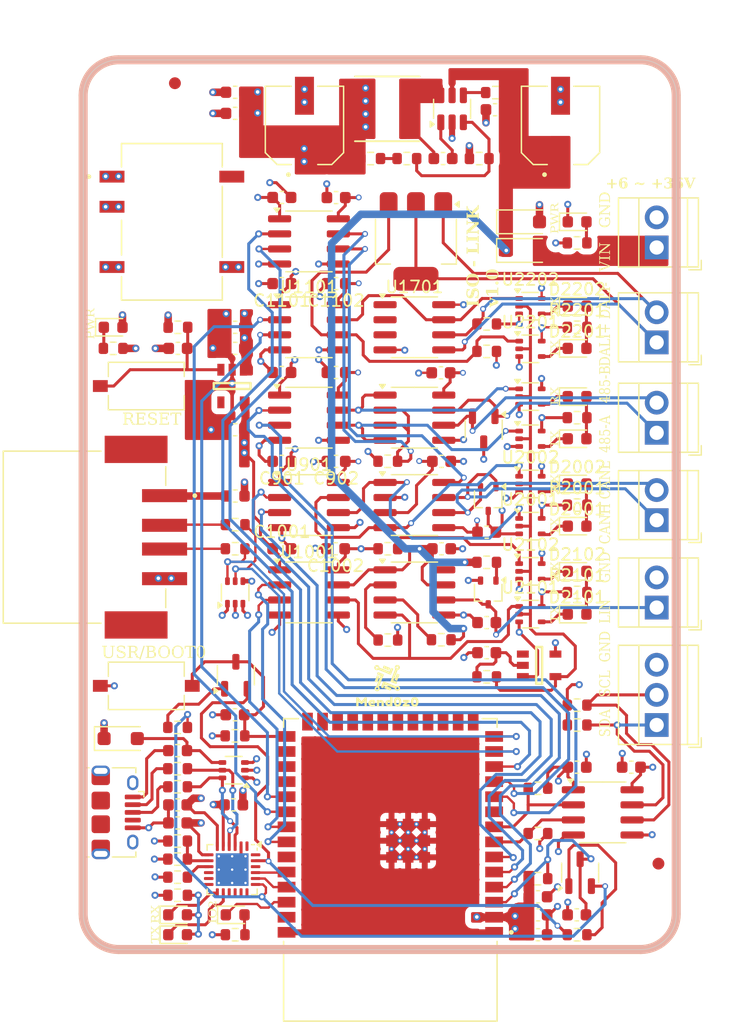
<source format=kicad_pcb>
(kicad_pcb (version 20240108) (generator "pcbnew") (generator_version "8.0")
  (layers (0 "F.Cu" signal) (1 "In1.Cu" signal) (2 "In2.Cu" signal) (31 "B.Cu" signal) (34 "B.Paste" user) (35 "F.Paste" user) (36 "B.SilkS" user "B.Silkscreen") (37 "F.SilkS" user "F.Silkscreen") (38 "B.Mask" user) (39 "F.Mask" user) (44 "Edge.Cuts" user))
  (net 0 "")
  (net 1 "VS")
  (net 2 "GND1")
  (net 3 "+3.3V")
  (net 4 "/BLOCK DIAGRAM/MCU Driver/ESP32_EN")
  (net 5 "VCC")
  (net 6 "/BLOCK DIAGRAM/MCU Driver/ESP32_IO0")
  (net 7 "GND2")
  (net 8 "+5V")
  (net 9 "/BLOCK DIAGRAM/+3.3VDC LDO REG./TLV_RST")
  (net 10 "Net-(U1601-LIN)")
  (net 11 "Net-(U1801-A)")
  (net 12 "Net-(D301-Pad2)")
  (net 13 "/BLOCK DIAGRAM/USB to UART Bridge/CP2105_D-")
  (net 14 "/BLOCK DIAGRAM/USB to UART Bridge/CP2105_D+")
  (net 15 "/BLOCK DIAGRAM/USB to UART Bridge/CP2105_TGL_TX")
  (net 16 "/BLOCK DIAGRAM/USB to UART Bridge/CP2105_TGL_RX")
  (net 17 "Net-(D403-Pad2)")
  (net 18 "/BLOCK DIAGRAM/+5VDC BUCK REG./TPP_SW")
  (net 19 "Net-(U2301-VBST)")
  (net 20 "/BLOCK DIAGRAM/MCU Driver/LED_IND")
  (net 21 "/BLOCK DIAGRAM/MCU Driver/ESP32_USBD-")
  (net 22 "/BLOCK DIAGRAM/MCU Driver/ESP32_USBD+")
  (net 23 "Net-(D1301-Pad1)")
  (net 24 "/BLOCK DIAGRAM/RS485 DRIVER/RS485_B_-")
  (net 25 "/BLOCK DIAGRAM/RS485 DRIVER/RS485_A_+")
  (net 26 "/BLOCK DIAGRAM/CAN DRIVER/ATA6561_CANH_+")
  (net 27 "/BLOCK DIAGRAM/CAN DRIVER/ATA6561_CANL_-")
  (net 28 "Net-(J401-VBUS)")
  (net 29 "Net-(D1601-Pad1)")
  (net 32 "Net-(U1901-Q)")
  (net 33 "Net-(D401-Pad4)")
  (net 34 "Net-(D1901-Pad2)")
  (net 35 "Net-(U1902-Q)")
  (net 36 "Net-(U2001-Q)")
  (net 37 "Net-(D2001-Pad2)")
  (net 38 "Net-(U2101-Q)")
  (net 39 "/BLOCK DIAGRAM/USB OTG/CONN_USBD-")
  (net 40 "/BLOCK DIAGRAM/USB OTG/CONN_USBD+")
  (net 41 "Net-(D2101-Pad2)")
  (net 42 "/BLOCK DIAGRAM/USB OTG/CONN_VBUS")
  (net 43 "Net-(J401-D-)")
  (net 44 "Net-(J401-D+)")
  (net 45 "Net-(U2002-Q)")
  (net 46 "Net-(D2201-Pad2)")
  (net 47 "Net-(U2201-Q)")
  (net 48 "/BLOCK DIAGRAM/DALI ISOLATOR/DALI-")
  (net 49 "/BLOCK DIAGRAM/DALI ISOLATOR/DALI+")
  (net 50 "Net-(U2202-Q)")
  (net 51 "/BLOCK DIAGRAM/+5VDC BUCK REG./VIN")
  (net 52 "Net-(D2303-Pad2)")
  (net 56 "Net-(Q301-Pad1)")
  (net 57 "Net-(Q302-Pad1)")
  (net 59 "/BLOCK DIAGRAM/USB to UART Bridge/CP2105_VBUS")
  (net 60 "/BLOCK DIAGRAM/USB to UART Bridge/CP2105_~{RST}")
  (net 62 "/BLOCK DIAGRAM/20 UIN-DIR ISOLATOR/ISO6520_OUTA")
  (net 63 "Net-(U2102-Q)")
  (net 66 "/BLOCK DIAGRAM/1-1 BI-DIR ISOLATOR/ISO6521_INA")
  (net 67 "/BLOCK DIAGRAM/20 UIN-DIR ISOLATOR/ISO6520_INB")
  (net 68 "/BLOCK DIAGRAM/20 UIN-DIR ISOLATOR/ISO6520_INA")
  (net 69 "/BLOCK DIAGRAM/1-1 BI-DIR ISOLATOR1/ISO6521_OUTB")
  (net 71 "/BLOCK DIAGRAM/1-1 BI-DIR ISOLATOR/ISO6521_OUTB")
  (net 72 "/BLOCK DIAGRAM/1-1 BI-DIR ISOLATOR1/ISO6521_INA")
  (net 84 "/BLOCK DIAGRAM/I2C BUS ISOLATOR/ISO1640_SCL2")
  (net 85 "/BLOCK DIAGRAM/20 UIN-DIR ISOLATOR/ISO6520_OUTB")
  (net 86 "/BLOCK DIAGRAM/1-1 BI-DIR ISOLATOR/ISO6521_INB")
  (net 87 "/BLOCK DIAGRAM/1-1 BI-DIR ISOLATOR/ISO6521_OUTA")
  (net 88 "/BLOCK DIAGRAM/1-1 BI-DIR ISOLATOR1/ISO6521_OUTA")
  (net 89 "/BLOCK DIAGRAM/1-1 BI-DIR ISOLATOR1/ISO6521_INB")
  (net 90 "/BLOCK DIAGRAM/1-1 BI-DIR ISOLATOR2/ISO6521_OUTB")
  (net 91 "/BLOCK DIAGRAM/I2C BUS ISOLATOR/ISO1640_SDA2")
  (net 92 "/BLOCK DIAGRAM/MCU Driver/RTS")
  (net 93 "/BLOCK DIAGRAM/MCU Driver/DTR")
  (net 94 "/BLOCK DIAGRAM/1-1 BI-DIR ISOLATOR3/ISO6521_INA")
  (net 95 "/BLOCK DIAGRAM/I2C BUS ISOLATOR/ISO1640_SCL1")
  (net 96 "/BLOCK DIAGRAM/I2C BUS ISOLATOR/ISO1640_SDA1")
  (net 97 "Net-(U1601-WAKE)")
  (net 98 "Net-(U1601-EN)")
  (net 117 "/BLOCK DIAGRAM/1-1 BI-DIR ISOLATOR2/ISO6521_INA")
  (net 118 "/BLOCK DIAGRAM/CAN DRIVER/LINE_INDICATOR1/CLOCK")
  (net 119 "/BLOCK DIAGRAM/1-1 BI-DIR ISOLATOR3/ISO6521_OUTA")
  (net 120 "/BLOCK DIAGRAM/+5VDC BUCK REG./TPP_EN")
  (net 121 "/BLOCK DIAGRAM/1-1 BI-DIR ISOLATOR2/ISO6521_INB")
  (net 122 "/BLOCK DIAGRAM/1-1 BI-DIR ISOLATOR3/ISO6521_INB")
  (net 123 "/BLOCK DIAGRAM/1-1 BI-DIR ISOLATOR2/ISO6521_OUTA")
  (net 124 "/BLOCK DIAGRAM/1-1 BI-DIR ISOLATOR3/ISO6521_OUTB")
  (net 125 "Net-(R2302-Pad2)")
  (net 126 "/BLOCK DIAGRAM/+5VDC BUCK REG./TPP_VFB")
  (net 130 "/BLOCK DIAGRAM/MCU Driver/ESP32_TXD0")
  (net 131 "/BLOCK DIAGRAM/MCU Driver/ESP32_RXD0")
  (footprint "_PCBLIB_ESP32-IsoLink:LED_0603_1608Metric" (layer "F.Cu") (at 194.056 229.616)
    (property "Reference" "D2303" (hide yes))
    (property "Value" "Green_3.3V_525nm" (hide yes))
  )
  (footprint "_PCBLIB_ESP32-IsoLink:LED_0603_1608Metric" (layer "F.Cu") (at 160.375499 289.7124)
    (property "Reference" "D403" (hide yes))
    (property "Value" "Blue_3.3V_470nm" (hide yes))
  )
  (footprint "_PCBLIB_ESP32-IsoLink:SOT-353_SC-70-5" (layer "F.Cu") (at 190.123271 240.3219)
    (property "Reference" "U2201")
    (property "Value" "74AHC1G79GW,125")
  )
  (footprint "_PCBLIB_ESP32-IsoLink:C_0603_1608Metric" (layer "F.Cu") (at 182.753 224.282 180)
    (property "Reference" "C2302" (hide yes))
    (property "Value" "100nF_16V_10%" (hide yes))
  )
  (footprint "_PCBLIB_ESP32-IsoLink:SOT-23-6" (layer "F.Cu") (at 183.515 220.091 90)
    (property "Reference" "U2301" (hide yes))
    (property "Value" "TPP361061-T6TR" (hide yes))
  )
  (footprint "_PCBLIB_ESP32-IsoLink:C_0603_1608Metric" (layer "F.Cu") (at 190.754 288.036)
    (property "Reference" "C304" (hide yes))
    (property "Value" "10uF_16V_20%" (hide yes))
  )
  (footprint "_PCBLIB_ESP32-IsoLink:D_SOD-123F" (layer "F.Cu") (at 189.484 232.029)
    (property "Reference" "D2301" (hide yes))
    (property "Value" "GEN_1kV_1A" (hide yes))
  )
  (footprint "_PCBLIB_ESP32-IsoLink:R_0603_1608Metric" (layer "F.Cu") (at 194.056 272.034)
    (property "Reference" "R1203" (hide yes))
    (property "Value" "4.7kR_1/10W_1%" (hide yes))
  )
  (footprint "_PCBLIB_ESP32-IsoLink:LED_0603_1608Metric" (layer "F.Cu") (at 194.056 251.714)
    (property "Reference" "D2002")
    (property "Value" "Blue_3.3V_470nm")
  )
  (footprint "_PCBLIB_ESP32-IsoLink:Label_Logo_Mend0z0" (layer "F.Cu") (at 178.006 268.192)
    (property "Reference" "LBL2401" (hide yes))
    (property "Value" "LOGO_MEND0Z0" (hide yes))
  )
  (footprint "_PCBLIB_ESP32-IsoLink:LED_0603_1608Metric" (layer "F.Cu") (at 160.375499 288.036)
    (property "Reference" "D404" (hide yes))
    (property "Value" "Orange_2V_605nm" (hide yes))
  )
  (footprint "_PCBLIB_ESP32-IsoLink:R_0603_1608Metric" (layer "F.Cu") (at 194.056 231.394)
    (property "Reference" "R2305" (hide yes))
    (property "Value" "1kR_1/4W_1%" (hide yes))
  )
  (footprint "_PCBLIB_ESP32-IsoLink:LED_0603_1608Metric" (layer "F.Cu") (at 194.056 240.284)
    (property "Reference" "D2201")
    (property "Value" "Orange_2V_605nm")
  )
  (footprint "_PCBLIB_ESP32-IsoLink:SOT-353_SC-70-5" (layer "F.Cu") (at 190.119 251.714)
    (property "Reference" "U2002")
    (property "Value" "74AHC1G79GW,125")
  )
  (footprint "_PCBLIB_ESP32-IsoLink:LED_0603_1608Metric" (layer "F.Cu") (at 194.056 247.904)
    (property "Reference" "D1901" (hide yes))
    (property "Value" "Orange_2V_605nm" (hide yes))
  )
  (footprint "_PCBLIB_ESP32-IsoLink:SOT-363_SC-70-6" (layer "F.Cu") (at 165.1 275.844 180)
    (property "Reference" "D401" (hide yes))
    (property "Value" "TVS_5V_1A" (hide yes))
  )
  (footprint "_PCBLIB_ESP32-IsoLink:CAP_Elec_6.30mm Dia x 6.60mm L x 6.60mm W" (layer "F.Cu") (at 192.659 221.488 90)
    (property "Reference" "EC2301" (hide yes))
    (property "Value" "120uF_35V_340mOhm" (hide yes))
  )
  (footprint "_PCBLIB_ESP32-IsoLink:TerminalBlock-2.54-2P_1x02_P2.54mm_Horizontal" (layer "F.Cu") (at 200.764 254.767 90)
    (property "Reference" "J1501" (hide yes))
    (property "Value" "TERM_1x02_HORIZON" (hide yes))
  )
  (footprint "_PCBLIB_ESP32-IsoLink:C_0603_1608Metric" (layer "F.Cu") (at 165.227 238.506 180)
    (property "Reference" "C1302" (hide yes))
    (property "Value" "10uF_16V_20%" (hide yes))
  )
  (footprint "_PCBLIB_ESP32-IsoLink:TerminalBlock-2.54-3P_1x03_P2.54mm_Horizontal" (layer "F.Cu") (at 200.764 272.034 90)
    (property "Reference" "J1201" (hide yes))
    (property "Value" "TERM_1x03_HORIZON" (hide yes))
  )
  (footprint "_PCBLIB_ESP32-IsoLink:SOIC-8_3.9x4.9mm_P1.27mm" (layer "F.Cu") (at 196.215 279.4)
    (property "Reference" "U1201" (hide yes))
    (property "Value" "ISO1640BDR" (hide yes))
  )
  (footprint "_PCBLIB_ESP32-IsoLink:C_0603_1608Metric" (layer "F.Cu") (at 194.056 275.59)
    (property "Reference" "C1201" (hide yes))
    (property "Value" "1uF_16V_10%" (hide yes))
  )
  (footprint "_PCBLIB_ESP32-IsoLink:C_0603_1608Metric" (layer "F.Cu") (at 182.626 249.809)
    (property "Reference" "C1501" (hide yes))
    (property "Value" "1uF_16V_10%" (hide yes))
  )
  (footprint "_PCBLIB_ESP32-IsoLink:R_0603_1608Metric" (layer "F.Cu") (at 160.375499 272.2372 180)
    (property "Reference" "R303" (hide yes))
    (property "Value" "10kR_1/10W_1%" (hide yes))
  )
  (footprint "_PCBLIB_ESP32-IsoLink:C_0603_1608Metric" (layer "F.Cu") (at 190.754 286.512)
    (property "Reference" "C303" (hide yes))
    (property "Value" "10uF_16V_20%" (hide yes))
  )
  (footprint "_PCBLIB_ESP32-IsoLink:R_0603_1608Metric" (layer "F.Cu") (at 165.227 257.175)
    (property "Reference" "R502" (hide yes))
    (property "Value" "49.9R_1/10W_1%" (hide yes))
  )
  (footprint "_PCBLIB_ESP32-IsoLink:C_0603_1608Metric" (layer "F.Cu") (at 186.436 255.778)
    (property "Reference" "C1502" (hide yes))
    (property "Value" "1uF_16V_10%" (hide yes))
  )
  (footprint "_PCBLIB_ESP32-IsoLink:R_0603_1608Metric" (layer "F.Cu") (at 165.227 255.143)
    (property "Reference" "R501" (hide yes))
    (property "Value" "49.9R_1/10W_1%" (hide yes))
  )
  (footprint "_PCBLIB_ESP32-IsoLink:R_0603_1608Metric" (layer "F.Cu") (at 187.1726 218.7194 180)
    (property "Reference" "R2301" (hide yes))
    (property "Value" "10kR_1/10W_1%" (hide yes))
  )
  (footprint "_PCBLIB_ESP32-IsoLink:LED_0603_1608Metric" (layer "F.Cu") (at 194.056 262.6868)
    (property "Reference" "D2101")
    (property "Value" "Orange_2V_605nm")
  )
  (footprint "_PCBLIB_ESP32-IsoLink:TerminalBlock-2.54-2P_1x02_P2.54mm_Horizontal" (layer "F.Cu") (at 200.764 262.133 90)
    (property "Reference" "J1601" (hide yes))
    (property "Value" "TERM_1x02_HORIZON" (hide yes))
  )
  (footprint "_PCBLIB_ESP32-IsoLink:R_0603_1608Metric" (layer "F.Cu") (at 186.436 238.2266)
    (property "Reference" "R1702" (hide yes))
    (property "Value" "47.5kR_1/10W_1%" (hide yes))
  )
  (footprint "_PCBLIB_ESP32-IsoLink:C_0603_1608Metric" (layer "F.Cu") (at 187.1472 220.1672 180)
    (property "Reference" "C2301" (hide yes))
    (property "Value" "100nF_16V_10%" (hide yes))
  )
  (footprint "_PCBLIB_ESP32-IsoLink:SW_Tactile_SPST_NO_Straight_CK_PTS636Sx25SMTRLFS" (layer "F.Cu") (at 157.734 268.732 180)
    (property "Reference" "SW301" (hide yes))
    (property "Value" "SPST-NO_12V_0.05A" (hide yes))
  )
  (footprint "_PCBLIB_ESP32-IsoLink:8-SMD Module, 5 Leads" (layer "F.Cu") (at 159.893 229.616)
    (property "Reference" "U1301" (hide yes))
    (property "Value" "ES3-05S052P3" (hide yes))
  )
  (footprint "_PCBLIB_ESP32-IsoLink:C_0603_1608Metric" (layer "F.Cu") (at 182.5752 242.3414 180)
    (property "Reference" "C1401" (hide yes))
    (property "Value" "1uF_16V_10%" (hide yes))
  )
  (footprint "_PCBLIB_ESP32-IsoLink:C_0603_1608Metric" (layer "F.Cu") (at 173.6852 257.175 180)
    (property "Reference" "C1002")
    (property "Value" "1uF_16V_10%")
  )
  (footprint "_PCBLIB_ESP32-IsoLink:R_0603_1608Metric" (layer "F.Cu") (at 176.657 224.282)
    (property "Reference" "R2302" (hide yes))
    (property "Value" "49.9R_1/10W_1%" (hide yes))
  )
  (footprint "_PCBLIB_ESP32-IsoLink:C_0603_1608Metric" (layer "F.Cu") (at 165.211799 271.1704 180)
    (property "Reference" "C302" (hide yes))
    (property "Value" "100nF_16V_10%" (hide yes))
  )
  (footprint "_PCBLIB_ESP32-IsoLink:SOT-23-3" (layer "F.Cu") (at 186.182 247.142 -90)
    (property "Reference" "D1401" (hide yes))
    (property "Value" "TVS_12V/7V_17A" (hide yes))
  )
  (footprint "_PCBLIB_ESP32-IsoLink:C_0603_1608Metric" (layer "F.Cu") (at 165.1 278.765)
    (property "Reference" "C401" (hide yes))
    (property "Value" "4.7uF_16V_10%" (hide yes))
  )
  (footprint "_PCBLIB_ESP32-IsoLink:MountingHole_3.2mm_M3_DIN965" (layer "F.Cu") (at 199.4222 287.9666)
    (property "Reference" "MH2403" (hide yes))
    (property "Value" "M3-DIN695" (hide yes))
  )
  (footprint "_PCBLIB_ESP32-IsoLink:TerminalBlock-2.54-2P_1x02_P2.54mm_Horizontal" (layer "F.Cu") (at 200.764 231.78 90)
    (property "Reference" "J2301" (hide yes))
    (property "Value" "TERM_1x02_HORIZON" (hide yes))
  )
  (footprint "_PCBLIB_ESP32-IsoLink:USB_Micro-B_Amphenol_10118194_Horizontal" (layer "F.Cu") (at 155.194 279.4 -90)
    (property "Reference" "J401" (hide yes))
    (property "Value" "micro-B USB" (hide yes))
  )
  (footprint "_PCBLIB_ESP32-IsoLink:R_0603_1608Metric" (layer "F.Cu") (at 194.056 246.126)
    (property "Reference" "R1901" (hide yes))
    (property "Value" "330R_1/10W_1%" (hide yes))
  )
  (footprint "_PCBLIB_ESP32-IsoLink:SOT-23-3" (layer "F.Cu") (at 194.31 284.48 90)
    (property "Reference" "Q301" (hide yes))
    (property "Value" "BC847B-C" (hide yes))
  )
  (footprint "_PCBLIB_ESP32-IsoLink:Adhesive back Snap-in Standoff - M3" (layer "F.Cu") (at 199.4222 218.9666)
    (property "Reference" "MECH2404" (hide yes))
    (property "Value" "SNAP-IN STANDOFF" (hide yes))
  )
  (footprint "_PCBLIB_ESP32-IsoLink:C_0603_1608Metric" (layer "F.Cu") (at 165.227 220.472 180)
    (property "Reference" "C2303" (hide yes))
    (property "Value" "100nF_16V_10%" (hide yes))
  )
  (footprint "_PCBLIB_ESP32-IsoLink:SOT-323_SC-70" (layer "F.Cu") (at 186.563 252.984 -90)
    (property "Reference" "D1501" (hide yes))
    (property "Value" "TVS_24V_3.5A" (hide yes))
  )
  (footprint "_PCBLIB_ESP32-IsoLink:C_0603_1608Metric" (layer "F.Cu") (at 169.164 234.823 180)
    (property "Reference" "C1101")
    (property "Value" "1uF_16V_10%")
  )
  (footprint "_PCBLIB_ESP32-IsoLink:R_0603_1608Metric" (layer "F.Cu") (at 190.754 281.178 180)
    (property "Reference" "R1201" (hide yes))
    (property "Value" "4.7kR_1/10W_1%" (hide yes))
  )
  (footprint "_PCBLIB_ESP32-IsoLink:C_0603_1608Metric" (layer "F.Cu") (at 173.736 249.809 180)
    (property "Reference" "C902")
    (property "Value" "1uF_16V_10%")
  )
  (footprint "_PCBLIB_ESP32-IsoLink:Adhesive back Snap-in Standoff - M3" (layer "F.Cu") (at 155.4222 218.9666)
    (property "Reference" "MECH2401" (hide yes))
    (property "Value" "SNAP-IN STANDOFF" (hide yes))
  )
  (footprint "_PCBLIB_ESP32-IsoLink:MountingHole_3.2mm_M3_DIN965" (layer "F.Cu") (at 155.4222 287.9666)
    (property "Reference" "MH2402" (hide yes))
    (property "Value" "M3-DIN695" (hide yes))
  )
  (footprint "_PCBLIB_ESP32-IsoLink:C_0603_1608Metric" (layer "F.Cu") (at 173.736 227.573154 180)
    (property "Reference" "C702" (hide yes))
    (property "Value" "1uF_16V_10%" (hide yes))
  )
  (footprint "_PCBLIB_ESP32-IsoLink:C_0603_1608Metric" (layer "F.Cu") (at 194.02835 288.036 180)
    (property "Reference" "C301" (hide yes))
    (property "Value" "100nF_16V_10%" (hide yes))
  )
  (footprint "_PCBLIB_ESP32-IsoLink:SW_Tactile_SPST_NO_Straight_CK_PTS636Sx25SMTRLFS" (layer "F.Cu") (at 157.734 243.459)
    (property "Reference" "SW601" (hide yes))
    (property "Value" "SPST-NO_12V_0.05A" (hide yes))
  )
  (footprint "_PCBLIB_ESP32-IsoLink:C_0603_1608Metric" (layer "F.Cu") (at 190.754 289.7124)
    (property "Reference" "C305" (hide yes))
    (property "Value" "100nF_16V_10%" (hide yes))
  )
  (footprint "_PCBLIB_ESP32-IsoLink:SOIC-8_3.9x4.9mm_P1.27mm" (layer "F.Cu") (at 171.45 260.858)
    (property "Reference" "U1001")
    (property "Value" "ISO6521DR")
  )
  (footprint "_PCBLIB_ESP32-IsoLink:SOT-353_SC-70-5" (layer "F.Cu") (at 190.119 255.27)
    (property "Reference" "U2001")
    (property "Value" "74AHC1G79GW,125")
  )
  (footprint "_PCBLIB_ESP32-IsoLink:R_0603_1608Metric" (layer "F.Cu") (at 160.375499 281.813)
    (property "Reference" "R403" (hide yes))
    (property "Value" "22.1kR_1/10W_1%" (hide yes))
  )
  (footprint "_PCBLIB_ESP32-IsoLink:R_0603_1608Metric" (layer "F.Cu") (at 160.401 238.506)
    (property "Reference" "R601" (hide yes))
    (property "Value" "4.7kR_1/10W_1%" (hide yes))
  )
  (footprint "_PCBLIB_ESP32-IsoLink:LED_0603_1608Metric" (layer "F.Cu") (at 194.056 259.08)
    (property "Reference" "D2102")
    (property "Value" "Blue_3.3V_470nm")
  )
  (footprint "_PCBLIB_ESP32-IsoLink:MountingHole_3.2mm_M3_DIN965" (layer "F.Cu") (at 199.4222 218.9666)
    (property "Reference" "MH2404" (hide yes))
    (property "Value" "M3-DIN695" (hide yes))
  )
  (footprint "_PCBLIB_ESP32-IsoLink:R_0603_1608Metric" (layer "F.Cu") (at 194.056 289.7124)
    (property "Reference" "R301" (hide yes))
    (property "Value" "10kR_1/10W_1%" (hide yes))
  )
  (footprint "_PCBLIB_ESP32-IsoLink:R_0603_1608Metric" (layer "F.Cu") (at 154.94 240.284)
    (property "Reference" "R1301" (hide yes))
    (property "Value" "330R_1/10W_1%" (hide yes))
  )
  (footprint "_PCBLIB_ESP32-IsoLink:SOT-353_SC-70-5" (layer "F.Cu") (at 190.119 262.6868)
    (property "Reference" "U2101")
    (property "Value" "74AHC1G79GW,125")
  )
  (footprint "_PCBLIB_ESP32-IsoLink:R_0603_1608Metric" (layer "F.Cu") (at 194.056 260.858)
    (property "Reference" "R2101")
    (property "Value" "330R_1/10W_1%")
  )
  (footprint "_PCBLIB_ESP32-IsoLink:R_0603_1608Metric" (layer "F.Cu") (at 185.801 224.282 180)
    (property "Reference" "R2304" (hide yes))
    (property "Value" "3.3kR_1/10W_1%" (hide yes))
  )
  (footprint "_PCBLIB_ESP32-IsoLink:Fiducial_1mm_Mask2mm" (layer "F.Cu") (at 200.914 283.718)
    (property "Reference" "FD2402" (hide yes))
    (property "Value" "D1MM" (hide yes))
  )
  (footprint "_PCBLIB_ESP32-IsoLink:C_0603_1608Metric" (layer "F.Cu") (at 165.227 247.142 180)
    (property "Reference" "C603" (hide yes))
    (property "Value" "10uF_16V_20%" (hide yes))
  )
  (footprint "_PCBLIB_ESP32-IsoLink:SOIC-8_3.9x4.9mm_P1.27mm" (layer "F.Cu") (at 180.34 260.858)
    (property "Reference" "U1601" (hide yes))
    (property "Value" "TLIN1021ADRQ1" (hide yes))
  )
  (footprint "_PCBLIB_ESP32-IsoLink:R_0603_1608Metric" (layer "F.Cu") (at 190.754 277.368 180)
    (property "Reference" "R1202" (hide yes))
    (property "Value" "4.7kR_1/10W_1%" (hide yes))
  )
  (footprint "_PCBLIB_ESP32-IsoLink:MountingHole_3.2mm_M3_DIN965" (layer "F.Cu") (at 155.4222 218.9666)
    (property "Reference" "MH2401" (hide yes))
    (property "Value" "M3-DIN695" (hide yes))
  )
  (footprint "_PCBLIB_ESP32-IsoLink:Adhesive back Snap-in Standoff - M3" (layer "F.Cu") (at 199.4222 287.9666)
    (property "Reference" "MECH2403" (hide yes))
    (property "Value" "SNAP-IN STANDOFF" (hide yes))
  )
  (footprint "_PCBLIB_ESP32-IsoLink:R_0603_1608Metric" (layer "F.Cu") (at 160.375499 277.241)
    (property "Reference" "R402" (hide yes))
    (property "Value" "49.9R_1/10W_1%" (hide yes))
  )
  (footprint "_PCBLIB_ESP32-IsoLink:R_0603_1608Metric" (layer "F.Cu") (at 186.436 240.538)
    (property "Reference" "R1701" (hide yes))
    (property "Value" "47.5kR_1/10W_1%" (hide yes))
  )
  (footprint "_PCBLIB_ESP32-IsoLink:SOT-323_SC-70" (layer "F.Cu") (at 186.563 260.858 -90)
    (property "Reference" "D1601" (hide yes))
    (property "Value" "TVS_22V_1A" (hide yes))
  )
  (footprint "_PCBLIB_ESP32-IsoLink:TerminalBlock-2.54-2P_1x02_P2.54mm_Horizontal" (layer "F.Cu") (at 200.764 239.781 90)
    (property "Reference" "J1701" (hide yes))
    (property "Value" "TERM_1x02_HORIZON" (hide yes))
  )
  (footprint "_PCBLIB_ESP32-IsoLink:USB TYPE-A 2.0 CONNECTOR, RIGHT, SMT" (layer "F.Cu") (at 152.525 256.199 -90)
    (property "Reference" "J501" (hide yes))
    (property "Value" "RECEPT_USB-A" (hide yes))
  )
  (footprint "_PCBLIB_ESP32-IsoLink:D_SOD-123F" (layer "F.Cu") (at 189.484 229.616)
    (property "Reference" "D2302" (hide yes))
    (property "Value" "TVS_36V_6.9A" (hide yes))
  )
  (footprint "_PCBLIB_ESP32-IsoLink:R_0603_1608Metric" (layer "F.Cu") (at 186.436 267.97 180)
    (property "Reference" "R1801" (hide yes))
    (property "Value" "22.1kR_1/10W_1%" (hide yes))
  )
  (footprint "_PCBLIB_ESP32-IsoLink:XCVR_ESP32-S3-WROOM-1-N4" (layer "F.Cu") (at 178.3096 284.2476 180)
    (property "Reference" "U301" (hide yes))
    (property "Value" "ESP32-S3" (hide yes))
  )
  (footprint "_PCBLIB_ESP32-IsoLink:R_0603_1608Metric" (layer "F.Cu") (at 179.705 224.282)
    (property "Reference" "R2303" (hide yes))
    (property "Value" "24kR_1/10W_1%" (hide yes))
  )
  (footprint "_PCBLIB_ESP32-IsoLink:SOT-353_SC-70-5" (layer "F.Cu") (at 190.119 247.904)
    (property "Reference" "U1901" (hide yes))
    (property "Value" "74AHC1G79GW,125" (hide yes))
  )
  (footprint "_PCBLIB_ESP32-IsoLink:R_0603_1608Metric" (layer "F.Cu") (at 194.056 270.3576)
    (property "Reference" "R1204" (hide yes))
    (property "Value" "4.7kR_1/10W_1%" (hide yes))
  )
  (footprint "_PCBLIB_ESP32-IsoLink:LED_0603_1608Metric" (layer "F.Cu") (at 165.227 288.036)
    (property "Reference" "D301" (hide yes))
    (property "Value" "Red_2V_631nm" (hide yes))
  )
  (footprint "_PCBLIB_ESP32-IsoLink:R_0603_1608Metric" (layer "F.Cu") (at 178.1048 257.175)
    (property "Reference" "R1601" (hide yes))
    (property "Value" "10kR_1/10W_1%" (hide yes))
  )
  (footprint "_PCBLIB_ESP32-IsoLink:QFN-24-1EP_4x4mm_P0.5mm_EP2.75x2.75mm_ThermalVias" (layer "F.Cu") (at 164.973 284.226 -90)
    (property "Reference" "U401" (hide yes))
    (property "Value" "CP2102" (hide yes))
  )
  (footprint "_PCBLIB_ESP32-IsoLink:C_0603_1608Metric" (layer "F.Cu") (at 169.164 227.56165)
    (property "Reference" "C701" (hide yes))
    (property "Value" "1uF_16V_10%" (hide yes))
  )
  (footprint "_PCBLIB_ESP32-IsoLink:SOT-223" (layer "F.Cu") (at 180.467 231.267 -90)
    (property "Reference" "Q1701" (hide yes))
    (property "Value" "Z0103NN0,135" (hide yes))
  )
  (footprint "_PCBLIB_ESP32-IsoLink:R_0603_1608Metric" (layer "F.Cu") (at 186.436 258.318)
    (property "Reference" "R1604" (hide yes))
    (property "Value" "1kR_1/4W_1%" (hide yes))
  )
  (footprint "_PCBLIB_ESP32-IsoLink:C_0603_1608Metric" (layer "F.Cu") (at 160.375499 278.765 180)
    (property "Reference" "C402" (hide yes))
    (property "Value" "100nF_16V_10%" (hide yes))
  )
  (footprint "_PCBLIB_ESP32-IsoLink:LED_0603_1608Metric" (layer "F.Cu") (at 194.056 255.27)
    (property "Reference" "D2001")
    (property "Value" "Orange_2V_605nm")
  )
  (footprint "_PCBLIB_ESP32-IsoLink:Fuse_0603_1608Metric" (layer "F.Cu") (at 160.375499 274.193)
    (property "Reference" "F401" (hide yes))
    (property "Value" "PTC_250mA_0.5R" (hide yes))
  )
  (footprint "_PCBLIB_ESP32-IsoLink:R_0603_1608Metric" (layer "F.Cu") (at 160.375499 283.337 180)
    (property "Reference" "R404" (hide yes))
    (property "Value" "47.5kR_1/10W_1%" (hide yes))
  )
  (footprint "_PCBLIB_ESP32-IsoLink:R_0603_1608Metric" (layer "F.Cu") (at 178.1048 264.8712 180)
    (property "Reference" "R1603" (hide yes))
    (property "Value" "10kR_1/10W_1%" (hide yes))
  )
  (footprint "_PCBLIB_ESP32-IsoLink:C_0603_1608Metric" (layer "F.Cu") (at 169.164 257.175)
    (property "Reference" "C1001")
    (property "Value" "1uF_16V_10%")
  )
  (footprint "_PCBLIB_ESP32-IsoLink:LED_0603_1608Metric" (layer "F.Cu") (at 194.056 244.348)
    (property "Reference" "D1902" (hide yes))
    (property "Value" "Blue_3.3V_470nm" (hide yes))
  )
  (footprint "_PCBLIB_ESP32-IsoLink:R_0603_1608Metric" (layer "F.Cu") (at 190.754 284.988)
    (property "Reference" "R302" (hide yes))
    (property "Value" "10kR_1/10W_1%" (hide yes))
  )
  (footprint "_PCBLIB_ESP32-IsoLink:R_0603_1608Metric" (layer "F.Cu") (at 160.375499 275.717)
    (property "Reference" "R401" (hide yes))
    (property "Value" "49.9R_1/10W_1%" (hide yes))
  )
  (footprint "_PCBLIB_ESP32-IsoLink:R_0603_1608Metric" (layer "F.Cu") (at 160.375499 286.385)
    (property "Reference" "R406" (hide yes))
    (property "Value" "330R_1/10W_1%" (hide yes))
  )
  (footprint "_PCBLIB_ESP32-IsoLink:C_0603_1608Metric" (layer "F.Cu") (at 160.375499 280.289 180)
    (property "Reference" "C403" (hide yes))
    (property "Value" "1uF_16V_10%" (hide yes))
  )
  (footprint "_PCBLIB_ESP32-IsoLink:Adhesive back Snap-in Standoff - M3" (layer "F.Cu") (at 155.4222 287.9666)
    (property "Reference" "MECH2402" (hide yes))
    (property "Value" "SNAP-IN STANDOFF" (hide yes))
  )
  (footprint "_PCBLIB_ESP32-IsoLink:SOT-353_SC-70-5" (layer "F.Cu") (at 190.119 259.08)
    (property "Reference" "U2102")
    (property "Value" "74AHC1G79GW,125")
  )
  (footprint "_PCBLIB_ESP32-IsoLink:C_0603_1608Metric" (layer "F.Cu") (at 160.401 240.284 180)
    (property "Reference" "C602" (hide yes))
    (property "Value" "1uF_16V_10%" (hide yes))
  )
  (footprint "_PCBLIB_ESP32-IsoLink:R_0603_1608Metric" (layer "F.Cu") (at 160.375499 284.861)
    (property "Reference" "R405" (hide yes))
    (property "Value" "4.7kR_1/10W_1%" (hide yes))
  )
  (footprint "_PCBLIB_ESP32-IsoLink:C_0603_1608Metric" (layer "F.Cu") (at 198.628 275.59 180)
    (property "Reference" "C1202" (hide yes))
    (property "Value" "1uF_16V_10%" (hide yes))
  )
  (footprint "_PCBLIB_ESP32-IsoLink:C_0603_1608Metric" (layer "F.Cu") (at 186.436 263.398 180)
    (property "Reference" "C1602" (hide yes))
    (property "Value" "220pF_100V_10%" (hide yes))
  )
  (footprint "_PCBLIB_ESP32-IsoLink:SOIC-8_3.9x4.9mm_P1.27mm" (layer "F.Cu") (at 171.45 238.506)
    (property "Reference" "U1101")
    (property "Value" "ISO6521DR")
  )
  (footprint "_PCBLIB_ESP32-IsoLink:CAP_Elec_6.30mm Dia x 6.60mm L x 6.60mm W" (layer "F.Cu") (at 171.069 221.488 90)
    (property "Reference" "EC2302" (hide yes))
    (property "Value" "120uF_35V_340mOhm" (hide yes))
  )
  (footprint "_PCBLIB_ESP32-IsoLink:D_SOD-123F" (layer "F.Cu") (at 155.575 273.177)
    (property "Reference" "D402" (hide yes))
    (property "Value" "GEN_1kV_1A" (hide yes))
  )
  (footprint "_PCBLIB_ESP32-IsoLink:R_0603_1608Metric" (layer "F.Cu") (at 194.056 253.492)
    (property "Reference" "R2001")
    (property "Value" "330R_1/10W_1%")
  )
  (footprint "_PCBLIB_ESP32-IsoLink:C_0603_1608Metric" (layer "F.Cu") (at 169.164 249.809 180)
    (property "Reference" "C901")
    (property "Value" "1uF_16V_10%")
  )
  (footprint "_PCBLIB_ESP32-IsoLink:R_0603_1608Metric" (layer "F.Cu") (at 165.227 289.7124)
    (property "Reference" "R304" (hide yes))
    (property "Value" "330R_1/10W_1%" (hide yes))
  )
  (footprint "_PCBLIB_ESP32-IsoLink:SOIC-8_3.9x4.9mm_P1.27mm" (layer "F.Cu") (at 180.34 238.506)
    (property "Reference" "U1701")
    (property "Value" "LM358BIDR")
  )
  (footprint "_PCBLIB_ESP32-IsoLink:SOT-353_SC-70-5" (layer "F.Cu") (at 190.119 236.728)
    (property "Reference" "U2202")
    (property "Value" "74AHC1G79GW,125")
  )
  (footprint "_PCBLIB_ESP32-IsoLink:SOT-23-5" (layer "F.Cu") (at 190.8556 267.0048)
    (property "Reference" "U1801" (hide yes))
    (property "Value" "SN74LVC1G14DBVR" (hide yes))
  )
  (footprint "_PCBLIB_ESP32-IsoLink:C_0603_1608Metric" (layer "F.Cu") (at 165.227 218.694 180)
    (property "Reference" "C1301" (hide yes))
    (property "Value" "10uF_16V_20%" (hide yes))
  )
  (footprint "_PCBLIB_ESP32-IsoLink:SOT-363_SC-70-6" (layer "F.Cu") (at 165.227 260.858 90)
    (property "Reference" "D501" (hide yes))
    (property "Value" "TVS_5V_1A" (hide yes))
  )
  (footprint "_PCBLIB_ESP32-IsoLink:C_0603_1608Metric" (layer "F.Cu") (at 173.736 234.823 180)
    (property "Reference" "C1102")
    (property "Value" "1uF_16V_10%")
  )
  (footprint "_PCBLIB_ESP32-IsoLink:SOIC-8_3.9x4.9mm_P1.27mm" (layer "F.Cu") (at 180.34 246.126)
    (property "Reference" "U1401" (hide yes))
    (property "Value" "THVD1400DR" (hide yes))
  )
  (footprint "_PCBLIB_ESP32-IsoLink:SOIC-8_3.9x4.9mm_P1.27mm" (layer "F.Cu") (at 180.34 253.492)
    (property "Reference" "U1501" (hide yes))
    (property "Value" "ATA6561-GAQW-N" (hide yes))
  )
  (footprint "_PCBLIB_ESP32-IsoLink:LED_0603_1608Metric" (layer "F.Cu") (at 154.94 238.506)
    (property "Reference" "D1301" (hide yes))
    (property "Value" "Green_3.3V_525nm" (hide yes))
  )
  (footprint "_PCBLIB_ESP32-IsoLink:SOIC-8_3.9x4.9mm_P1.27mm" (layer "F.Cu") (at 171.45 246.126)
    (property "Reference" "U801" (hide yes))
    (property "Value" "ISO6521DR" (hide yes))
  )
  (footprint "_PCBLIB_ESP32-IsoLink:Fiducial_1mm_Mask2mm" (layer "F.Cu") (at 160.147 217.932)
    (property "Reference" "FD2401" (hide yes))
    (property "Value" "D1MM" (hide yes))
  )
  (footprint "_PCBLIB_ESP32-IsoLink:C_0603_1608Metric" (layer "F.Cu") (at 169.164 242.316 180)
    (property "Reference" "C801" (hide yes))
    (property "Value" "1uF_16V_10%" (hide yes))
  )
  (footprint "_PCBLIB_ESP32-IsoLink:LED_0603_1608Metric" (layer "F.Cu") (at 194.056 236.728)
    (property "Reference" "D2202")
    (property "Value" "Blue_3.3V_470nm")
  )
  (footprint "_PCBLIB_ESP32-IsoLink:SOT-23-3" (layer "F.Cu") (at 165.287999 267.843 90)
    (property "Reference" "Q302" (hide yes))
    (property "Value" "BC847B-C" (hide yes))
  )
  (footprint "_PCBLIB_ESP32-IsoLink:C_0603_1608Metric" (layer "F.Cu") (at 182.626 257.175176)
    (property "Reference" "C1601" (hide yes))
    (property "Value" "1uF_100V_10%" (hide yes))
  )
  (footprint "_PCBLIB_ESP32-IsoLink:C_0603_1608Metric" (layer "F.Cu") (at 165.227 240.284 180)
    (property "Reference" "C601" (hide yes))
    (property "Value" "10uF_16V_20%" (hide yes))
  )
  (footprint "_PCBLIB_ESP32-IsoLink:R_0603_1608Metric" (layer "F.Cu") (at 194.056 238.506)
    (property "Reference" "R2201")
    (property "Value" "330R_1/10W_1%")
  )
  (footprint "_PCBLIB_ESP32-IsoLink:C_0603_1608Metric" (layer "F.Cu") (at 173.736 242.317668 180)
    (property "Reference" "C802" (hide yes))
    (property "Value" "1uF_16V_10%" (hide yes))
  )
  (footprint "_PCBLIB_ESP32-IsoLink:SOT-23-5" (layer "F.Cu") (at 164.973 243.459 -90)
    (property "Reference" "U601" (hide yes))
    (property "Value" "TLV75533PDBVR" (hide yes))
  )
  (footprint "_PCBLIB_ESP32-IsoLink:SOIC-8_3.9x4.9mm_P1.27mm" (layer "F.Cu") (at 171.45 231.267)
    (property "Reference" "U701" (hide yes))
    (property "Value" "ISO6520DR" (hide yes))
  )
  (footprint "_PCBLIB_ESP32-IsoLink:R_0603_1608Metric" (layer "F.Cu") (at 165.211799 272.9484)
    (property "Reference" "R305" (hide yes))
    (property "Value" "10kR_1/10W_1%" (hide yes))
  )
  (footprint "_PCBLIB_ESP32-IsoLink:Fuse_0603_1608Metric" (layer "F.Cu") (at 165.227 252.73 180)
    (property "Reference" "F501" (hide yes))
    (property "Value" "PTC_250mA_0.5R" (hide yes))
  )
  (footprint "_PCBLIB_ESP32-IsoLink:IND_SRN5020" (layer "F.Cu") (at 178.054 220.091 180)
    (property "Reference" "L2301" (hide yes))
    (property "Value" "18uH_1.17A_190mOhm" (hide yes))
  )
  (footprint "_PCBLIB_ESP32-IsoLink:R_0603_1608Metric" (layer "F.Cu") (at 178.093205 249.802327 180)
    (property "Reference" "R1401" (hide yes))
    (property "Value" "10kR_1/10W_1%" (hide yes))
  )
  (footprint "_PCBLIB_ESP32-IsoLink:C_0603_1608Metric" (layer "F.Cu") (at 186.436 265.938 180)
    (property "Reference" "C1801" (hide yes))
    (property "Value" "4.7uF_16V_10%" (hide yes))
  )
  (footprint "_PCBLIB_ESP32-IsoLink:TerminalBlock-2.54-2P_1x02_P2.54mm_Horizontal" (layer "F.Cu") (at 200.764 247.401 90)
    (property "Reference" "J1401" (hide yes))
    (property "Value" "TERM_1x02_HORIZON" (hide yes))
  )
  (footprint "_PCBLIB_ESP32-IsoLink:SOIC-8_3.9x4.9mm_P1.27mm" (layer "F.Cu") (at 171.45 253.492)
    (property "Reference" "U901")
    (property "Value" "ISO6521DR")
  )
  (footprint "_PCBLIB_ESP32-IsoLink:SOT-353_SC-70-5" (layer "F.Cu") (at 190.119 244.348)
    (property "Reference" "U1902" (hide yes))
    (property "Value" "74AHC1G79GW,125" (hide yes))
  )
  (footprint "_PCBLIB_ESP32-IsoLink:R_0603_1608Metric" (layer "F.Cu") (at 182.6006 264.8458 180)
    (property "Reference" "R1602" (hide yes))
    (property "Value" "24kR_1/10W_1%" (hide yes))
  )
  (gr_arc (start 199.41032 215.956999) (mid 201.531635 216.835684) (end 202.41032 218.956999) (stroke (width 0.762)) (layer "B.SilkS"))
  (gr_arc (start 155.41032 290.957) (mid 153.289 290.07832) (end 152.41032 287.957) (stroke (width 0.762)) (layer "B.SilkS"))
  (gr_line (start 199.41032 290.957) (end 155.41032 290.957) (stroke (width 0.762)) (layer "B.SilkS"))
  (gr_arc (start 152.41032 218.956999) (mid 153.289 216.835679) (end 155.41032 215.956999) (stroke (width 0.762)) (layer "B.SilkS"))
  (gr_arc (start 202.41032 287.957) (mid 201.53164 290.07832) (end 199.41032 290.957) (stroke (width 0.762)) (layer "B.SilkS"))
  (gr_line (start 155.41032 215.956999) (end 199.41032 215.956999) (stroke (width 0.762)) (layer "B.SilkS"))
  (gr_line (start 202.41032 218.956999) (end 202.41032 287.957) (stroke (width 0.762)) (layer "B.SilkS"))
  (gr_line (start 152.41032 287.957) (end 152.41032 218.956999) (stroke (width 0.762)) (layer "B.SilkS"))
  (gr_arc (start 202.41032 287.957) (mid 201.53164 290.07832) (end 199.41032 290.957) (stroke (width 0.762)) (layer "F.SilkS"))
  (gr_arc (start 155.41032 290.957) (mid 153.289 290.07832) (end 152.41032 287.957) (stroke (width 0.762)) (layer "F.SilkS"))
  (gr_line (start 202.41032 218.956999) (end 202.41032 287.957) (stroke (width 0.762)) (layer "F.SilkS"))
  (gr_arc (start 152.41032 218.956999) (mid 153.289 216.835679) (end 155.41032 215.956999) (stroke (width 0.762)) (layer "F.SilkS"))
  (gr_arc (start 199.41032 215.956999) (mid 201.531641 216.835678) (end 202.41032 218.956999) (stroke (width 0.762)) (layer "F.SilkS"))
  (gr_line (start 152.41032 287.957) (end 152.41032 218.956999) (stroke (width 0.762)) (layer "F.SilkS"))
  (gr_line (start 199.41032 290.957) (end 155.41032 290.957) (stroke (width 0.762)) (layer "F.SilkS"))
  (gr_line (start 155.41032 215.956999) (end 199.41032 215.956999) (stroke (width 0.762)) (layer "F.SilkS"))
  (gr_arc (start 202.4222 287.9666) (mid 201.54352 290.08792) (end 199.4222 290.9666) (stroke (width 0.05)) (layer "Edge.Cuts"))
  (gr_arc (start 155.4222 290.9666) (mid 153.30088 290.08792) (end 152.4222 287.9666) (stroke (width 0.05)) (layer "Edge.Cuts"))
  (gr_line (start 155.4222 215.966599) (end 199.4222 215.966599) (stroke (width 0.05)) (layer "Edge.Cuts"))
  (gr_line (start 152.4222 287.9666) (end 152.4222 218.966599) (stroke (width 0.05)) (layer "Edge.Cuts"))
  (gr_arc (start 199.4222 215.966599) (mid 201.543521 216.845279) (end 202.4222 218.966599) (stroke (width 0.05)) (layer "Edge.Cuts"))
  (gr_line (start 202.4222 218.966599) (end 202.4222 287.9666) (stroke (width 0.05)) (layer "Edge.Cuts"))
  (gr_arc (start 152.4222 218.966599) (mid 153.30088 216.845279) (end 155.4222 215.966599) (stroke (width 0.05)) (layer "Edge.Cuts"))
  (gr_line (start 199.4222 290.9666) (end 155.4222 290.9666) (stroke (width 0.05)) (layer "Edge.Cuts"))
  (gr_text "VIN   GND" (at 196.977 233.807 90) (layer "F.SilkS") (effects (font (size 0.889 0.889) (thickness 0.1)) (justify left bottom)))
  (gr_text "+6 ~ +36V" (at 196.469 226.949 0) (layer "F.SilkS") (effects (font (size 0.889 0.889) (thickness 0.1778) (bold yes)) (justify left bottom)))
  (gr_text "   SDA   SCL  GND" (at 196.977 274.066 90) (layer "F.SilkS") (effects (font (size 0.889 0.762) (thickness 0.1)) (justify left bottom)))
  (gr_text "USR/BOOT0" (at 153.9494 266.5476 0) (layer "F.SilkS") (effects (font (size 1 1) (thickness 0.1)) (justify left bottom)))
  (gr_text "TX" (at 192.571 256.005 90) (layer "F.SilkS") (effects (font (size 0.635 0.762) (thickness 0.1)) (justify left bottom)))
  (gr_text "TX" (at 192.571 248.688999 90) (layer "F.SilkS") (effects (font (size 0.635 0.762) (thickness 0.1)) (justify left bottom)))
  (gr_text "RX" (at 192.571 245.083 90) (layer "F.SilkS") (effects (font (size 0.635 0.762) (thickness 0.1)) (justify left bottom)))
  (gr_text "  LIN    GND" (at 196.977 264.16 90) (layer "F.SilkS") (effects (font (size 0.889 0.762) (thickness 0.1)) (justify left bottom)))
  (gr_text "RX" (at 158.890499 288.771 90) (layer "F.SilkS") (effects (font (size 0.635 0.762) (thickness 0.1)) (justify left bottom)))
  (gr_text "PWR" (at 153.455 239.522 90) (layer "F.SilkS") (effects (font (size 0.635 0.762) (thickness 0.1)) (justify left bottom)))
  (gr_text "TX" (at 158.890499 290.4474 90) (layer "F.SilkS") (effects (font (size 0.635 0.762) (thickness 0.1)) (justify left bottom)))
  (gr_text " 485-A   485-B" (at 196.977 249.428 90) (layer "F.SilkS") (effects (font (size 0.889 0.762) (thickness 0.1)) (justify left bottom)))
  (gr_text "IO2" (at 163.742 288.771 90) (layer "F.SilkS") (effects (font (size 0.635 0.762) (thickness 0.1)) (justify left bottom)))
  (gr_text "RX" (at 192.571 259.815 90) (layer "F.SilkS") (effects (font (size 0.635 0.762) (thickness 0.1)) (justify left bottom)))
  (gr_text "ISO - LINK" (at 185.928 236.8042 90) (layer "F.SilkS") (effects (font (size 1 1) (thickness 0.2) (bold yes)) (justify left bottom)))
  (gr_text "RX" (at 192.571 237.463 90) (layer "F.SilkS") (effects (font (size 0.635 0.762) (thickness 0.1)) (justify left bottom)))
  (gr_text "PWR" (at 192.571 230.632 90) (layer "F.SilkS") (effects (font (size 0.635 0.762) (thickness 0.1)) (justify left bottom)))
  (gr_text "TX" (at 192.571 241.068999 90) (layer "F.SilkS") (effects (font (size 0.635 0.762) (thickness 0.1)) (justify left bottom)))
  (gr_text "RESET" (at 155.702 246.888 0) (layer "F.SilkS") (effects (font (size 1 1) (thickness 0.1)) (justify left bottom)))
  (gr_text "v1.0" (at 187.579 236.8042 90) (layer "F.SilkS") (effects (font (size 1 1) (thickness 0.2) (bold yes)) (justify left bottom)))
  (gr_text "RX" (at 192.571 252.449 90) (layer "F.SilkS") (effects (font (size 0.635 0.762) (thickness 0.1)) (justify left bottom)))
  (gr_text "DALI+ DALI-" (at 196.977 241.808 90) (layer "F.SilkS") (effects (font (size 0.889 0.762) (thickness 0.1)) (justify left bottom)))
  (gr_text "CANH CANL" (at 196.977 256.794 90) (layer "F.SilkS") (effects (font (size 0.889 0.762) (thickness 0.1)) (justify left bottom)))
  (gr_text "TX" (at 192.571 263.420999 90) (layer "F.SilkS") (effects (font (size 0.635 0.762) (thickness 0.1)) (justify left bottom)))
  (segment (start 181.851 257.175176) (end 180.771976 257.175176) (width 0.635) (layer "F.Cu") (net 1))
  (segment (start 184.2008 264.8458) (end 183.4256 264.8458) (width 0.254) (layer "F.Cu") (net 1))
  (segment (start 182.815 260.223) (end 181.4322 260.223) (width 0.254) (layer "F.Cu") (net 1))
  (segment (start 180.771976 257.175176) (end 180.7718 257.175) (width 0.254) (layer "F.Cu") (net 1))
  (segment (start 181.0004 259.7912) (end 181.0004 258.7244) (width 0.254) (layer "F.Cu") (net 1))
  (segment (start 181.851 257.8738) (end 181.851 257.175176) (width 0.254) (layer "F.Cu") (net 1))
  (segment (start 181.4322 260.223) (end 181.0004 259.7912) (width 0.254) (layer "F.Cu") (net 1))
  (segment (start 184.4802 263.906) (end 184.4802 264.5664) (width 0.254) (layer "F.Cu") (net 1))
  (segment (start 184.4802 264.5664) (end 184.2008 264.8458) (width 0.254) (layer "F.Cu") (net 1))
  (segment (start 184.5818 258.318) (end 185.611 258.318) (width 0.635) (layer "F.Cu") (net 1))
  (segment (start 181.0004 258.7244) (end 181.851 257.8738) (width 0.254) (layer "F.Cu") (net 1))
  (via (at 184.5818 258.318) (size 0.5) (drill 0.3) (layers "F.Cu" "B.Cu") (net 1))
  (via (at 184.4802 263.906) (size 0.6) (drill 0.3) (layers "F.Cu" "B.Cu") (net 1))
  (via (at 188.084 232.029) (size 0.6) (drill 0.3) (layers "F.Cu" "B.Cu") (net 1))
  (via (at 180.7718 257.175) (size 0.6) (drill 0.3) (layers "F.Cu" "B.Cu") (net 1))
  (segment (start 181.9148 262.4836) (end 181.9148 258.318) (width 0.635) (layer "B.Cu") (net 1))
  (segment (start 175.8188 228.981) (end 185.036 228.981) (width 0.635) (layer "B.Cu") (net 1))
  (segment (start 173.355 231.4448) (end 175.8188 228.981) (width 0.635) (layer "B.Cu") (net 1))
  (segment (start 184.5818 258.318) (end 181.9148 258.318) (width 0.635) (layer "B.Cu") (net 1))
  (segment (start 183.3372 263.906) (end 181.9148 262.4836) (width 0.635) (layer "B.Cu") (net 1))
  (segment (start 179.578 257.175) (end 173.355 250.952) (width 0.635) (layer "B.Cu") (net 1))
  (segment (start 173.355 250.952) (end 173.355 231.4448) (width 0.635) (layer "B.Cu") (net 1))
  (segment (start 185.036 228.981) (end 188.084 232.029) (width 0.635) (layer "B.Cu") (net 1))
  (segment (start 184.4802 263.906) (end 183.3372 263.906) (width 0.635) (layer "B.Cu") (net 1))
  (segment (start 181.9148 258.318) (end 180.7718 257.175) (width 0.635) (layer "B.Cu") (net 1))
  (segment (start 180.7718 257.175) (end 179.578 257.175) (width 0.635) (layer "B.Cu") (net 1))
  (segment (start 193.25335 288.036) (end 193.25335 286.98445) (width 0.254) (layer "F.Cu") (net 2))
  (segment (start 167.2463 249.2883) (end 167.2463 248.5009) (width 0.254) (layer "F.Cu") (net 2))
  (segment (start 159.600499 280.289) (end 158.3436 280.289) (width 0.254) (layer "F.Cu") (net 2))
  (segment (start 167.0558 276.86) (end 166.6898 276.494) (width 0.254) (layer "F.Cu") (net 2))
  (segment (start 166.049999 275.844) (end 167.0558 275.844) (width 0.254) (layer "F.Cu") (net 2))
  (segment (start 168.389 234.823) (end 167.2082 234.823) (width 0.254) (layer "F.Cu") (net 2))
  (segment (start 168.3385 264.2235) (end 168.975 263.587) (width 0.254) (layer "F.Cu") (net 2))
  (segment (start 193.0908 281.305) (end 193.74 281.305) (width 0.254) (layer "F.Cu") (net 2))
  (segment (start 194.831 275.59) (end 194.831 274.5102) (width 0.254) (layer "F.Cu") (net 2))
  (segment (start 191.6938 288.036) (end 191.529 288.036) (width 0.254) (layer "F.Cu") (net 2))
  (segment (start 167.767 249.809) (end 167.2463 249.2883) (width 0.254) (layer "F.Cu") (net 2))
  (segment (start 192.405 287.3248) (end 191.6938 288.036) (width 0.254) (layer "F.Cu") (net 2))
  (segment (start 166.7152 275.194) (end 166.05 275.194) (width 0.254) (layer "F.Cu") (net 2))
  (segment (start 169.164 256.4) (end 169.939 257.175) (width 0.254) (layer "F.Cu") (net 2))
  (segment (start 165.227 261.807999) (end 165.227 262.763) (width 0.254) (layer "F.Cu") (net 2))
  (segment (start 159.626 240.284) (end 158.496 240.284) (width 0.635) (layer "F.Cu") (net 2))
  (segment (start 167.0304 274.8788) (end 166.7152 275.194) (width 0.254) (layer "F.Cu") (net 2))
  (segment (start 192.4812 281.9146) (end 193.0908 281.305) (width 0.254) (layer "F.Cu") (net 2))
  (segment (start 165.227 262.763) (end 165.2524 262.7884) (width 0.254) (layer "F.Cu") (net 2))
  (segment (start 164.577 262.3462) (end 164.577 261.808) (width 0.254) (layer "F.Cu") (net 2))
  (segment (start 168.389 249.809) (end 167.767 249.809) (width 0.254) (layer "F.Cu") (net 2))
  (segment (start 167.4492 241.3762) (end 168.389 242.316) (width 0.254) (layer "F.Cu") (net 2))
  (segment (start 157.9326 280.7) (end 157.9372 280.6954) (width 0.254) (layer "F.Cu") (net 2))
  (segment (start 168.975 263.587) (end 168.975 262.763) (width 0.254) (layer "F.Cu") (net 2))
  (segment (start 164.452 237.376) (end 164.465 237.363) (width 0.254) (layer "F.Cu") (net 2))
  (segment (start 192.3672 285.6738) (end 191.529 286.512) (width 0.254) (layer "F.Cu") (net 2))
  (segment (start 167.386 241.3762) (end 167.386 240.7666) (width 0.254) (layer "F.Cu") (net 2))
  (segment (start 192.405 285.6738) (end 192.3672 285.6738) (width 0.254) (layer "F.Cu") (net 2))
  (segment (start 166.6898 276.494) (end 166.05 276.494) (width 0.254) (layer "F.Cu") (net 2))
  (segment (start 165.723 282.251) (end 165.723 283.476) (width 0.254) (layer "F.Cu") (net 2))
  (segment (start 163.322 271.1704) (end 164.436799 271.1704) (width 0.254) (layer "F.Cu") (net 2))
  (segment (start 156.594 280.7) (end 157.9326 280.7) (width 0.254) (layer "F.Cu") (net 2))
  (segment (start 169.164 256.286) (end 169.164 256.4) (width 0.254) (layer "F.Cu") (net 2))
  (segment (start 167.7416 240.411) (end 168.975 240.411) (width 0.254) (layer "F.Cu") (net 2))
  (segment (start 153.859 268.732) (end 155.0416 268.732) (width 0.254) (layer "F.Cu") (net 2))
  (segment (start 168.69135 226.314) (end 169.939 227.56165) (width 0.254) (layer "F.Cu") (net 2))
  (segment (start 165.875 277.5582) (end 165.8874 277.5458) (width 0.254) (layer "F.Cu") (net 2))
  (segment (start 159.600499 278.765) (end 159.600499 280.289) (width 0.254) (layer "F.Cu") (net 2))
  (segment (start 165.877 262.397) (end 165.877 261.808) (width 0.254) (layer "F.Cu") (net 2))
  (segment (start 164.1348 262.7884) (end 164.577 262.3462) (width 0.254) (layer "F.Cu") (net 2))
  (segment (start 159.550499 283.337) (end 158.4198 283.337) (width 0.254) (layer "F.Cu") (net 2))
  (segment (start 167.386 241.3762) (end 167.4492 241.3762) (width 0.254) (layer "F.Cu") (net 2))
  (segment (start 165.875 278.765) (end 165.875 277.5582) (width 0.635) (layer "F.Cu") (net 2))
  (segment (start 168.975 233.172) (end 167.2082 233.172) (width 0.254) (layer "F.Cu") (net 2))
  (segment (start 194.831 274.5102) (end 194.8434 274.4978) (width 0.254) (layer "F.Cu") (net 2))
  (segment (start 155.765 240.284) (end 156.845 240.284) (width 0.635) (layer "F.Cu") (net 2))
  (segment (start 191.529 289.7124) (end 191.529 288.036) (width 0.254) (layer "F.Cu") (net 2))
  (segment (start 166.2684 262.7884) (end 165.877 262.397) (width 0.254) (layer "F.Cu") (net 2))
  (segment (start 167.386 240.7666) (end 167.7416 240.411) (width 0.254) (layer "F.Cu") (net 2))
  (segment (start 169.164 255.586) (end 168.975 255.397) (width 0.254) (layer "F.Cu") (net 2))
  (segment (start 158.3436 280.289) (end 157.9372 280.6954) (width 0.254) (layer "F.Cu") (net 2))
  (segment (start 167.2463 248.5009) (end 167.7162 248.031) (width 0.254) (layer "F.Cu") (net 2))
  (segment (start 169.164 256.286) (end 169.164 255.586) (width 0.254) (layer "F.Cu") (net 2))
  (segment (start 166.05 278.59) (end 165.875 278.765) (width 0.254) (layer "F.Cu") (net 2))
  (segment (start 193.25335 286.98445) (end 193.2686 286.9692) (width 0.254) (layer "F.Cu") (net 2))
  (segment (start 163.3728 240.284) (end 163.3474 240.2586) (width 0.254) (layer "F.Cu") (net 2))
  (segment (start 165.723 283.476) (end 164.973 284.226) (width 0.254) (layer "F.Cu") (net 2))
  (segment (start 192.4812 282.702) (end 192.4812 281.9146) (width 0.254) (layer "F.Cu") (net 2))
  (segment (start 167.7162 248.031) (end 168.975 248.031) (width 0.254) (layer "F.Cu") (net 2))
  (segment (start 168.148 226.314) (end 168.69135 226.314) (width 0.254) (layer "F.Cu") (net 2))
  (via (at 157.9372 280.6954) (size 0.6) (drill 0.3) (layers "F.Cu" "B.Cu") (net 2))
  (via (at 167.386 241.3762) (size 0.6) (drill 0.3) (layers "F.Cu" "B.Cu") (net 2))
  (via (at 158.75 259.6642) (size 0.6) (drill 0.3) (layers "F.Cu" "B.Cu") (net 2))
  (via (at 164.1348 262.7884) (size 0.6) (drill 0.3) (layers "F.Cu" "B.Cu") (net 2))
  (via (at 155.3972 233.426) (size 0.6) (drill 0.3) (layers "F.Cu" "B.Cu") (net 2))
  (via (at 193.2686 286.9692) (size 0.6) (drill 0.3) (layers "F.Cu" "B.Cu") (net 2))
  (via (at 194.8434 274.4978) (size 0.6) (drill 0.3) (layers "F.Cu" "B.Cu") (net 2))
  (via (at 165.8874 277.5458) (size 0.6) (drill 0.3) (layers "F.Cu" "B.Cu") (net 2))
  (via (at 167.2082 233.172) (size 0.6) (drill 0.3) (layers "F.Cu" "B.Cu") (net 2))
  (via (at 166.2684 262.7884) (size 0.6) (drill 0.3) (layers "F.Cu" "B.Cu") (net 2))
  (via (at 155.0416 268.732) (size 0.6) (drill 0.3) (layers "F.Cu" "B.Cu") (net 2))
  (via (at 159.8422 259.6642) (size 0.6) (drill 0.3) (layers "F.Cu" "B.Cu") (net 2))
  (via (at 158.496 240.284) (size 0.6) (drill 0.3) (layers "F.Cu" "B.Cu") (net 2))
  (via (at 163.3474 240.2586) (size 0.6) (drill 0.3) (layers "F.Cu" "B.Cu") (net 2))
  (via (at 167.0558 276.86) (size 0.6) (drill 0.3) (layers "F.Cu" "B.Cu") (net 2))
  (via (at 158.4198 283.337) (size 0.6) (drill 0.3) (layers "F.Cu" "B.Cu") (net 2))
  (via (at 167.0558 275.844) (size 0.6) (drill 0.3) (layers "F.Cu" "B.Cu") (net 2))
  (via (at 167.0304 274.8788) (size 0.6) (drill 0.3) (layers "F.Cu" "B.Cu") (net 2))
  (via (at 167.2463 248.5009) (size 0.6) (drill 0.3) (layers "F.Cu" "B.Cu") (net 2))
  (via (at 168.3385 264.2235) (size 0.6) (drill 0.3) (layers "F.Cu" "B.Cu") (net 2))
  (via (at 167.2082 234.823) (size 0.6) (drill 0.3) (layers "F.Cu" "B.Cu") (net 2))
  (via (at 154.305 233.426) (size 0.6) (drill 0.3) (layers "F.Cu" "B.Cu") (net 2))
  (via (at 165.2524 262.7884) (size 0.6) (drill 0.3) (layers "F.Cu" "B.Cu") (net 2))
  (via (at 164.465 237.363) (size 0.6) (drill 0.3) (layers "F.Cu" "B.Cu") (net 2))
  (via (at 192.405 285.6738) (size 0.6) (drill 0.3) (layers "F.Cu" "B.Cu") (net 2))
  (via (at 192.4812 282.702) (size 0.6) (drill 0.3) (layers "F.Cu" "B.Cu") (net 2))
  (via (at 156.845 240.284) (size 0.6) (drill 0.3) (layers "F.Cu" "B.Cu") (net 2))
  (via (at 192.405 287.3248) (size 0.6) (drill 0.3) (layers "F.Cu" "B.Cu") (net 2))
  (via (at 163.195 247.142) (size 0.6) (drill 0.3) (layers "F.Cu" "B.Cu") (net 2))
  (via (at 169.164 256.286) (size 0.6) (drill 0.3) (layers "F.Cu" "B.Cu") (net 2))
  (via (at 164.973 243.2558) (size 0.6) (drill 0.3) (layers "F.Cu" "B.Cu") (net 2))
  (via (at 168.148 226.314) (size 0.6) (drill 0.3) (layers "F.Cu" "B.Cu") (net 2))
  (via (at 163.322 271.1704) (size 0.6) (drill 0.3) (layers "F.Cu" "B.Cu") (net 2))
  (segment (start 168.975 258.953) (end 168.975 257.761) (width 0.254) (layer "F.Cu") (net 3))
  (segment (start 168.975 235.787) (end 168.975 236.601) (width 0.254) (layer "F.Cu") (net 3))
  (segment (start 192.0748 275.59) (end 191.579 276.0858) (width 0.254) (layer "F.Cu") (net 3))
  (segment (start 193.281 276.3898) (end 193.74 276.8488) (width 0.254) (layer "F.Cu") (net 3))
  (segment (start 167.13505 227.56165) (end 167.132 227.5586) (width 0.254) (layer "F.Cu") (net 3))
  (segment (start 163.2966 272.9484) (end 164.386799 272.9484) (width 0.254) (layer "F.Cu") (net 3))
  (segment (start 168.975 250.773) (end 168.975 251.587) (width 0.254) (layer "F.Cu") (net 3))
  (segment (start 168.975 257.761) (end 168.389 257.175) (width 0.254) (layer "F.Cu") (net 3))
  (segment (start 191.579 276.0858) (end 191.579 277.368) (width 0.254) (layer "F.Cu") (net 3))
  (segment (start 192.4812 276.7584) (end 192.4812 276.3898) (width 0.254) (layer "F.Cu") (net 3))
  (segment (start 163.723 282.251001) (end 163.723 280.5122) (width 0.254) (layer "F.Cu") (net 3))
  (segment (start 158.496 284.861) (end 158.4706 284.8356) (width 0.254) (layer "F.Cu") (net 3))
  (segment (start 162.453 282.976) (end 162.998001 282.976) (width 0.254) (layer "F.Cu") (net 3))
  (segment (start 169.939 241.5664) (end 170.2562 241.2492) (width 0.254) (layer "F.Cu") (net 3))
  (segment (start 164.402 289.7124) (end 163.2966 289.7124) (width 0.254) (layer "F.Cu") (net 3))
  (segment (start 162.3568 278.2062) (end 161.709299 278.2062) (width 0.635) (layer "F.Cu") (net 3))
  (segment (start 192.4812 276.3898) (end 193.281 275.59) (width 0.254) (layer "F.Cu") (net 3))
  (segment (start 193.281 275.59) (end 192.0748 275.59) (width 0.254) (layer "F.Cu") (net 3))
  (segment (start 170.3324 233.807) (end 169.939 234.2004) (width 0.254) (layer "F.Cu") (net 3))
  (segment (start 164.325 278.765) (end 164.2996 278.7396) (width 0.635) (layer "F.Cu") (net 3))
  (segment (start 162.3568 280.289) (end 161.150499 280.289) (width 0.635) (layer "F.Cu") (net 3))
  (segment (start 168.389 257.175) (end 167.3606 256.1466) (width 0.254) (layer "F.Cu") (net 3))
  (segment (start 167.3606 254.9906) (end 166.7844 254.4144) (width 0.254) (layer "F.Cu") (net 3))
  (segment (start 162.1536 282.6766) (end 162.453 282.976) (width 0.254) (layer "F.Cu") (net 3))
  (segment (start 159.550499 286.385) (end 158.4706 286.385) (width 0.254) (layer "F.Cu") (net 3))
  (segment (start 168.389 227.56165) (end 167.13505 227.56165) (width 0.254) (layer "F.Cu") (net 3))
  (segment (start 161.810899 279.4254) (end 161.150499 278.765) (width 0.254) (layer "F.Cu") (net 3))
  (segment (start 164.2996 278.7396) (end 163.4236 278.7396) (width 0.635) (layer "F.Cu") (net 3))
  (segment (start 168.975 229.362) (end 168.975 228.14765) (width 0.254) (layer "F.Cu") (net 3))
  (segment (start 164.223 278.867) (end 164.325 278.765) (width 0.254) (layer "F.Cu") (net 3))
  (segment (start 169.939 234.823) (end 168.975 235.787) (width 0.254) (layer "F.Cu") (net 3))
  (segment (start 168.975 244.221) (end 168.975 243.28) (width 0.254) (layer "F.Cu") (net 3))
  (segment (start 188.6982 288.2376) (end 188.7982 288.1376) (width 0.254) (layer "F.Cu") (net 3))
  (segment (start 161.150499 280.289) (end 162.1536 281.292101) (width 0.254) (layer "F.Cu") (net 3))
  (segment (start 167.3606 256.1466) (end 167.3606 254.9906) (width 0.254) (layer "F.Cu") (net 3))
  (segment (start 169.939 242.316) (end 169.939 241.5664) (width 0.254) (layer "F.Cu") (net 3))
  (segment (start 164.223 282.251) (end 164.223 278.867) (width 0.254) (layer "F.Cu") (net 3))
  (segment (start 193.74 276.8488) (end 193.74 277.495) (width 0.254) (layer "F.Cu") (net 3))
  (segment (start 169.939 249.1102) (end 169.939 249.809) (width 0.254) (layer "F.Cu") (net 3))
  (segment (start 169.939 249.809) (end 168.975 250.773) (width 0.254) (layer "F.Cu") (net 3))
  (segment (start 190.9064 281.8506) (end 191.579 281.178) (width 0.254) (layer "F.Cu") (net 3))
  (segment (start 168.975 228.14765) (end 168.389 227.56165) (width 0.254) (layer "F.Cu") (net 3))
  (segment (start 162.1536 281.292101) (end 162.1536 282.6766) (width 0.254) (layer "F.Cu") (net 3))
  (segment (start 162.6362 279.4254) (end 161.810899 279.4254) (width 0.254) (layer "F.Cu") (net 3))
  (segment (start 190.9064 282.448) (end 190.9064 281.8506) (width 0.254) (layer "F.Cu") (net 3))
  (segment (start 166.7844 249.8672) (end 166.002 249.0848) (width 0.254) (layer "F.Cu") (net 3))
  (segment (start 170.2816 248.7676) (end 169.939 249.1102) (width 0.254) (layer "F.Cu") (net 3))
  (segment (start 168.975 243.28) (end 169.939 242.316) (width 0.254) (layer "F.Cu") (net 3))
  (segment (start 161.709299 278.2062) (end 161.150499 278.765) (width 0.635) (layer "F.Cu") (net 3))
  (segment (start 159.550499 284.861) (end 158.496 284.861) (width 0.254) (layer "F.Cu") (net 3))
  (segment (start 193.281 275.59) (end 193.281 276.3898) (width 0.254) (layer "F.Cu") (net 3))
  (segment (start 163.723 280.5122) (end 162.6362 279.4254) (width 0.254) (layer "F.Cu") (net 3))
  (segment (start 166.7844 254.4144) (end 166.7844 249.8672) (width 0.254) (layer "F.Cu") (net 3))
  (segment (start 169.939 234.2004) (end 169.939 234.823) (width 0.254) (layer "F.Cu") (net 3))
  (segment (start 163.3982 278.765) (end 163.3728 278.7396) (width 0.254) (layer "F.Cu") (net 3))
  (segment (start 188.7982 288.1376) (end 188.8236 288.1376) (width 0.254) (layer "F.Cu") (net 3))
  (via (at 190.9064 282.448) (size 0.6) (drill 0.3) (layers "F.Cu" "B.Cu") (net 3))
  (via (at 188.8236 288.1376) (size 0.6) (drill 0.3) (layers "F.Cu" "B.Cu") (net 3))
  (via (at 158.4706 284.8356) (size 0.6) (drill 0.3) (layers "F.Cu" "B.Cu") (net 3))
  (via (at 167.132 227.5586) (size 0.6) (drill 0.3) (layers "F.Cu" "B.Cu") (net 3))
  (via (at 188.8236 289.2124) (size 0.6) (drill 0.3) (layers "F.Cu" "B.Cu") (net 3))
  (via (at 170.2562 241.2492) (size 0.6) (drill 0.3) (layers "F.Cu" "B.Cu") (net 3))
  (via (at 166.002 249.0848) (size 0.6) (drill 0.3) (layers "F.Cu" "B.Cu") (net 3))
  (via (at 162.3568 280.289) (size 0.6) (drill 0.3) (layers "F.Cu" "B.Cu") (net 3))
  (via (at 170.3324 233.807) (size 0.6) (drill 0.3) (layers "F.Cu" "B.Cu") (net 3))
  (via (at 170.2816 248.7676) (size 0.6) (drill 0.3) (layers "F.Cu" "B.Cu") (net 3))
  (via (at 192.4812 276.7584) (size 0.6) (drill 0.3) (layers "F.Cu" "B.Cu") (net 3))
  (via (at 163.2966 289.7124) (size 0.6) (drill 0.3) (layers "F.Cu" "B.Cu") (net 3))
  (via (at 158.4706 286.385) (size 0.6) (drill 0.3) (layers "F.Cu" "B.Cu") (net 3))
  (via (at 163.2966 272.9484) (size 0.6) (drill 0.3) (layers "F.Cu" "B.Cu") (net 3))
  (via (at 162.3568 278.2062) (size 0.6) (drill 0.3) (layers "F.Cu" "B.Cu") (net 3))
  (via (at 185.5978 288.2138) (size 0.6) (drill 0.3) (layers "F.Cu" "B.Cu") (net 3))
  (via (at 163.3728 278.7396) (size 0.6) (drill 0.3) (layers "F.Cu" "B.Cu") (net 3))
  (via (at 166.002 248.2342) (size 0.6) (drill 0.3) (layers "F.Cu" "B.Cu") (net 3))
  (segment (start 194.31 286.5882) (end 194.31 283.3425) (width 0.254) (layer "F.Cu") (net 4))
  (segment (start 191.5795 283.3751) (end 191.6121 283.3425) (width 0.254) (layer "F.Cu") (net 4))
  (segment (start 195.1935 283.3425) (end 195.2244 283.3116) (width 0.254) (layer "F.Cu") (net 4))
  (segment (start 191.579 284.988) (end 191.579 283.3756) (width 0.254) (layer "F.Cu") (net 4))
  (segment (start 191.579 283.3756) (end 191.5795 283.3751) (width 0.254) (layer "F.Cu") (net 4))
  (segment (start 187.0596 286.9676) (end 188.0632 286.9676) (width 0.2) (layer "F.Cu") (net 4))
  (segment (start 194.31 283.3425) (end 195.1935 283.3425) (width 0.254) (layer "F.Cu") (net 4))
  (segment (start 188.0632 286.9676) (end 188.7728 286.258) (width 0.2) (layer "F.Cu") (net 4))
  (segment (start 194.80335 288.036) (end 194.80335 287.08155) (width 0.254) (layer "F.Cu") (net 4))
  (segment (start 194.80335 287.08155) (end 194.31 286.5882) (width 0.254) (layer "F.Cu") (net 4))
  (via (at 188.7728 286.258) (size 0.6) (drill 0.3) (layers "F.Cu" "B.Cu") (net 4))
  (via (at 195.2244 283.3116) (size 0.6) (drill 0.3) (layers "F.Cu" "B.Cu") (net 4))
  (via (at 191.5795 283.3751) (size 0.6) (drill 0.3) (layers "F.Cu" "B.Cu") (net 4))
  (segment (start 188.7728 286.1818) (end 191.5795 283.3751) (width 0.254) (layer "B.Cu") (net 4))
  (segment (start 191.5795 283.3751) (end 191.5795 282.2321) (width 0.254) (layer "B.Cu") (net 4))
  (segment (start 193.675 281.7622) (end 195.2244 283.3116) (width 0.254) (layer "B.Cu") (net 4))
  (segment (start 192.0494 281.7622) (end 193.675 281.7622) (width 0.254) (layer "B.Cu") (net 4))
  (segment (start 188.7728 286.258) (end 188.7728 286.1818) (width 0.254) (layer "B.Cu") (net 4))
  (segment (start 191.5795 282.2321) (end 192.0494 281.7622) (width 0.254) (layer "B.Cu") (net 4))
  (segment (start 155.727501 238.506) (end 155.727501 237.464701) (width 0.635) (layer "F.Cu") (net 5))
  (segment (start 159.576 238.506) (end 159.576 237.4778) (width 0.635) (layer "F.Cu") (net 5))
  (segment (start 154.175001 271.859199) (end 154.178 271.8562) (width 0.254) (layer "F.Cu") (net 5))
  (segment (start 165.877 259.908) (end 166.624 259.908) (width 0.381) (layer "F.Cu") (net 5))
  (segment (start 154.175001 273.177) (end 154.175001 271.859199) (width 0.635) (layer "F.Cu") (net 5))
  (segment (start 166.014501 252.73) (end 166.014501 251.561499) (width 0.635) (layer "F.Cu") (net 5))
  (segment (start 159.550499 281.813) (end 158.4198 281.813) (width 0.254) (layer "F.Cu") (net 5))
  (via (at 164.4142 233.426) (size 0.6) (drill 0.3) (layers "F.Cu" "B.Cu") (net 5))
  (via (at 166.014501 251.561499) (size 0.6) (drill 0.3) (layers "F.Cu" "B.Cu") (net 5))
  (via (at 154.178 271.8562) (size 0.6) (drill 0.3) (layers "F.Cu" "B.Cu") (net 5))
  (via (at 166.0144 239.395) (size 0.6) (drill 0.3) (layers "F.Cu" "B.Cu") (net 5))
  (via (at 166.0144 237.3376) (size 0.6) (drill 0.3) (layers "F.Cu" "B.Cu") (net 5))
  (via (at 166.624 259.908) (size 0.6) (drill 0.3) (layers "F.Cu" "B.Cu") (net 5))
  (via (at 158.4198 281.813) (size 0.6) (drill 0.3) (layers "F.Cu" "B.Cu") (net 5))
  (via (at 159.576 237.4778) (size 0.6) (drill 0.3) (layers "F.Cu" "B.Cu") (net 5))
  (via (at 165.5064 233.426) (size 0.6) (drill 0.3) (layers "F.Cu" "B.Cu") (net 5))
  (via (at 155.727501 237.464701) (size 0.6) (drill 0.3) (layers "F.Cu" "B.Cu") (net 5))
  (segment (start 165.287999 266.7055) (end 162.6561 266.7055) (width 0.254) (layer "F.Cu") (net 6))
  (segment (start 167.6146 270.4846) (end 166.9288 271.1704) (width 0.254) (layer "F.Cu") (net 6))
  (segment (start 161.609 267.7526) (end 161.609 268.732) (width 0.254) (layer "F.Cu") (net 6))
  (segment (start 166.3247 266.7055) (end 167.6146 267.9954) (width 0.254) (layer "F.Cu") (net 6))
  (segment (start 166.036799 271.2204) (end 165.986799 271.1704) (width 0.254) (layer "F.Cu") (net 6))
  (segment (start 166.9288 271.1704) (end 165.986799 271.1704) (width 0.254) (layer "F.Cu") (net 6))
  (segment (start 166.085999 272.9976) (end 166.036799 272.9484) (width 0.254) (layer "F.Cu") (net 6))
  (segment (start 162.6561 266.7055) (end 161.609 267.7526) (width 0.254) (layer "F.Cu") (net 6))
  (segment (start 165.287999 266.7055) (end 166.3247 266.7055) (width 0.254) (layer "F.Cu") (net 6))
  (segment (start 169.5596 272.9976) (end 166.085999 272.9976) (width 0.254) (layer "F.Cu") (net 6))
  (segment (start 166.036799 272.9484) (end 166.036799 271.2204) (width 0.254) (layer "F.Cu") (net 6))
  (segment (start 167.6146 267.9954) (end 167.6146 270.4846) (width 0.254) (layer "F.Cu") (net 6))
  (segment (start 186.563 255.13) (end 186.563 253.984) (width 0.254) (layer "F.Cu") (net 7))
  (segment (start 184.403824 257.175176) (end 183.401 257.175176) (width 0.254) (layer "F.Cu") (net 7))
  (segment (start 172.3644 235.9152) (end 172.3644 235.4196) (width 0.254) (layer "F.Cu") (net 7))
  (segment (start 187.261 240.538) (end 187.261 241.6942) (width 0.2) (layer "F.Cu") (net 7))
  (segment (start 182.815 262.763) (end 184.4802 262.763) (width 0.254) (layer "F.Cu") (net 7))
  (segment (start 172.961 249.809) (end 171.8564 249.809) (width 0.254) (layer "F.Cu") (net 7))
  (segment (start 172.961 226.428) (end 172.9486 226.4156) (width 0.254) (layer "F.Cu") (net 7))
  (segment (start 190.540602 267.954798) (end 190.7286 267.7668) (width 0.254) (layer "F.Cu") (net 7))
  (segment (start 189.1538 238.2266) (end 189.1792 238.252) (width 0.254) (layer "F.Cu") (net 7))
  (segment (start 197.853 274.4346) (end 197.866 274.4216) (width 0.254) (layer "F.Cu") (net 7))
  (segment (start 189.169 238.2418) (end 189.1792 238.252) (width 0.2) (layer "F.Cu") (net 7))
  (segment (start 189.169 255.92) (end 187.353 255.92) (width 0.254) (layer "F.Cu") (net 7))
  (segment (start 171.8564 249.809) (end 171.831 249.8344) (width 0.254) (layer "F.Cu") (net 7))
  (segment (start 185.661 265.938) (end 184.912 265.938) (width 0.254) (layer "F.Cu") (net 7))
  (segment (start 189.169 259.73) (end 189.169 260.5938) (width 0.254) (layer "F.Cu") (net 7))
  (segment (start 188.0616 252.9078) (end 188.6252 252.9078) (width 0.254) (layer "F.Cu") (net 7))
  (segment (start 188.1736 248.554) (end 188.1632 248.5644) (width 0.254) (layer "F.Cu") (net 7))
  (segment (start 190.7286 265.7602) (end 189.1792 264.2108) (width 0.254) (layer "F.Cu") (net 7))
  (segment (start 187.7314 255.2576) (end 187.211 255.778) (width 0.254) (layer "F.Cu") (net 7))
  (segment (start 189.169 260.5938) (end 189.1792 260.604) (width 0.254) (layer "F.Cu") (net 7))
  (segment (start 186.3722 220.1672) (end 186.3722 221.2724) (width 0.635) (layer "F.Cu") (net 7))
  (segment (start 189.169 244.998) (end 189.169 245.8618) (width 0.254) (layer "F.Cu") (net 7))
  (segment (start 198.69 281.305) (end 200.3552 281.305) (width 0.254) (layer "F.Cu") (net 7))
  (segment (start 189.169 263.3368) (end 189.169 264.2006) (width 0.254) (layer "F.Cu") (net 7))
  (segment (start 185.661 263.398) (end 185.026 262.763) (width 0.254) (layer "F.Cu") (net 7))
  (segment (start 173.925 240.411) (end 172.2882 240.411) (width 0.254) (layer "F.Cu") (net 7))
  (segment (start 177.865 240.411) (end 179.5018 240.411) (width 0.2) (layer "F.Cu") (net 7))
  (segment (start 183.515 222.5802) (end 183.515 221.2285) (width 0.508) (layer "F.Cu") (net 7))
  (segment (start 164.452 218.694) (end 163.3474 218.694) (width 0.635) (layer "F.Cu") (net 7))
  (segment (start 179.5018 252.857) (end 179.5272 252.8316) (width 0.254) (layer "F.Cu") (net 7))
  (segment (start 187.211 255.778) (end 186.563 255.13) (width 0.254) (layer "F.Cu") (net 7))
  (segment (start 193.2685 229.616) (end 193.2685 228.1429) (width 0.254) (layer "F.Cu") (net 7))
  (segment (start 197.853 275.59) (end 197.853 274.4346) (width 0.254) (layer "F.Cu") (net 7))
  (segment (start 184.976 223.203) (end 184.976 224.282) (width 0.635) (layer "F.Cu") (net 7))
  (segment (start 184.9628 223.1898) (end 184.976 223.203) (width 0.254) (layer "F.Cu") (net 7))
  (segment (start 190.7286 267.7668) (end 190.7286 265.7602) (width 0.254) (layer "F.Cu") (net 7))
  (segment (start 183.401 249.809) (end 184.4802 249.809) (width 0.254) (layer "F.Cu") (net 7))
  (segment (start 189.169 264.2006) (end 189.1792 264.2108) (width 0.254) (layer "F.Cu") (net 7))
  (segment (start 193.2685 228.1429) (end 193.2686 228.1428) (width 0.254) (layer "F.Cu") (net 7))
  (segment (start 189.169 237.378) (end 189.169 238.2418) (width 0.2) (layer "F.Cu") (net 7))
  (segment (start 182.815 248.031) (end 184.4294 248.031) (width 0.254) (layer "F.Cu") (net 7))
  (segment (start 186.182 248.2795) (end 186.182 249.6312) (width 0.254) (layer "F.Cu") (net 7))
  (segment (start 171.9834 257.1242) (end 172.910024 257.1242) (width 0.254) (layer "F.Cu") (net 7))
  (segment (start 172.961 242.317668) (end 172.961 241.922) (width 0.254) (layer "F.Cu") (net 7))
  (segment (start 172.961 241.922) (end 172.2628 241.2238) (width 0.254) (layer "F.Cu") (net 7))
  (segment (start 187.7314 253.9492) (end 187.7314 255.2576) (width 0.254) (layer "F.Cu") (net 7))
  (segment (start 173.925 263.2822) (end 173.925 262.763) (width 0.254) (layer "F.Cu") (net 7))
  (segment (start 190.884 228.1712) (end 190.884 229.616) (width 0.635) (layer "F.Cu") (net 7))
  (segment (start 175.3108 255.397) (end 175.754156 254.953644) (width 0.254) (layer "F.Cu") (net 7))
  (segment (start 185.026 262.763) (end 184.4802 262.763) (width 0.254) (layer "F.Cu") (net 7))
  (segment (start 172.3644 235.4196) (end 172.961 234.823) (width 0.254) (layer "F.Cu") (net 7))
  (segment (start 173.925 233.172) (end 172.2628 233.172) (width 0.254) (layer "F.Cu") (net 7))
  (segment (start 184.8866 259.842) (end 185.897 259.842) (width 0.254) (layer "F.Cu") (net 7))
  (segment (start 173.925 248.031) (end 172.2628 248.031) (width 0.254) (layer "F.Cu") (net 7))
  (segment (start 189.480599 267.954798) (end 190.540602 267.954798) (width 0.254) (layer "F.Cu") (net 7))
  (segment (start 187.261 238.2266) (end 189.1538 238.2266) (width 0.254) (layer "F.Cu") (net 7))
  (segment (start 190.881 228.1682) (end 190.884 228.1712) (width 0.254) (layer "F.Cu") (net 7))
  (segment (start 189.174518 240.9715) (end 189.174518 241.854118) (width 0.2) (layer "F.Cu") (net 7))
  (segment (start 181.8002 242.3414) (end 180.721 242.3414) (width 0.2) (layer "F.Cu") (net 7))
  (segment (start 180.721 242.3414) (end 180.6956 242.3668) (width 0.2) (layer "F.Cu") (net 7))
  (segment (start 185.897 259.842) (end 185.913 259.858) (width 0.254) (layer "F.Cu") (net 7))
  (segment (start 189.169 245.8618) (end 189.1792 245.872) (width 0.254) (layer "F.Cu") (net 7))
  (segment (start 188.6252 252.9078) (end 189.169 252.364) (width 0.254) (layer "F.Cu") (net 7))
  (segment (start 177.259927 249.802327) (end 176.4284 248.9708) (width 0.254) (layer "F.Cu") (net 7))
  (segment (start 164.452 220.472) (end 163.3474 220.472) (width 0.635) (layer "F.Cu") (net 7))
  (segment (start 184.4294 248.031) (end 184.4802 247.9802) (width 0.254) (layer "F.Cu") (net 7))
  (segment (start 187.261 241.6942) (end 187.2488 241.7064) (width 0.2) (layer "F.Cu") (net 7))
  (segment (start 172.961 227.573154) (end 172.961 226.428) (width 0.254) (layer "F.Cu") (net 7))
  (segment (start 184.912 265.938) (end 184.5056 266.3444) (width 0.254) (layer "F.Cu") (net 7))
  (segment (start 200.3552 281.305) (end 200.3806 281.2796) (width 0.254) (layer "F.Cu") (net 7))
  (segment (start 177.865 252.857) (end 179.5018 252.857) (width 0.254) (layer "F.Cu") (net 7))
  (segment (start 174.625 263.9822) (end 173.925 263.2822) (width 0.254) (layer "F.Cu") (net 7))
  (segment (start 187.353 255.92) (end 187.211 255.778) (width 0.254) (layer "F.Cu") (net 7))
  (segment (start 179.5018 240.411) (end 179.5272 240.4364) (width 0.2) (layer "F.Cu") (net 7))
  (segment (start 184.404 257.175) (end 184.403824 257.175176) (width 0.254) (layer "F.Cu") (net 7))
  (segment (start 177.268205 249.802327) (end 177.259927 249.802327) (width 0.254) (layer "F.Cu") (net 7))
  (segment (start 189.169 248.554) (end 188.1736 248.554) (width 0.254) (layer "F.Cu") (net 7))
  (segment (start 173.925 255.397) (end 175.3108 255.397) (width 0.254) (layer "F.Cu") (net 7))
  (segment (start 189.174518 241.854118) (end 189.1792 241.8588) (width 0.2) (layer "F.Cu") (net 7))
  (via (at 192.659 219.5322) (size 0.6) (drill 0.3) (layers "F.Cu" "B.Cu") (net 7))
  (via (at 189.1792 245.872) (size 0.6) (drill 0.3) (layers "F.Cu" "B.Cu") (net 7))
  (via (at 172.2628 241.2238) (size 0.6) (drill 0.3) (layers "F.Cu" "B.Cu") (net 7))
  (via (at 171.069 219.5322) (size 0.6) (drill 0.3) (layers "F.Cu" "B.Cu") (net 7))
  (via (at 188.1632 248.5644) (size 0.6) (drill 0.3) (layers "F.Cu" "B.Cu") (net 7))
  (via (at 189.1792 264.2108) (size 0.6) (drill 0.3) (layers "F.Cu" "B.Cu") (net 7))
  (via (at 200.3806 281.2796) (size 0.6) (drill 0.3) (layers "F.Cu" "B.Cu") (net 7))
  (via (at 192.659 218.44) (size 0.6) (drill 0.3) (layers "F.Cu" "B.Cu") (net 7))
  (via (at 179.5272 252.8316) (size 0.6) (drill 0.3) (layers "F.Cu" "B.Cu") (net 7))
  (via (at 189.1792 238.252) (size 0.6) (drill 0.3) (layers "F.Cu" "B.Cu") (net 7))
  (via (at 193.2686 228.1428) (size 0.6) (drill 0.3) (layers "F.Cu" "B.Cu") (net 7))
  (via (at 187.7314 253.9492) (size 0.6) (drill 0.3) (layers "F.Cu" "B.Cu") (net 7))
  (via (at 184.4802 249.809) (size 0.6) (drill 0.3) (layers "F.Cu" "B.Cu") (net 7))
  (via (at 172.2628 248.031) (size 0.6) (drill 0.3) (layers "F.Cu" "B.Cu") (net 7))
  (via (at 172.2882 240.411) (size 0.6) (drill 0.3) (layers "F.Cu" "B.Cu") (net 7))
  (via (at 184.404 257.175) (size 0.6) (drill 0.3) (layers "F.Cu" "B.Cu") (net 7))
  (via (at 186.182 249.6312) (size 0.6) (drill 0.3) (layers "F.Cu" "B.Cu") (net 7))
  (via (at 189.1792 260.604) (size 0.6) (drill 0.3) (layers "F.Cu" "B.Cu") (net 7))
  (via (at 184.8866 259.842) (size 0.6) (drill 0.3) (layers "F.Cu" "B.Cu") (net 7))
  (via (at 174.625 263.9822) (size 0.6) (drill 0.3) (layers "F.Cu" "B.Cu") (net 7))
  (via (at 179.5272 240.4364) (size 0.6) (drill 0.3) (layers "F.Cu" "B.Cu") (net 7))
  (via (at 180.6956 242.3668) (size 0.6) (drill 0.3) (layers "F.Cu" "B.Cu") (net 7))
  (via (at 163.3474 220.472) (size 0.6) (drill 0.3) (layers "F.Cu" "B.Cu") (net 7))
  (via (at 184.4802 262.763) (size 0.6) (drill 0.3) (layers "F.Cu" "B.Cu") (net 7))
  (via (at 184.5056 266.3444) (size 0.6) (drill 0.3) (layers "F.Cu" "B.Cu") (net 7))
  (via (at 163.3474 218.694) (size 0.6) (drill 0.3) (layers "F.Cu" "B.Cu") (net 7))
  (via (at 172.9486 226.4156) (size 0.6) (drill 0.3) (layers "F.Cu" "B.Cu") (net 7))
  (via (at 172.2628 233.172) (size 0.6) (drill 0.3) (layers "F.Cu" "B.Cu") (net 7))
  (via (at 189.1792 241.8588) (size 0.6) (drill 0.3) (layers "F.Cu" "B.Cu") (net 7))
  (via (at 184.9628 223.1898) (size 0.6) (drill 0.3) (layers "F.Cu" "B.Cu") (net 7))
  (via (at 188.0616 252.9078) (size 0.6) (drill 0.3) (layers "F.Cu" "B.Cu") (net 7))
  (via (at 154.305 225.7806) (size 0.6) (drill 0.3) (layers "F.Cu" "B.Cu") (net 7))
  (via (at 171.069 218.44) (size 0.6) (drill 0.3) (layers "F.Cu" "B.Cu") (net 7))
  (via (at 171.9834 257.1242) (size 0.6) (drill 0.3) (layers "F.Cu" "B.Cu") (net 7))
  (via (at 171.831 249.8344) (size 0.6) (drill 0.3) (layers "F.Cu" "B.Cu") (net 7))
  (via (at 175.754156 254.953644) (size 0.6) (drill 0.3) (layers "F.Cu" "B.Cu") (net 7))
  (via (at 197.866 274.4216) (size 0.6) (drill 0.3) (layers "F.Cu" "B.Cu") (net 7))
  (via (at 187.2488 241.7064) (size 0.6) (drill 0.3) (layers "F.Cu" "B.Cu") (net 7))
  (via (at 183.515 222.5802) (size 0.6) (drill 0.3) (layers "F.Cu" "B.Cu") (net 7))
  (via (at 190.881 228.1682) (size 0.6) (drill 0.3) (layers "F.Cu" "B.Cu") (net 7))
  (via (at 184.4802 247.9802) (size 0.6) (drill 0.3) (layers "F.Cu" "B.Cu") (net 7))
  (via (at 172.3644 235.9152) (size 0.6) (drill 0.3) (layers "F.Cu" "B.Cu") (net 7))
  (via (at 155.3972 225.7806) (size 0.6) (drill 0.3) (layers "F.Cu" "B.Cu") (net 7))
  (via (at 176.4284 248.9708) (size 0.6) (drill 0.3) (layers "F.Cu" "B.Cu") (net 7))
  (via (at 186.3722 221.2724) (size 0.6) (drill 0.3) (layers "F.Cu" "B.Cu") (net 7))
  (segment (start 174.511 242.317668) (end 175.588532 242.317668) (width 0.254) (layer "F.Cu") (net 8))
  (segment (start 175.588532 242.317668) (end 175.5902 242.316) (width 0.254) (layer "F.Cu") (net 8))
  (segment (start 191.074518 238.547118) (end 191.074518 239.6715) (width 0.2) (layer "F.Cu") (net 8))
  (segment (start 182.815 255.397) (end 184.4294 255.397) (width 0.254) (layer "F.Cu") (net 8))
  (segment (start 175.626446 227.573154) (end 175.641 227.5586) (width 0.254) (layer "F.Cu") (net 8))
  (segment (start 191.069 243.698) (end 191.069 242.8342) (width 0.254) (layer "F.Cu") (net 8))
  (segment (start 192.230599 265.103199) (end 192.230599 266.054799) (width 0.254) (layer "F.Cu") (net 8))
  (segment (start 174.511 249.809) (end 174.511 250.431) (width 0.254) (layer "F.Cu") (net 8))
  (segment (start 166.0274 220.4466) (end 166.002 220.472) (width 0.635) (layer "F.Cu") (net 8))
  (segment (start 174.511 243.0142) (end 174.511 242.317668) (width 0.254) (layer "F.Cu") (net 8))
  (segment (start 173.925 243.6002) (end 174.511 243.0142) (width 0.254) (layer "F.Cu") (net 8))
  (segment (start 173.925 244.221) (end 173.925 243.6002) (width 0.254) (layer "F.Cu") (net 8))
  (segment (start 193.1778 260.8072) (end 193.2286 260.858) (width 0.254) (layer "F.Cu") (net 8))
  (segment (start 174.511 234.823) (end 175.6156 234.823) (width 0.254) (layer "F.Cu") (net 8))
  (segment (start 198.69 276.9504) (end 199.403 276.2374) (width 0.254) (layer "F.Cu") (net 8))
  (segment (start 173.925 258.953) (end 173.925 258.4338) (width 0.254) (layer "F.Cu") (net 8))
  (segment (start 184.4294 255.397) (end 184.8104 255.778) (width 0.254) (layer "F.Cu") (net 8))
  (segment (start 193.231 270.3576) (end 193.231 269.0236) (width 0.254) (layer "F.Cu") (net 8))
  (segment (start 193.6242 268.6304) (end 194.2338 268.6304) (width 0.254) (layer "F.Cu") (net 8))
  (segment (start 174.511 227.573154) (end 174.511 228.2568) (width 0.254) (layer "F.Cu") (net 8))
  (segment (start 191.069 251.064) (end 191.069 250.2256) (width 0.254) (layer "F.Cu") (net 8))
  (segment (start 191.069 246.1412) (end 191.069 247.254) (width 0.254) (layer "F.Cu") (net 8))
  (segment (start 177.865 254.127) (end 179.8066 254.127) (width 0.254) (layer "F.Cu") (net 8))
  (segment (start 191.069 250.2256) (end 191.0588 250.2154) (width 0.254) (layer "F.Cu") (net 8))
  (segment (start 178.9298 263.8166) (end 178.9176 263.8044) (width 0.254) (layer "F.Cu") (net 8))
  (segment (start 180.5178 253.4158) (end 180.5178 251.841) (width 0.254) (layer "F.Cu") (net 8))
  (segment (start 191.0842 260.8072) (end 193.1778 260.8072) (width 0.254) (layer "F.Cu") (net 8))
  (segment (start 174.511 228.2568) (end 173.925 228.8428) (width 0.254) (layer "F.Cu") (net 8))
  (segment (start 183.3502 242.3414) (end 184.4294 242.3414) (width 0.254) (layer "F.Cu") (net 8))
  (segment (start 183.3502 243.1412) (end 183.3502 242.3414) (width 0.254) (layer "F.Cu") (net 8))
  (segment (start 173.925 258.4338) (end 174.511 257.8478) (width 0.254) (layer "F.Cu") (net 8))
  (segment (start 182.815 244.221) (end 182.815 243.6764) (width 0.254) (layer "F.Cu") (net 8))
  (segment (start 198.69 277.495) (end 198.69 276.9504) (width 0.254) (layer "F.Cu") (net 8))
  (segment (start 191.0842 260.8072) (end 191.0842 262.0216) (width 0.254) (layer "F.Cu") (net 8))
  (segment (start 173.925 251.017) (end 173.925 251.587) (width 0.254) (layer "F.Cu") (net 8))
  (segment (start 175.8442 257.175) (end 175.844024 257.175176) (width 0.254) (layer "F.Cu") (net 8))
  (segment (start 182.815 236.601) (end 184.4802 236.601) (width 0.2) (layer "F.Cu") (net 8))
  (segment (start 178.9298 264.8712) (end 178.9298 263.8166) (width 0.254) (layer "F.Cu") (net 8))
  (segment (start 175.8442 257.175) (end 177.2798 257.175) (width 0.254) (layer "F.Cu") (net 8))
  (segment (start 174.511 227.573154) (end 175.626446 227.573154) (width 0.254) (layer "F.Cu") (net 8))
  (segment (start 166.0274 218.6686) (end 166.002 218.694) (width 0.635) (layer "F.Cu") (net 8))
  (segment (start 174.511 257.8478) (end 174.511 257.175176) (width 0.254) (layer "F.Cu") (net 8))
  (segment (start 173.925 236.601) (end 173.925 236.1072) (width 0.254) (layer "F.Cu") (net 8))
  (segment (start 175.844024 257.175176) (end 174.511 257.175176) (width 0.254) (layer "F.Cu") (net 8))
  (segment (start 191.069 257.5712) (end 191.0842 257.556) (width 0.254) (layer "F.Cu") (net 8))
  (segment (start 173.925 236.1072) (end 174.511 235.5212) (width 0.254) (layer "F.Cu") (net 8))
  (segment (start 193.231 272.034) (end 193.231 270.3576) (width 0.254) (layer "F.Cu") (net 8))
  (segment (start 193.231 269.0236) (end 193.6242 268.6304) (width 0.254) (layer "F.Cu") (net 8))
  (segment (start 191.0842 253.5174) (end 191.069 253.5326) (width 0.254) (layer "F.Cu") (net 8))
  (segment (start 184.8104 255.778) (end 185.661 255.778) (width 0.254) (layer "F.Cu") (net 8))
  (segment (start 185.6232 255.7402) (end 185.661 255.778) (width 0.254) (layer "F.Cu") (net 8))
  (segment (start 181.851 249.809) (end 180.7718 249.809) (width 0.254) (layer "F.Cu") (net 8))
  (segment (start 199.403 275.59) (end 200.4314 275.59) (width 0.254) (layer "F.Cu") (net 8))
  (segment (start 191.074518 238.547118) (end 191.115636 238.506) (width 0.2) (layer "F.Cu") (net 8))
  (segment (start 199.403 276.2374) (end 199.403 275.59) (width 0.254) (layer "F.Cu") (net 8))
  (segment (start 185.6232 254.7874) (end 185.6232 255.7402) (width 0.254) (layer "F.Cu") (net 8))
  (segment (start 180.5178 251.841) (end 181.851 250.5078) (width 0.254) (layer "F.Cu") (net 8))
  (segment (start 181.851 250.5078) (end 181.851 249.809) (width 0.254) (layer "F.Cu") (net 8))
  (segment (start 175.6156 234.823) (end 175.641 234.7976) (width 0.254) (layer "F.Cu") (net 8))
  (segment (start 180.7718 249.809) (end 180.7464 249.7836) (width 0.254) (layer "F.Cu") (net 8))
  (segment (start 193.231 231.394) (end 192.2526 231.394) (width 0.254) (layer "F.Cu") (net 8))
  (segment (start 174.511 250.431) (end 173.925 251.017) (width 0.254) (layer "F.Cu") (net 8))
  (segment (start 191.069 253.5326) (end 191.069 254.62) (width 0.254) (layer "F.Cu") (net 8))
  (segment (start 174.511 249.809) (end 175.6156 249.809) (width 0.254) (layer "F.Cu") (net 8))
  (segment (start 191.0842 246.126) (end 193.231 246.126) (width 0.254) (layer "F.Cu") (net 8))
  (segment (start 174.511 235.5212) (end 174.511 234.823) (width 0.254) (layer "F.Cu") (net 8))
  (segment (start 191.069 242.8342) (end 191.0588 242.824) (width 0.254) (layer "F.Cu") (net 8))
  (segment (start 179.8066 254.127) (end 180.5178 253.4158) (width 0.254) (layer "F.Cu") (net 8))
  (segment (start 191.0842 246.126) (end 191.069 246.1412) (width 0.254) (layer "F.Cu") (net 8))
  (segment (start 191.069 236.078) (end 191.069 235.2142) (width 0.2) (layer "F.Cu") (net 8))
  (segment (start 191.1096 253.492) (end 193.231 253.492) (width 0.254) (layer "F.Cu") (net 8))
  (segment (start 182.815 243.6764) (end 183.3502 243.1412) (width 0.254) (layer "F.Cu") (net 8))
  (segment (start 191.0842 262.0216) (end 191.069 262.0368) (width 0.254) (layer "F.Cu") (net 8))
  (segment (start 191.069 258.43) (end 191.069 257.5712) (width 0.254) (layer "F.Cu") (net 8))
  (segment (start 192.2272 265.0998) (end 192.230599 265.103199) (width 0.254) (layer "F.Cu") (net 8))
  (segment (start 191.115636 238.506) (end 193.231 238.506) (width 0.2) (layer "F.Cu") (net 8))
  (segment (start 191.0842 253.5174) (end 191.1096 253.492) (width 0.254) (layer "F.Cu") (net 8))
  (segment (start 173.925 228.8428) (end 173.925 229.362) (width 0.254) (layer "F.Cu") (net 8))
  (segment (start 191.069 235.2142) (end 191.0588 235.204) (width 0.2) (layer "F.Cu") (net 8))
  (via (at 167.119 218.6686) (size 0.6) (drill 0.3) (layers "F.Cu" "B.Cu") (net 8))
  (via (at 191.074518 238.547118) (size 0.6) (drill 0.3) (layers "F.Cu" "B.Cu") (net 8))
  (via (at 175.641 227.5586) (size 0.5) (drill 0.3) (layers "F.Cu" "B.Cu") (net 8))
  (via (at 191.0588 235.204) (size 0.6) (drill 0.3) (layers "F.Cu" "B.Cu") (net 8))
  (via (at 200.4314 275.59) (size 0.6) (drill 0.3) (layers "F.Cu" "B.Cu") (net 8))
  (via (at 171.0436 224.536) (size 0.6) (drill 0.3) (layers "F.Cu" "B.Cu") (net 8))
  (via (at 191.0588 242.824) (size 0.6) (drill 0.3) (layers "F.Cu" "B.Cu") (net 8))
  (via (at 191.0842 253.5174) (size 0.6) (drill 0.3) (layers "F.Cu" "B.Cu") (net 8))
  (via (at 176.2252 221.615) (size 0.6) (drill 0.3) (layers "F.Cu" "B.Cu") (net 8))
  (via (at 184.4802 236.601) (size 0.6) (drill 0.3) (layers "F.Cu" "B.Cu") (net 8))
  (via (at 192.2526 231.394) (size 0.6) (drill 0.3) (layers "F.Cu" "B.Cu") (net 8))
  (via (at 180.7464 249.7836) (size 0.5) (drill 0.3) (layers "F.Cu" "B.Cu") (net 8))
  (via (at 154.305 228.346) (size 0.6) (drill 0.3) (layers "F.Cu" "B.Cu") (net 8))
  (via (at 175.6156 249.809) (size 0.5) (drill 0.3) (layers "F.Cu" "B.Cu") (net 8))
  (via (at 194.2338 268.6304) (size 0.6) (drill 0.3) (layers "F.Cu" "B.Cu") (net 8))
  (via (at 167.119 220.4466) (size 0.6) (drill 0.3) (layers "F.Cu" "B.Cu") (net 8))
  (via (at 176.2252 220.5228) (size 0.6) (drill 0.3) (layers "F.Cu" "B.Cu") (net 8))
  (via (at 178.9176 263.8044) (size 0.6) (drill 0.3) (layers "F.Cu" "B.Cu") (net 8))
  (via (at 191.0842 257.556) (size 0.6) (drill 0.3) (layers "F.Cu" "B.Cu") (net 8))
  (via (at 191.0588 250.2154) (size 0.6) (drill 0.3) (layers "F.Cu" "B.Cu") (net 8))
  (via (at 185.6232 254.7874) (size 0.5) (drill 0.3) (layers "F.Cu" "B.Cu") (net 8))
  (via (at 192.2272 265.0998) (size 0.6) (drill 0.3) (layers "F.Cu" "B.Cu") (net 8))
  (via (at 191.0842 260.8072) (size 0.6) (drill 0.3) (layers "F.Cu" "B.Cu") (net 8))
  (via (at 175.8442 257.175) (size 0.6) (drill 0.3) (layers "F.Cu" "B.Cu") (net 8))
  (via (at 184.4294 242.3414) (size 0.5) (drill 0.3) (layers "F.Cu" "B.Cu") (net 8))
  (via (at 175.5902 242.316) (size 0.5) (drill 0.3) (layers "F.Cu" "B.Cu") (net 8))
  (via (at 171.0436 223.4438) (size 0.6) (drill 0.3) (layers "F.Cu" "B.Cu") (net 8))
  (via (at 176.2252 219.4306) (size 0.6) (drill 0.3) (layers "F.Cu" "B.Cu") (net 8))
  (via (at 176.2252 218.3384) (size 0.6) (drill 0.3) (layers "F.Cu" "B.Cu") (net 8))
  (via (at 175.641 234.7976) (size 0.5) (drill 0.3) (layers "F.Cu" "B.Cu") (net 8))
  (via (at 191.0842 246.126) (size 0.6) (drill 0.3) (layers "F.Cu" "B.Cu") (net 8))
  (via (at 155.3972 228.346) (size 0.6) (drill 0.3) (layers "F.Cu" "B.Cu") (net 8))
  (segment (start 191.0842 253.5174) (end 191.0842 253.4158) (width 0.254) (layer "B.Cu") (net 8))
  (segment (start 191.074518 238.547118) (end 191.074518 238.795082) (width 0.2) (layer "B.Cu") (net 8))
  (segment (start 191.0842 253.4158) (end 191.0588 253.3904) (width 0.254) (layer "B.Cu") (net 8))
  (segment (start 191.0842 250.19) (end 191.0588 250.2154) (width 0.254) (layer "B.Cu") (net 8))
  (segment (start 191.074518 238.795082) (end 191.0176 238.852) (width 0.2) (layer "B.Cu") (net 8))
  (segment (start 156.365802 242.083998) (end 161.1884 242.083998) (width 0.254) (layer "F.Cu") (net 9))
  (segment (start 161.176 242.071598) (end 161.1884 242.083998) (width 0.254) (layer "F.Cu") (net 9))
  (segment (start 161.226 240.234) (end 161.176 240.284) (width 0.254) (layer "F.Cu") (net 9))
  (segment (start 154.9908 243.459) (end 156.365802 242.083998) (width 0.254) (layer "F.Cu") (net 9))
  (segment (start 161.176 240.284) (end 161.176 242.071598) (width 0.254) (layer "F.Cu") (net 9))
  (segment (start 161.1884 242.083998) (end 164.023002 242.083998) (width 0.254) (layer "F.Cu") (net 9))
  (segment (start 161.226 238.506) (end 161.226 240.234) (width 0.254) (layer "F.Cu") (net 9))
  (segment (start 153.859 243.459) (end 154.9908 243.459) (width 0.254) (layer "F.Cu") (net 9))
  (segment (start 187.211 263.398) (end 187.211 264.4016) (width 0.254) (layer "F.Cu") (net 10))
  (segment (start 186.563 261.858) (end 187.198 262.493) (width 0.254) (layer "F.Cu") (net 10))
  (segment (start 186.0644 261.858) (end 186.563 261.858) (width 0.254) (layer "F.Cu") (net 10))
  (segment (start 187.198 262.493) (end 187.198 263.385) (width 0.254) (layer "F.Cu") (net 10))
  (segment (start 182.815 261.493) (end 185.6994 261.493) (width 0.254) (layer "F.Cu") (net 10))
  (segment (start 187.198 263.385) (end 187.211 263.398) (width 0.254) (layer "F.Cu") (net 10))
  (segment (start 187.211 264.4016) (end 187.2234 264.414) (width 0.254) (layer "F.Cu") (net 10))
  (segment (start 185.6994 261.493) (end 186.0644 261.858) (width 0.254) (layer "F.Cu") (net 10))
  (via (at 187.2234 264.414) (size 0.5) (drill 0.3) (layers "F.Cu" "B.Cu") (net 10))
  (segment (start 187.2234 264.414) (end 189.5044 262.133) (width 0.254) (layer "B.Cu") (net 10))
  (segment (start 189.5044 262.133) (end 200.764 262.133) (width 0.254) (layer "B.Cu") (net 10))
  (segment (start 187.211 266.687) (end 186.9948 266.9032) (width 0.254) (layer "F.Cu") (net 11))
  (segment (start 189.480599 267.0048) (end 188.722 267.0048) (width 0.254) (layer "F.Cu") (net 11))
  (segment (start 188.0616 265.938) (end 187.211 265.938) (width 0.254) (layer "F.Cu") (net 11))
  (segment (start 185.8772 266.9032) (end 185.611 267.1694) (width 0.254) (layer "F.Cu") (net 11))
  (segment (start 187.211 265.938) (end 187.211 266.687) (width 0.254) (layer "F.Cu") (net 11))
  (segment (start 188.4172 266.2936) (end 188.0616 265.938) (width 0.254) (layer "F.Cu") (net 11))
  (segment (start 186.9948 266.9032) (end 185.8772 266.9032) (width 0.254) (layer "F.Cu") (net 11))
  (segment (start 188.722 267.0048) (end 188.4172 266.7) (width 0.254) (layer "F.Cu") (net 11))
  (segment (start 185.611 267.1694) (end 185.611 267.97) (width 0.254) (layer "F.Cu") (net 11))
  (segment (start 188.4172 266.7) (end 188.4172 266.2936) (width 0.254) (layer "F.Cu") (net 11))
  (segment (start 166.014501 288.036) (end 166.014501 289.674901) (width 0.254) (layer "F.Cu") (net 12))
  (segment (start 166.014501 289.674901) (end 166.052 289.7124) (width 0.254) (layer "F.Cu") (net 12))
  (segment (start 161.200499 275.717) (end 161.327499 275.844) (width 0.254) (layer "F.Cu") (net 13))
  (segment (start 165.0238 277.5458) (end 165.0238 276.1488) (width 0.254) (layer "F.Cu") (net 13))
  (segment (start 161.327499 275.844) (end 164.150001 275.844) (width 0.254) (layer "F.Cu") (net 13))
  (segment (start 164.719 275.844) (end 164.150001 275.844) (width 0.254) (layer "F.Cu") (net 13))
  (segment (start 164.8 280.916571) (end 164.723 280.993571) (width 0.254) (layer "F.Cu") (net 13))
  (segment (start 164.723 280.993571) (end 164.723 282.251) (width 0.254) (layer "F.Cu") (net 13))
  (segment (start 165.0238 276.1488) (end 164.719 275.844) (width 0.254) (layer "F.Cu") (net 13))
  (via (at 164.8 280.916571) (size 0.5) (drill 0.3) (layers "F.Cu" "B.Cu") (net 13))
  (via (at 165.0238 277.5458) (size 0.6) (drill 0.3) (layers "F.Cu" "B.Cu") (net 13))
  (segment (start 165.377 280.375602) (end 164.836031 280.916571) (width 0.254) (layer "B.Cu") (net 13))
  (segment (start 165.0238 277.5458) (end 165.0238 279.2222) (width 0.254) (layer "B.Cu") (net 13))
  (segment (start 165.0238 279.2222) (end 165.377 279.5754) (width 0.254) (layer "B.Cu") (net 13))
  (segment (start 165.377 279.5754) (end 165.377 280.375602) (width 0.254) (layer "B.Cu") (net 13))
  (segment (start 164.836031 280.916571) (end 164.8 280.916571) (width 0.254) (layer "B.Cu") (net 13))
  (segment (start 162.306 277.241) (end 163.053 276.494) (width 0.254) (layer "F.Cu") (net 14))
  (segment (start 165.377 281.155575) (end 165.223 281.309575) (width 0.254) (layer "F.Cu") (net 14))
  (segment (start 164.836029 280.1366) (end 165.377 280.677571) (width 0.254) (layer "F.Cu") (net 14))
  (segment (start 164.15 277.5356) (end 164.15 276.494) (width 0.254) (layer "F.Cu") (net 14))
  (segment (start 164.8 280.1366) (end 164.836029 280.1366) (width 0.254) (layer "F.Cu") (net 14))
  (segment (start 165.377 280.677571) (end 165.377 281.155575) (width 0.254) (layer "F.Cu") (net 14))
  (segment (start 163.053 276.494) (end 164.15 276.494) (width 0.254) (layer "F.Cu") (net 14))
  (segment (start 161.200499 277.241) (end 162.306 277.241) (width 0.254) (layer "F.Cu") (net 14))
  (segment (start 165.223 281.309575) (end 165.223 282.251) (width 0.254) (layer "F.Cu") (net 14))
  (via (at 164.15 277.5356) (size 0.6) (drill 0.3) (layers "F.Cu" "B.Cu") (net 14))
  (via (at 164.8 280.1366) (size 0.5) (drill 0.3) (layers "F.Cu" "B.Cu") (net 14))
  (segment (start 164.15 277.5356) (end 164.15 279.4866) (width 0.254) (layer "B.Cu") (net 14))
  (segment (start 164.15 279.4866) (end 164.8 280.1366) (width 0.254) (layer "B.Cu") (net 14))
  (segment (start 163.0426 288.544) (end 162.7124 288.8742) (width 0.254) (layer "F.Cu") (net 15))
  (segment (start 159.587998 289.636402) (end 159.587998 289.7124) (width 0.254) (layer "F.Cu") (net 15))
  (segment (start 163.4236 287.2232) (end 163.0426 287.6042) (width 0.254) (layer "F.Cu") (net 15))
  (segment (start 160.3502 288.8742) (end 159.587998 289.636402) (width 0.254) (layer "F.Cu") (net 15))
  (segment (start 163.8808 287.2232) (end 163.4236 287.2232) (width 0.254) (layer "F.Cu") (net 15))
  (segment (start 164.223 286.881) (end 163.8808 287.2232) (width 0.254) (layer "F.Cu") (net 15))
  (segment (start 163.0426 287.6042) (end 163.0426 288.544) (width 0.254) (layer "F.Cu") (net 15))
  (segment (start 162.7124 288.8742) (end 160.3502 288.8742) (width 0.254) (layer "F.Cu") (net 15))
  (segment (start 164.223 286.201) (end 164.223 286.881) (width 0.254) (layer "F.Cu") (net 15))
  (segment (start 159.587998 288.036) (end 160.389998 287.234) (width 0.254) (layer "F.Cu") (net 16))
  (segment (start 160.389998 287.234) (end 162.1428 287.234) (width 0.254) (layer "F.Cu") (net 16))
  (segment (start 163.175801 286.200999) (end 163.723 286.200999) (width 0.254) (layer "F.Cu") (net 16))
  (segment (start 162.1428 287.234) (end 163.175801 286.200999) (width 0.254) (layer "F.Cu") (net 16))
  (segment (start 161.2138 289.6616) (end 161.163 289.7124) (width 0.254) (layer "F.Cu") (net 17))
  (segment (start 161.163 288.036) (end 162.1028 288.036) (width 0.254) (layer "F.Cu") (net 17))
  (segment (start 162.1282 289.6616) (end 161.2138 289.6616) (width 0.254) (layer "F.Cu") (net 17))
  (segment (start 161.200499 286.385) (end 162.105088 286.385) (width 0.254) (layer "F.Cu") (net 17))
  (segment (start 162.116644 286.373444) (end 162.1282 286.385) (width 0.254) (layer "F.Cu") (net 17))
  (segment (start 162.105088 286.385) (end 162.116644 286.373444) (width 0.254) (layer "F.Cu") (net 17))
  (via (at 162.1282 289.6616) (size 0.6) (drill 0.3) (layers "F.Cu" "B.Cu") (net 17))
  (via (at 162.116644 286.373444) (size 0.6) (drill 0.3) (layers "F.Cu" "B.Cu") (net 17))
  (via (at 162.1282 288.0614) (size 0.6) (drill 0.3) (layers "F.Cu" "B.Cu") (net 17))
  (segment (start 162.1282 286.385) (end 162.1282 288.0106) (width 0.254) (layer "B.Cu") (net 17))
  (segment (start 162.1282 288.0106) (end 162.1282 288.0614) (width 0.254) (layer "B.Cu") (net 17))
  (segment (start 162.1282 288.0614) (end 162.1282 289.6616) (width 0.254) (layer "B.Cu") (net 17))
  (segment (start 179.879 221.6366) (end 179.879 220.091) (width 0.254) (layer "F.Cu") (net 18))
  (segment (start 181.978 223.7356) (end 179.879 221.6366) (width 0.254) (layer "F.Cu") (net 18))
  (segment (start 181.978 224.282) (end 181.978 223.7356) (width 0.254) (layer "F.Cu") (net 18))
  (segment (start 182.565001 221.2285) (end 182.565001 222.620801) (width 0.254) (layer "F.Cu") (net 19))
  (segment (start 183.528 223.5838) (end 183.528 224.282) (width 0.254) (layer "F.Cu") (net 19))
  (segment (start 182.565001 222.620801) (end 183.528 223.5838) (width 0.254) (layer "F.Cu") (net 19))
  (segment (start 165.353899 287.1216) (end 164.439499 288.036) (width 0.2) (layer "F.Cu") (net 20))
  (segment (start 169.5596 286.9676) (end 168.5052 286.9676) (width 0.2) (layer "F.Cu") (net 20))
  (segment (start 168.5052 286.9676) (end 168.0464 287.4264) (width 0.2) (layer "F.Cu") (net 20))
  (segment (start 168.0464 287.4264) (end 167.386 287.4264) (width 0.2) (layer "F.Cu") (net 20))
  (segment (start 167.386 287.4264) (end 167.0812 287.1216) (width 0.2) (layer "F.Cu") (net 20))
  (segment (start 167.0812 287.1216) (end 165.353899 287.1216) (width 0.2) (layer "F.Cu") (net 20))
  (segment (start 188.9236 272.9976) (end 187.0596 272.9976) (width 0.2) (layer "F.Cu") (net 21))
  (segment (start 164.592 258.274076) (end 164.577 258.289076) (width 0.2) (layer "F.Cu") (net 21))
  (segment (start 164.577 258.289076) (end 164.577 259.908) (width 0.2) (layer "F.Cu") (net 21))
  (segment (start 164.592 258.274076) (end 165.753524 258.274076) (width 0.2) (layer "F.Cu") (net 21))
  (segment (start 188.9252 272.9992) (end 188.9236 272.9976) (width 0.2) (layer "F.Cu") (net 21))
  (segment (start 166.052 257.9756) (end 166.052 257.175) (width 0.2) (layer "F.Cu") (net 21))
  (segment (start 165.753524 258.274076) (end 166.052 257.9756) (width 0.2) (layer "F.Cu") (net 21))
  (via (at 164.592 258.274076) (size 0.6) (drill 0.3) (layers "F.Cu" "B.Cu") (net 21))
  (via (at 188.9252 272.9992) (size 0.6) (drill 0.3) (layers "F.Cu" "B.Cu") (net 21))
  (segment (start 169.3418 269.207714) (end 169.3418 261.0104) (width 0.2) (layer "B.Cu") (net 21))
  (segment (start 166.605476 258.274076) (end 164.592 258.274076) (width 0.2) (layer "B.Cu") (net 21))
  (segment (start 169.3418 261.0104) (end 166.605476 258.274076) (width 0.2) (layer "B.Cu") (net 21))
  (segment (start 173.133286 272.9992) (end 169.3418 269.207714) (width 0.2) (layer "B.Cu") (net 21))
  (segment (start 188.9252 272.9992) (end 173.133286 272.9992) (width 0.2) (layer "B.Cu") (net 21))
  (segment (start 166.9288 256.0198) (end 166.052 255.143) (width 0.2) (layer "F.Cu") (net 22))
  (segment (start 166.9288 258.1656) (end 166.9288 256.0198) (width 0.2) (layer "F.Cu") (net 22))
  (segment (start 165.259935 258.874076) (end 166.220324 258.874076) (width 0.2) (layer "F.Cu") (net 22))
  (segment (start 166.220324 258.874076) (end 166.9288 258.1656) (width 0.2) (layer "F.Cu") (net 22))
  (segment (start 165.259935 259.875066) (end 165.227 259.908001) (width 0.2) (layer "F.Cu") (net 22))
  (segment (start 188.9252 274.2692) (end 187.5912 274.2692) (width 0.2) (layer "F.Cu") (net 22))
  (segment (start 187.5896 274.2676) (end 187.0596 274.2676) (width 0.2) (layer "F.Cu") (net 22))
  (segment (start 187.5912 274.2692) (end 187.5896 274.2676) (width 0.2) (layer "F.Cu") (net 22))
  (segment (start 165.259935 258.874076) (end 165.259935 259.875066) (width 0.2) (layer "F.Cu") (net 22))
  (via (at 165.259935 258.874076) (size 0.6) (drill 0.3) (layers "F.Cu" "B.Cu") (net 22))
  (via (at 188.9252 274.2692) (size 0.6) (drill 0.3) (layers "F.Cu" "B.Cu") (net 22))
  (segment (start 168.9418 269.3734) (end 168.9418 261.176086) (width 0.2) (layer "B.Cu") (net 22))
  (segment (start 168.9418 261.176086) (end 166.63979 258.874076) (width 0.2) (layer "B.Cu") (net 22))
  (segment (start 173.8376 274.2692) (end 168.9418 269.3734) (width 0.2) (layer "B.Cu") (net 22))
  (segment (start 166.63979 258.874076) (end 165.259935 258.874076) (width 0.2) (layer "B.Cu") (net 22))
  (segment (start 188.9252 274.2692) (end 173.8376 274.2692) (width 0.2) (layer "B.Cu") (net 22))
  (segment (start 154.152499 238.506) (end 154.152499 240.246501) (width 0.254) (layer "F.Cu") (net 23))
  (segment (start 154.152499 240.246501) (end 154.115 240.284) (width 0.254) (layer "F.Cu") (net 23))
  (segment (start 187.131999 246.0045) (end 188.1323 246.0045) (width 0.254) (layer "F.Cu") (net 24))
  (segment (start 186.6646 244.6528) (end 184.8866 244.6528) (width 0.254) (layer "F.Cu") (net 24))
  (segment (start 184.0484 245.491) (end 182.815 245.491) (width 0.254) (layer "F.Cu") (net 24))
  (segment (start 184.8866 244.6528) (end 184.0484 245.491) (width 0.254) (layer "F.Cu") (net 24))
  (segment (start 187.131999 245.120199) (end 186.6646 244.6528) (width 0.254) (layer "F.Cu") (net 24))
  (segment (start 188.1323 246.0045) (end 188.1632 245.9736) (width 0.254) (layer "F.Cu") (net 24))
  (segment (start 187.131999 246.0045) (end 187.131999 245.120199) (width 0.254) (layer "F.Cu") (net 24))
  (via (at 188.1632 245.9736) (size 0.5) (drill 0.3) (layers "F.Cu" "B.Cu") (net 24))
  (segment (start 198.2666 244.9036) (end 200.764 247.401) (width 0.254) (layer "B.Cu") (net 24))
  (segment (start 189.2332 244.9036) (end 198.2666 244.9036) (width 0.254) (layer "B.Cu") (net 24))
  (segment (start 188.1632 245.9736) (end 189.2332 244.9036) (width 0.254) (layer "B.Cu") (net 24))
  (segment (start 185.232001 247.233401) (end 185.2422 247.2436) (width 0.254) (layer "F.Cu") (net 25))
  (segment (start 185.232001 246.0045) (end 184.7795 246.0045) (width 0.254) (layer "F.Cu") (net 25))
  (segment (start 184.7795 246.0045) (end 184.023 246.761) (width 0.254) (layer "F.Cu") (net 25))
  (segment (start 184.023 246.761) (end 182.815 246.761) (width 0.254) (layer "F.Cu") (net 25))
  (segment (start 185.232001 246.0045) (end 185.232001 247.233401) (width 0.254) (layer "F.Cu") (net 25))
  (via (at 185.2422 247.2436) (size 0.5) (drill 0.3) (layers "F.Cu" "B.Cu") (net 25))
  (segment (start 185.2422 247.2436) (end 188.0362 244.4496) (width 0.254) (layer "B.Cu") (net 25))
  (segment (start 188.0362 244.4496) (end 200.3526 244.4496) (width 0.254) (layer "B.Cu") (net 25))
  (segment (start 200.3526 244.4496) (end 200.764 244.861) (width 0.254) (layer "B.Cu") (net 25))
  (segment (start 184.785 252.857) (end 184.8358 252.8062) (width 0.254) (layer "F.Cu") (net 26))
  (segment (start 184.3278 252.857) (end 184.785 252.857) (width 0.254) (layer "F.Cu") (net 26))
  (segment (start 184.8358 251.7648) (end 185.674 250.9266) (width 0.254) (layer "F.Cu") (net 26))
  (segment (start 184.8358 252.8062) (end 184.8358 251.7648) (width 0.254) (layer "F.Cu") (net 26))
  (segment (start 186.7154 250.9266) (end 187.213 251.4242) (width 0.254) (layer "F.Cu") (net 26))
  (segment (start 182.815 252.857) (end 184.3278 252.857) (width 0.254) (layer "F.Cu") (net 26))
  (segment (start 187.213 251.4242) (end 187.213 251.984) (width 0.254) (layer "F.Cu") (net 26))
  (segment (start 185.674 250.9266) (end 186.7154 250.9266) (width 0.254) (layer "F.Cu") (net 26))
  (via (at 184.8358 252.8062) (size 0.5) (drill 0.3) (layers "F.Cu" "B.Cu") (net 26))
  (segment (start 186.3852 252.8062) (end 184.8358 252.8062) (width 0.254) (layer "B.Cu") (net 26))
  (segment (start 200.764 254.767) (end 198.1174 252.1204) (width 0.254) (layer "B.Cu") (net 26))
  (segment (start 198.1174 252.1204) (end 187.071 252.1204) (width 0.254) (layer "B.Cu") (net 26))
  (segment (start 187.071 252.1204) (end 186.3852 252.8062) (width 0.254) (layer "B.Cu") (net 26))
  (segment (start 185.913 253.0498) (end 185.913 251.984) (width 0.254) (layer "F.Cu") (net 27))
  (segment (start 182.815 254.127) (end 184.8358 254.127) (width 0.254) (layer "F.Cu") (net 27))
  (segment (start 184.8358 254.127) (end 185.913 253.0498) (width 0.254) (layer "F.Cu") (net 27))
  (via (at 184.8358 254.127) (size 0.5) (drill 0.3) (layers "F.Cu" "B.Cu") (net 27))
  (segment (start 186.251 252.2292) (end 186.817 251.6632) (width 0.254) (layer "B.Cu") (net 27))
  (segment (start 186.817 251.6632) (end 200.2002 251.6632) (width 0.254) (layer "B.Cu") (net 27))
  (segment (start 183.9468 252.6284) (end 184.346 252.2292) (width 0.254) (layer "B.Cu") (net 27))
  (segment (start 200.2002 251.6632) (end 200.764 252.227) (width 0.254) (layer "B.Cu") (net 27))
  (segment (start 183.9468 253.238) (end 183.9468 252.6284) (width 0.254) (layer "B.Cu") (net 27))
  (segment (start 184.8358 254.127) (end 183.9468 253.238) (width 0.254) (layer "B.Cu") (net 27))
  (segment (start 184.346 252.2292) (end 186.251 252.2292) (width 0.254) (layer "B.Cu") (net 27))
  (segment (start 159.587998 274.193) (end 158.4452 274.193) (width 0.254) (layer "F.Cu") (net 28))
  (segment (start 158.4452 274.193) (end 157.7626 274.8756) (width 0.254) (layer "F.Cu") (net 28))
  (segment (start 157.7626 277.7966) (end 157.4592 278.1) (width 0.254) (layer "F.Cu") (net 28))
  (segment (start 157.7626 274.8756) (end 157.7626 277.7966) (width 0.254) (layer "F.Cu") (net 28))
  (segment (start 157.4592 278.1) (end 156.594 278.1) (width 0.254) (layer "F.Cu") (net 28))
  (segment (start 187.261 258.318) (end 187.261 259.81) (width 0.254) (layer "F.Cu") (net 29))
  (segment (start 187.261 259.81) (end 187.213 259.858) (width 0.254) (layer "F.Cu") (net 29))
  (segment (start 191.069 248.554) (end 191.7296 248.554) (width 0.254) (layer "F.Cu") (net 32))
  (segment (start 192.3796 247.904) (end 193.268499 247.904) (width 0.254) (layer "F.Cu") (net 32))
  (segment (start 191.7296 248.554) (end 192.3796 247.904) (width 0.254) (layer "F.Cu") (net 32))
  (segment (start 161.163 273.4818) (end 160.8582 273.177) (width 0.254) (layer "F.Cu") (net 33))
  (segment (start 163.2562 275.194) (end 162.2552 274.193) (width 0.254) (layer "F.Cu") (net 33))
  (segment (start 164.15 275.194) (end 163.2562 275.194) (width 0.254) (layer "F.Cu") (net 33))
  (segment (start 161.163 274.193) (end 161.163 273.4818) (width 0.254) (layer "F.Cu") (net 33))
  (segment (start 160.8582 273.177) (end 156.974999 273.177) (width 0.254) (layer "F.Cu") (net 33))
  (segment (start 162.2552 274.193) (end 161.163 274.193) (width 0.254) (layer "F.Cu") (net 33))
  (segment (start 194.843501 244.348) (end 194.843501 247.904) (width 0.254) (layer "F.Cu") (net 34))
  (segment (start 191.6788 244.998) (end 192.3288 244.348) (width 0.254) (layer "F.Cu") (net 35))
  (segment (start 191.069 244.998) (end 191.6788 244.998) (width 0.254) (layer "F.Cu") (net 35))
  (segment (start 192.3288 244.348) (end 193.268499 244.348) (width 0.254) (layer "F.Cu") (net 35))
  (segment (start 191.7429 255.9829) (end 192.4558 255.27) (width 0.254) (layer "F.Cu") (net 36))
  (segment (start 192.4558 255.27) (end 193.268499 255.27) (width 0.254) (layer "F.Cu") (net 36))
  (segment (start 191.069 255.9829) (end 191.7429 255.9829) (width 0.254) (layer "F.Cu") (net 36))
  (segment (start 194.843501 251.714) (end 194.843501 255.27) (width 0.254) (layer "F.Cu") (net 37))
  (segment (start 191.069 263.3368) (end 191.882 263.3368) (width 0.254) (layer "F.Cu") (net 38))
  (segment (start 192.532801 262.685999) (end 193.268499 262.685999) (width 0.254) (layer "F.Cu") (net 38))
  (segment (start 191.882 263.3368) (end 192.532801 262.685999) (width 0.254) (layer "F.Cu") (net 38))
  (segment (start 159.331 255.143) (end 159.275 255.199) (width 0.2) (layer "F.Cu") (net 39))
  (segment (start 164.402 255.143) (end 159.331 255.143) (width 0.2) (layer "F.Cu") (net 39))
  (segment (start 164.402 257.175) (end 159.299 257.175) (width 0.2) (layer "F.Cu") (net 40))
  (segment (start 159.299 257.175) (end 159.275 257.199) (width 0.2) (layer "F.Cu") (net 40))
  (segment (start 194.843501 259.08) (end 194.843501 262.685999) (width 0.254) (layer "F.Cu") (net 41))
  (segment (start 159.306 252.73) (end 159.275 252.699) (width 0.635) (layer "F.Cu") (net 42))
  (segment (start 164.439499 252.73) (end 159.306 252.73) (width 0.635) (layer "F.Cu") (net 42))
  (segment (start 157.749 278.75) (end 158.2166 278.2824) (width 0.254) (layer "F.Cu") (net 43))
  (segment (start 158.5976 275.717) (end 159.550499 275.717) (width 0.254) (layer "F.Cu") (net 43))
  (segment (start 158.2166 276.098) (end 158.5976 275.717) (width 0.254) (layer "F.Cu") (net 43))
  (segment (start 158.2166 278.2824) (end 158.2166 276.098) (width 0.254) (layer "F.Cu") (net 43))
  (segment (start 156.594 278.75) (end 157.749 278.75) (width 0.254) (layer "F.Cu") (net 43))
  (segment (start 158.6992 277.495) (end 158.9532 277.241) (width 0.254) (layer "F.Cu") (net 44))
  (segment (start 156.593999 279.4) (end 158.2166 279.4) (width 0.254) (layer "F.Cu") (net 44))
  (segment (start 158.6992 278.9174) (end 158.6992 277.495) (width 0.254) (layer "F.Cu") (net 44))
  (segment (start 158.2166 279.4) (end 158.6992 278.9174) (width 0.254) (layer "F.Cu") (net 44))
  (segment (start 158.9532 277.241) (end 159.550499 277.241) (width 0.254) (layer "F.Cu") (net 44))
  (segment (start 192.4812 251.714) (end 193.268499 251.714) (width 0.254) (layer "F.Cu") (net 45))
  (segment (start 191.8312 252.364) (end 192.4812 251.714) (width 0.254) (layer "F.Cu") (net 45))
  (segment (start 191.069 252.364) (end 191.8312 252.364) (width 0.254) (layer "F.Cu") (net 45))
  (segment (start 194.8435 236.728) (end 194.8435 240.284) (width 0.254) (layer "F.Cu") (net 46))
  (segment (start 191.7429 240.9715) (end 192.4304 240.284) (width 0.254) (layer "F.Cu") (net 47))
  (segment (start 192.4304 240.284) (end 193.2685 240.284) (width 0.254) (layer "F.Cu") (net 47))
  (segment (start 191.074518 240.9715) (end 191.7429 240.9715) (width 0.254) (layer "F.Cu") (net 47))
  (segment (start 197.485999 233.962999) (end 185.347399 233.962999) (width 0.254) (layer "F.Cu") (net 48))
  (segment (start 185.347399 233.962999) (end 182.767 231.3826) (width 0.254) (layer "F.Cu") (net 48))
  (segment (start 200.764 237.241) (end 197.485999 233.962999) (width 0.254) (layer "F.Cu") (net 48))
  (segment (start 186.1312 236.9566) (end 186.1312 237.7064) (width 0.254) (layer "F.Cu") (net 48))
  (segment (start 186.1312 237.7064) (end 184.6966 239.141) (width 0.254) (layer "F.Cu") (net 48))
  (segment (start 182.767 231.3826) (end 182.767 228.117) (width 0.254) (layer "F.Cu") (net 48))
  (segment (start 184.6966 239.141) (end 182.815 239.141) (width 0.254) (layer "F.Cu") (net 48))
  (via (at 186.1312 236.9566) (size 0.5) (drill 0.3) (layers "F.Cu" "B.Cu") (net 48))
  (segment (start 186.9948 236.093) (end 199.616 236.093) (width 0.254) (layer "B.Cu") (net 48))
  (segment (start 199.616 236.093) (end 200.764 237.241) (width 0.254) (layer "B.Cu") (net 48))
  (segment (start 186.1312 236.9566) (end 186.9948 236.093) (width 0.254) (layer "B.Cu") (net 48))
  (segment (start 180.467 228.117001) (end 180.467 234.416999) (width 0.254) (layer "F.Cu") (net 49))
  (segment (start 184.5818 239.7252) (end 184.5818 240.2332) (width 0.254) (layer "F.Cu") (net 49))
  (segment (start 200.764 239.781) (end 195.399999 234.416999) (width 0.254) (layer "F.Cu") (net 49))
  (segment (start 184.5818 240.2332) (end 184.404 240.411) (width 0.254) (layer "F.Cu") (net 49))
  (segment (start 184.404 240.411) (end 182.815 240.411) (width 0.254) (layer "F.Cu") (net 49))
  (segment (start 195.399999 234.416999) (end 180.467 234.416999) (width 0.254) (layer "F.Cu") (net 49))
  (via (at 184.5818 239.7252) (size 0.5) (drill 0.3) (layers "F.Cu" "B.Cu") (net 49))
  (segment (start 184.5818 239.7252) (end 187.76 236.547) (width 0.254) (layer "B.Cu") (net 49))
  (segment (start 187.76 236.547) (end 197.53 236.547) (width 0.254) (layer "B.Cu") (net 49))
  (segment (start 197.53 236.547) (end 200.764 239.781) (width 0.254) (layer "B.Cu") (net 49))
  (segment (start 192.4304 236.728) (end 193.2685 236.728) (width 0.254) (layer "F.Cu") (net 50))
  (segment (start 191.069 237.378) (end 191.7804 237.378) (width 0.254) (layer "F.Cu") (net 50))
  (segment (start 191.7804 237.378) (end 192.4304 236.728) (width 0.254) (layer "F.Cu") (net 50))
  (segment (start 194.8435 231.3565) (end 194.881 231.394) (width 0.254) (layer "F.Cu") (net 52))
  (segment (start 194.8435 229.616) (end 194.8435 231.3565) (width 0.254) (layer "F.Cu") (net 52))
  (segment (start 195.834 282.1686) (end 193.7512 282.1686) (width 0.254) (layer "F.Cu") (net 56))
  (segment (start 193.3702 285.607301) (end 193.360001 285.6175) (width 0.254) (layer "F.Cu") (net 56))
  (segment (start 195.5546 289.7124) (end 196.1642 289.1028) (width 0.254) (layer "F.Cu") (net 56))
  (segment (start 197.3072 283.6418) (end 195.834 282.1686) (width 0.254) (layer "F.Cu") (net 56))
  (segment (start 193.7512 282.1686) (end 193.3702 282.5496) (width 0.254) (layer "F.Cu") (net 56))
  (segment (start 193.3702 282.5496) (end 193.3702 285.607301) (width 0.254) (layer "F.Cu") (net 56))
  (segment (start 194.881 289.7124) (end 195.5546 289.7124) (width 0.254) (layer "F.Cu") (net 56))
  (segment (start 197.3072 285.877) (end 197.3072 283.6418) (width 0.254) (layer "F.Cu") (net 56))
  (segment (start 196.1642 287.02) (end 197.3072 285.877) (width 0.254) (layer "F.Cu") (net 56))
  (segment (start 196.1642 289.1028) (end 196.1642 287.02) (width 0.254) (layer "F.Cu") (net 56))
  (segment (start 163.4545 268.9805) (end 164.338 268.9805) (width 0.254) (layer "F.Cu") (net 57))
  (segment (start 159.550499 272.2372) (end 159.550499 271.208101) (width 0.254) (layer "F.Cu") (net 57))
  (segment (start 159.550499 271.208101) (end 160.4772 270.2814) (width 0.254) (layer "F.Cu") (net 57))
  (segment (start 160.4772 270.2814) (end 162.1536 270.2814) (width 0.254) (layer "F.Cu") (net 57))
  (segment (start 162.1536 270.2814) (end 163.4545 268.9805) (width 0.254) (layer "F.Cu") (net 57))
  (segment (start 162.998 283.476) (end 161.339499 283.476) (width 0.254) (layer "F.Cu") (net 59))
  (segment (start 161.200499 283.337) (end 161.200499 281.813) (width 0.254) (layer "F.Cu") (net 59))
  (segment (start 161.339499 283.476) (end 161.200499 283.337) (width 0.254) (layer "F.Cu") (net 59))
  (segment (start 161.200499 284.861) (end 162.085499 283.976) (width 0.254) (layer "F.Cu") (net 60))
  (segment (start 162.085499 283.976) (end 162.998 283.976) (width 0.254) (layer "F.Cu") (net 60))
  (segment (start 179.799927 249.802327) (end 178.918205 249.802327) (width 0.254) (layer "F.Cu") (net 62))
  (segment (start 180.0352 249.567054) (end 179.799927 249.802327) (width 0.254) (layer "F.Cu") (net 62))
  (segment (start 179.832 248.1072) (end 178.918205 249.020995) (width 0.254) (layer "F.Cu") (net 62))
  (segment (start 177.865 246.761) (end 179.3494 246.761) (width 0.254) (layer "F.Cu") (net 62))
  (segment (start 177.865 245.491) (end 179.324 245.491) (width 0.254) (layer "F.Cu") (net 62))
  (segment (start 179.3494 246.761) (end 179.832 247.2436) (width 0.254) (layer "F.Cu") (net 62))
  (segment (start 178.918205 249.020995) (end 178.918205 249.802327) (width 0.254) (layer "F.Cu") (net 62))
  (segment (start 179.832 247.2436) (end 179.832 248.1072) (width 0.254) (layer "F.Cu") (net 62))
  (segment (start 180.0352 248.9454) (end 180.0352 249.567054) (width 0.254) (layer "F.Cu") (net 62))
  (segment (start 173.925 230.632) (end 176.1744 230.632) (width 0.254) (layer "F.Cu") (net 62))
  (segment (start 179.324 245.491) (end 179.832 245.999) (width 0.254) (layer "F.Cu") (net 62))
  (segment (start 179.832 245.999) (end 179.832 247.2436) (width 0.254) (layer "F.Cu") (net 62))
  (via (at 180.0352 248.9454) (size 0.5) (drill 0.3) (layers "F.Cu" "B.Cu") (net 62))
  (via (at 176.1744 230.632) (size 0.5) (drill 0.3) (layers "F.Cu" "B.Cu") (net 62))
  (segment (start 174.3964 232.41) (end 174.3964 247.174453) (width 0.254) (layer "B.Cu") (net 62))
  (segment (start 179.2224 248.1326) (end 180.0352 248.9454) (width 0.254) (layer "B.Cu") (net 62))
  (segment (start 174.3964 247.174453) (end 175.354547 248.1326) (width 0.254) (layer "B.Cu") (net 62))
  (segment (start 175.354547 248.1326) (end 179.2224 248.1326) (width 0.254) (layer "B.Cu") (net 62))
  (segment (start 176.1744 230.632) (end 174.3964 232.41) (width 0.254) (layer "B.Cu") (net 62))
  (segment (start 192.5066 259.08) (end 193.268499 259.08) (width 0.254) (layer "F.Cu") (net 63))
  (segment (start 191.069 259.73) (end 191.8566 259.73) (width 0.254) (layer "F.Cu") (net 63))
  (segment (start 191.8566 259.73) (end 192.5066 259.08) (width 0.254) (layer "F.Cu") (net 63))
  (segment (start 175.6918 245.491) (end 175.9712 245.2116) (width 0.254) (layer "F.Cu") (net 66))
  (segment (start 175.9712 245.2116) (end 175.9712 244.4496) (width 0.254) (layer "F.Cu") (net 66))
  (segment (start 173.925 245.491) (end 175.6156 245.491) (width 0.254) (layer "F.Cu") (net 66))
  (segment (start 189.169 243.698) (end 188.0466 243.698) (width 0.254) (layer "F.Cu") (net 66))
  (segment (start 176.1998 244.221) (end 177.865 244.221) (width 0.254) (layer "F.Cu") (net 66))
  (segment (start 188.0466 243.698) (end 188.0362 243.6876) (width 0.254) (layer "F.Cu") (net 66))
  (segment (start 175.9712 244.4496) (end 176.1998 244.221) (width 0.254) (layer "F.Cu") (net 66))
  (segment (start 175.6156 245.491) (end 175.6918 245.491) (width 0.254) (layer "F.Cu") (net 66))
  (via (at 175.6156 245.491) (size 0.6) (drill 0.3) (layers "F.Cu" "B.Cu") (net 66))
  (via (at 188.0362 243.6876) (size 0.5) (drill 0.3) (layers "F.Cu" "B.Cu") (net 66))
  (segment (start 185.5216 245.491) (end 175.6156 245.491) (width 0.254) (layer "B.Cu") (net 66))
  (segment (start 187.325 243.6876) (end 185.5216 245.491) (width 0.254) (layer "B.Cu") (net 66))
  (segment (start 188.0362 243.6876) (end 187.325 243.6876) (width 0.254) (layer "B.Cu") (net 66))
  (segment (start 168.975 231.902) (end 167.2336 231.902) (width 0.2) (layer "F.Cu") (net 67))
  (segment (start 188.6712 283.21) (end 188.6188 283.1576) (width 0.2) (layer "F.Cu") (net 67))
  (segment (start 188.6188 283.1576) (end 187.0596 283.1576) (width 0.2) (layer "F.Cu") (net 67))
  (via (at 188.6712 283.21) (size 0.6) (drill 0.3) (layers "F.Cu" "B.Cu") (net 67))
  (via (at 167.2336 231.902) (size 0.6) (drill 0.3) (layers "F.Cu" "B.Cu") (net 67))
  (segment (start 167.2336 231.902) (end 169.0116 233.68) (width 0.254) (layer "B.Cu") (net 67))
  (segment (start 190.9318 271.7546) (end 190.9318 274.6502) (width 0.254) (layer "B.Cu") (net 67))
  (segment (start 170.7388 268.4526) (end 173.2788 270.9926) (width 0.254) (layer "B.Cu") (net 67))
  (segment (start 164.7952 254.6858) (end 170.7388 260.6294) (width 0.254) (layer "B.Cu") (net 67))
  (segment (start 173.2788 270.9926) (end 190.1698 270.9926) (width 0.254) (layer "B.Cu") (net 67))
  (segment (start 169.0116 233.68) (end 169.0116 242.5954) (width 0.254) (layer "B.Cu") (net 67))
  (segment (start 187.2234 276.1996) (end 185.8772 277.5458) (width 0.254) (layer "B.Cu") (net 67))
  (segment (start 185.8772 277.5458) (end 185.8772 280.416) (width 0.254) (layer "B.Cu") (net 67))
  (segment (start 190.9318 274.6502) (end 189.3824 276.1996) (width 0.254) (layer "B.Cu") (net 67))
  (segment (start 190.1698 270.9926) (end 190.9318 271.7546) (width 0.254) (layer "B.Cu") (net 67))
  (segment (start 170.7388 260.6294) (end 170.7388 268.4526) (width 0.254) (layer "B.Cu") (net 67))
  (segment (start 189.3824 276.1996) (end 187.2234 276.1996) (width 0.254) (layer "B.Cu") (net 67))
  (segment (start 185.8772 280.416) (end 188.6712 283.21) (width 0.254) (layer "B.Cu") (net 67))
  (segment (start 169.0116 242.5954) (end 164.7952 246.8118) (width 0.254) (layer "B.Cu") (net 67))
  (segment (start 164.7952 246.8118) (end 164.7952 254.6858) (width 0.254) (layer "B.Cu") (net 67))
  (segment (start 168.975 230.632) (end 167.2082 230.632) (width 0.254) (layer "F.Cu") (net 68))
  (segment (start 187.0596 275.5376) (end 189.0252 275.5376) (width 0.2) (layer "F.Cu") (net 68))
  (segment (start 189.0252 275.5376) (end 189.0268 275.5392) (width 0.2) (layer "F.Cu") (net 68))
  (via (at 167.2082 230.632) (size 0.6) (drill 0.3) (layers "F.Cu" "B.Cu") (net 68))
  (via (at 189.0268 275.5392) (size 0.6) (drill 0.3) (layers "F.Cu" "B.Cu") (net 68))
  (segment (start 164.1856 246.3546) (end 164.1856 254.9652) (width 0.254) (layer "B.Cu") (net 68))
  (segment (start 170.0276 268.6304) (end 173.2026 271.8054) (width 0.254) (layer "B.Cu") (net 68))
  (segment (start 173.2026 271.8054) (end 189.3316 271.8054) (width 0.254) (layer "B.Cu") (net 68))
  (segment (start 168.3512 237.2614) (end 168.3512 242.189) (width 0.254) (layer "B.Cu") (net 68))
  (segment (start 189.3316 271.8054) (end 190.0428 272.5166) (width 0.254) (layer "B.Cu") (net 68))
  (segment (start 190.0428 274.5232) (end 189.0268 275.5392) (width 0.254) (layer "B.Cu") (net 68))
  (segment (start 166.37 231.4702) (end 166.37 235.2802) (width 0.254) (layer "B.Cu") (net 68))
  (segment (start 168.3512 242.189) (end 164.1856 246.3546) (width 0.254) (layer "B.Cu") (net 68))
  (segment (start 167.2082 230.632) (end 166.37 231.4702) (width 0.254) (layer "B.Cu") (net 68))
  (segment (start 170.0276 260.8072) (end 170.0276 268.6304) (width 0.254) (layer "B.Cu") (net 68))
  (segment (start 164.1856 254.9652) (end 170.0276 260.8072) (width 0.254) (layer "B.Cu") (net 68))
  (segment (start 190.0428 272.5166) (end 190.0428 274.5232) (width 0.254) (layer "B.Cu") (net 68))
  (segment (start 166.37 235.2802) (end 168.3512 237.2614) (width 0.254) (layer "B.Cu") (net 68))
  (segment (start 177.865 251.587) (end 179.6796 251.587) (width 0.254) (layer "F.Cu") (net 69))
  (segment (start 176.0474 253.5682) (end 175.4886 254.127) (width 0.254) (layer "F.Cu") (net 69))
  (segment (start 179.6796 251.587) (end 179.705 251.5616) (width 0.254) (layer "F.Cu") (net 69))
  (segment (start 176.5554 251.587) (end 176.0474 252.095) (width 0.254) (layer "F.Cu") (net 69))
  (segment (start 177.865 251.587) (end 176.5554 251.587) (width 0.254) (layer "F.Cu") (net 69))
  (segment (start 176.0474 252.095) (end 176.0474 253.5682) (width 0.254) (layer "F.Cu") (net 69))
  (segment (start 189.169 253.7816) (end 189.169 254.62) (width 0.254) (layer "F.Cu") (net 69))
  (segment (start 189.1792 253.7714) (end 189.169 253.7816) (width 0.254) (layer "F.Cu") (net 69))
  (segment (start 175.4886 254.127) (end 173.925 254.127) (width 0.254) (layer "F.Cu") (net 69))
  (via (at 189.1792 253.7714) (size 0.6) (drill 0.3) (layers "F.Cu" "B.Cu") (net 69))
  (via (at 179.705 251.5616) (size 0.5) (drill 0.3) (layers "F.Cu" "B.Cu") (net 69))
  (segment (start 186.6646 256.286) (end 189.1792 253.7714) (width 0.254) (layer "B.Cu") (net 69))
  (segment (start 178.308 252.9586) (end 178.308 254.4572) (width 0.254) (layer "B.Cu") (net 69))
  (segment (start 178.308 254.4572) (end 180.1368 256.286) (width 0.254) (layer "B.Cu") (net 69))
  (segment (start 179.705 251.5616) (end 178.308 252.9586) (width 0.254) (layer "B.Cu") (net 69))
  (segment (start 180.1368 256.286) (end 186.6646 256.286) (width 0.254) (layer "B.Cu") (net 69))
  (segment (start 175.9712 247.0658) (end 175.9712 247.7516) (width 0.254) (layer "F.Cu") (net 71))
  (segment (start 175.9712 247.7516) (end 176.2506 248.031) (width 0.254) (layer "F.Cu") (net 71))
  (segment (start 189.169 247.254) (end 188.0466 247.254) (width 0.254) (layer "F.Cu") (net 71))
  (segment (start 175.641 246.761) (end 175.6664 246.761) (width 0.254) (layer "F.Cu") (net 71))
  (segment (start 175.6664 246.761) (end 175.9712 247.0658) (width 0.254) (layer "F.Cu") (net 71))
  (segment (start 188.0466 247.254) (end 188.0362 247.2436) (width 0.254) (layer "F.Cu") (net 71))
  (segment (start 173.925 246.761) (end 175.641 246.761) (width 0.254) (layer "F.Cu") (net 71))
  (segment (start 176.2506 248.031) (end 177.865 248.031) (width 0.254) (layer "F.Cu") (net 71))
  (via (at 175.641 246.761) (size 0.6) (drill 0.3) (layers "F.Cu" "B.Cu") (net 71))
  (via (at 188.0362 247.2436) (size 0.5) (drill 0.3) (layers "F.Cu" "B.Cu") (net 71))
  (segment (start 186.4614 248.8184) (end 183.4896 248.8184) (width 0.254) (layer "B.Cu") (net 71))
  (segment (start 181.4322 246.761) (end 175.641 246.761) (width 0.254) (layer "B.Cu") (net 71))
  (segment (start 183.4896 248.8184) (end 181.4322 246.761) (width 0.254) (layer "B.Cu") (net 71))
  (segment (start 188.0362 247.2436) (end 186.4614 248.8184) (width 0.254) (layer "B.Cu") (net 71))
  (segment (start 172.0342 255.6764) (end 172.0342 253.2634) (width 0.254) (layer "F.Cu") (net 72))
  (segment (start 172.4406 252.857) (end 173.925 252.857) (width 0.254) (layer "F.Cu") (net 72))
  (segment (start 175.6918 256.2098) (end 172.5676 256.2098) (width 0.254) (layer "F.Cu") (net 72))
  (segment (start 189.169 251.064) (end 189.169 250.1748) (width 0.254) (layer "F.Cu") (net 72))
  (segment (start 177.865 255.397) (end 179.6796 255.397) (width 0.254) (layer "F.Cu") (net 72))
  (segment (start 189.169 250.1748) (end 189.1792 250.1646) (width 0.254) (layer "F.Cu") (net 72))
  (segment (start 172.0342 253.2634) (end 172.4406 252.857) (width 0.254) (layer "F.Cu") (net 72))
  (segment (start 177.865 255.397) (end 176.5046 255.397) (width 0.254) (layer "F.Cu") (net 72))
  (segment (start 176.5046 255.397) (end 175.6918 256.2098) (width 0.254) (layer "F.Cu") (net 72))
  (segment (start 179.6796 255.397) (end 180.0606 255.016) (width 0.254) (layer "F.Cu") (net 72))
  (segment (start 172.5676 256.2098) (end 172.0342 255.6764) (width 0.254) (layer "F.Cu") (net 72))
  (via (at 180.0606 255.016) (size 0.5) (drill 0.3) (layers "F.Cu" "B.Cu") (net 72))
  (via (at 189.1792 250.1646) (size 0.6) (drill 0.3) (layers "F.Cu" "B.Cu") (net 72))
  (segment (start 187.2742 250.1646) (end 189.1792 250.1646) (width 0.254) (layer "B.Cu") (net 72))
  (segment (start 183.3014 251.7752) (end 185.6636 251.7752) (width 0.254) (layer "B.Cu") (net 72))
  (segment (start 185.6636 251.7752) (end 187.2742 250.1646) (width 0.254) (layer "B.Cu") (net 72))
  (segment (start 180.0606 255.016) (end 183.3014 251.7752) (width 0.254) (layer "B.Cu") (net 72))
  (segment (start 198.69 280.035) (end 200.5252 280.035) (width 0.254) (layer "F.Cu") (net 84))
  (segment (start 200.5252 280.035) (end 201.7952 278.765) (width 0.254) (layer "F.Cu") (net 84))
  (segment (start 198.2216 272.7452) (end 198.2216 271.2212) (width 0.254) (layer "F.Cu") (net 84))
  (segment (start 201.7952 278.765) (end 201.7952 275.1504) (width 0.254) (layer "F.Cu") (net 84))
  (segment (start 201.7952 275.1504) (end 200.3298 273.685) (width 0.254) (layer "F.Cu") (net 84))
  (segment (start 199.1614 273.685) (end 198.2216 272.7452) (width 0.254) (layer "F.Cu") (net 84))
  (segment (start 198.2216 271.2212) (end 197.358 270.3576) (width 0.254) (layer "F.Cu") (net 84))
  (segment (start 195.7446 269.494) (end 194.881 270.3576) (width 0.254) (layer "F.Cu") (net 84))
  (segment (start 197.358 270.3576) (end 194.881 270.3576) (width 0.254) (layer "F.Cu") (net 84))
  (segment (start 200.764 269.494) (end 195.7446 269.494) (width 0.254) (layer "F.Cu") (net 84))
  (segment (start 200.3298 273.685) (end 199.1614 273.685) (width 0.254) (layer "F.Cu") (net 84))
  (segment (start 182.815 251.587) (end 184.0992 251.587) (width 0.254) (layer "F.Cu") (net 85))
  (segment (start 173.925 231.902) (end 176.1744 231.902) (width 0.254) (layer "F.Cu") (net 85))
  (segment (start 184.0992 251.587) (end 184.5056 251.1806) (width 0.254) (layer "F.Cu") (net 85))
  (via (at 184.5056 251.1806) (size 0.5) (drill 0.3) (layers "F.Cu" "B.Cu") (net 85))
  (via (at 176.1744 231.902) (size 0.5) (drill 0.3) (layers "F.Cu" "B.Cu") (net 85))
  (segment (start 174.8504 233.226) (end 174.8504 246.9864) (width 0.254) (layer "B.Cu") (net 85))
  (segment (start 180.975 247.65) (end 184.5056 251.1806) (width 0.254) (layer "B.Cu") (net 85))
  (segment (start 176.1744 231.902) (end 174.8504 233.226) (width 0.254) (layer "B.Cu") (net 85))
  (segment (start 175.514 247.65) (end 180.975 247.65) (width 0.254) (layer "B.Cu") (net 85))
  (segment (start 174.8504 246.9864) (end 175.514 247.65) (width 0.254) (layer "B.Cu") (net 85))
  (segment (start 188.1616 278.0776) (end 187.0596 278.0776) (width 0.2) (layer "F.Cu") (net 86))
  (segment (start 168.975 246.761) (end 167.259 246.761) (width 0.254) (layer "F.Cu") (net 86))
  (segment (start 188.722 279.4254) (end 188.722 278.638) (width 0.2) (layer "F.Cu") (net 86))
  (segment (start 188.722 278.638) (end 188.1616 278.0776) (width 0.2) (layer "F.Cu") (net 86))
  (via (at 188.722 279.4254) (size 0.6) (drill 0.3) (layers "F.Cu" "B.Cu") (net 86))
  (via (at 167.259 246.761) (size 0.6) (drill 0.3) (layers "F.Cu" "B.Cu") (net 86))
  (segment (start 168.0718 246.761) (end 167.259 246.761) (width 0.254) (layer "B.Cu") (net 86))
  (segment (start 193.9544 270.7894) (end 191.389 268.224) (width 0.254) (layer "B.Cu") (net 86))
  (segment (start 169.0624 251.0282) (end 169.0624 247.7516) (width 0.254) (layer "B.Cu") (net 86))
  (segment (start 193.9544 277.1648) (end 193.9544 270.7894) (width 0.254) (layer "B.Cu") (net 86))
  (segment (start 173.4058 255.3716) (end 169.0624 251.0282) (width 0.254) (layer "B.Cu") (net 86))
  (segment (start 191.6938 279.4254) (end 193.9544 277.1648) (width 0.254) (layer "B.Cu") (net 86))
  (segment (start 169.0624 247.7516) (end 168.0718 246.761) (width 0.254) (layer "B.Cu") (net 86))
  (segment (start 188.722 279.4254) (end 191.6938 279.4254) (width 0.254) (layer "B.Cu") (net 86))
  (segment (start 191.389 268.224) (end 174.7774 268.224) (width 0.254) (layer "B.Cu") (net 86))
  (segment (start 174.7774 268.224) (end 173.4058 266.8524) (width 0.254) (layer "B.Cu") (net 86))
  (segment (start 173.4058 266.8524) (end 173.4058 255.3716) (width 0.254) (layer "B.Cu") (net 86))
  (segment (start 167.2336 245.5164) (end 168.9496 245.5164) (width 0.2) (layer "F.Cu") (net 87))
  (segment (start 188.2632 276.8076) (end 187.0596 276.8076) (width 0.2) (layer "F.Cu") (net 87))
  (segment (start 188.739865 277.284265) (end 188.2632 276.8076) (width 0.2) (layer "F.Cu") (net 87))
  (segment (start 188.739865 277.807335) (end 188.739865 277.284265) (width 0.2) (layer "F.Cu") (net 87))
  (segment (start 168.9496 245.5164) (end 168.975 245.491) (width 0.2) (layer "F.Cu") (net 87))
  (via (at 188.739865 277.807335) (size 0.6) (drill 0.3) (layers "F.Cu" "B.Cu") (net 87))
  (via (at 167.2336 245.5164) (size 0.6) (drill 0.3) (layers "F.Cu" "B.Cu") (net 87))
  (segment (start 168.3512 248.3866) (end 168.3512 251.1044) (width 0.254) (layer "B.Cu") (net 87))
  (segment (start 166.3192 247.1166) (end 166.9034 247.7008) (width 0.254) (layer "B.Cu") (net 87))
  (segment (start 190.467065 277.807335) (end 188.739865 277.807335) (width 0.254) (layer "B.Cu") (net 87))
  (segment (start 168.3512 251.1044) (end 172.8978 255.651) (width 0.254) (layer "B.Cu") (net 87))
  (segment (start 167.6654 247.7008) (end 168.3512 248.3866) (width 0.254) (layer "B.Cu") (net 87))
  (segment (start 172.8978 255.651) (end 172.8978 267.335) (width 0.254) (layer "B.Cu") (net 87))
  (segment (start 167.2336 245.5164) (end 166.3192 246.4308) (width 0.254) (layer "B.Cu") (net 87))
  (segment (start 166.3192 246.4308) (end 166.3192 247.1166) (width 0.254) (layer "B.Cu") (net 87))
  (segment (start 191.1858 268.8844) (end 193.3448 271.0434) (width 0.254) (layer "B.Cu") (net 87))
  (segment (start 193.3448 274.9296) (end 190.467065 277.807335) (width 0.254) (layer "B.Cu") (net 87))
  (segment (start 172.8978 267.335) (end 174.4472 268.8844) (width 0.254) (layer "B.Cu") (net 87))
  (segment (start 166.9034 247.7008) (end 167.6654 247.7008) (width 0.254) (layer "B.Cu") (net 87))
  (segment (start 193.3448 271.0434) (end 193.3448 274.9296) (width 0.254) (layer "B.Cu") (net 87))
  (segment (start 174.4472 268.8844) (end 191.1858 268.8844) (width 0.254) (layer "B.Cu") (net 87))
  (segment (start 167.8686 252.857) (end 168.975 252.857) (width 0.2) (layer "F.Cu") (net 88))
  (segment (start 188.35541 284.4276) (end 187.0596 284.4276) (width 0.2) (layer "F.Cu") (net 88))
  (segment (start 167.4114 252.3998) (end 167.8686 252.857) (width 0.2) (layer "F.Cu") (net 88))
  (segment (start 188.78051 284.0025) (end 188.35541 284.4276) (width 0.2) (layer "F.Cu") (net 88))
  (via (at 167.4114 252.3998) (size 0.6) (drill 0.3) (layers "F.Cu" "B.Cu") (net 88))
  (via (at 188.78051 284.0025) (size 0.6) (drill 0.3) (layers "F.Cu" "B.Cu") (net 88))
  (segment (start 173.5836 270.3068) (end 190.627 270.3068) (width 0.254) (layer "B.Cu") (net 88))
  (segment (start 171.4246 268.1478) (end 173.5836 270.3068) (width 0.254) (layer "B.Cu") (net 88))
  (segment (start 189.4586 282.6004) (end 189.4586 283.32441) (width 0.254) (layer "B.Cu") (net 88))
  (segment (start 189.4586 283.32441) (end 188.78051 284.0025) (width 0.254) (layer "B.Cu") (net 88))
  (segment (start 166.751 255.7272) (end 171.4246 260.4008) (width 0.254) (layer "B.Cu") (net 88))
  (segment (start 166.751 253.0602) (end 166.751 255.7272) (width 0.254) (layer "B.Cu") (net 88))
  (segment (start 191.8716 274.6248) (end 189.7888 276.7076) (width 0.254) (layer "B.Cu") (net 88))
  (segment (start 187.966886 276.7076) (end 186.6392 278.035286) (width 0.254) (layer "B.Cu") (net 88))
  (segment (start 171.4246 260.4008) (end 171.4246 268.1478) (width 0.254) (layer "B.Cu") (net 88))
  (segment (start 190.627 270.3068) (end 191.8716 271.5514) (width 0.254) (layer "B.Cu") (net 88))
  (segment (start 189.7888 276.7076) (end 187.966886 276.7076) (width 0.254) (layer "B.Cu") (net 88))
  (segment (start 167.4114 252.3998) (end 166.751 253.0602) (width 0.254) (layer "B.Cu") (net 88))
  (segment (start 186.6392 279.781) (end 189.4586 282.6004) (width 0.254) (layer "B.Cu") (net 88))
  (segment (start 191.8716 271.5514) (end 191.8716 274.6248) (width 0.254) (layer "B.Cu") (net 88))
  (segment (start 186.6392 278.035286) (end 186.6392 279.781) (width 0.254) (layer "B.Cu") (net 88))
  (segment (start 168.9242 254.0762) (end 168.975 254.127) (width 0.2) (layer "F.Cu") (net 89))
  (segment (start 188.7728 285.0388) (end 188.114 285.6976) (width 0.2) (layer "F.Cu") (net 89))
  (segment (start 167.4368 254.0762) (end 168.9242 254.0762) (width 0.2) (layer "F.Cu") (net 89))
  (segment (start 188.114 285.6976) (end 187.0596 285.6976) (width 0.2) (layer "F.Cu") (net 89))
  (via (at 167.4368 254.0762) (size 0.6) (drill 0.3) (layers "F.Cu" "B.Cu") (net 89))
  (via (at 188.7728 285.0388) (size 0.6) (drill 0.3) (layers "F.Cu" "B.Cu") (net 89))
  (segment (start 191.008 269.5448) (end 173.7868 269.5448) (width 0.254) (layer "B.Cu") (net 89))
  (segment (start 190.119 283.6926) (end 190.119 282.1178) (width 0.254) (layer "B.Cu") (net 89))
  (segment (start 192.5574 274.8026) (end 192.5574 271.0942) (width 0.254) (layer "B.Cu") (net 89))
  (segment (start 187.579 278.003) (end 188.4172 277.1648) (width 0.254) (layer "B.Cu") (net 89))
  (segment (start 172.1358 260.2738) (end 167.4368 255.5748) (width 0.254) (layer "B.Cu") (net 89))
  (segment (start 188.7728 285.0388) (end 190.119 283.6926) (width 0.254) (layer "B.Cu") (net 89))
  (segment (start 173.7868 269.5448) (end 172.1358 267.8938) (width 0.254) (layer "B.Cu") (net 89))
  (segment (start 188.4172 277.1648) (end 190.1952 277.1648) (width 0.254) (layer "B.Cu") (net 89))
  (segment (start 190.1952 277.1648) (end 192.5574 274.8026) (width 0.254) (layer "B.Cu") (net 89))
  (segment (start 167.4368 255.5748) (end 167.4368 254.0762) (width 0.254) (layer "B.Cu") (net 89))
  (segment (start 192.5574 271.0942) (end 191.008 269.5448) (width 0.254) (layer "B.Cu") (net 89))
  (segment (start 187.579 279.5778) (end 187.579 278.003) (width 0.254) (layer "B.Cu") (net 89))
  (segment (start 172.1358 267.8938) (end 172.1358 260.2738) (width 0.254) (layer "B.Cu") (net 89))
  (segment (start 190.119 282.1178) (end 187.579 279.5778) (width 0.254) (layer "B.Cu") (net 89))
  (segment (start 179.9336 263.405053) (end 179.9336 266.4174) (width 0.254) (layer "F.Cu") (net 90))
  (segment (start 175.6156 265.176) (end 175.6156 261.7438) (width 0.254) (layer "F.Cu") (net 90))
  (segment (start 189.169 262.0368) (end 188.5465 262.0368) (width 0.254) (layer "F.Cu") (net 90))
  (segment (start 179.7082 263.179653) (end 179.9336 263.405053) (width 0.254) (layer "F.Cu") (net 90))
  (segment (start 176.857 266.4174) (end 175.6156 265.176) (width 0.254) (layer "F.Cu") (net 90))
  (segment (start 175.6156 261.7438) (end 175.3648 261.493) (width 0.254) (layer "F.Cu") (net 90))
  (segment (start 184.8104 264.9982) (end 183.3912 266.4174) (width 0.254) (layer "F.Cu") (net 90))
  (segment (start 188.2648 264.414) (end 187.6806 264.9982) (width 0.254) (layer "F.Cu") (net 90))
  (segment (start 179.7082 263.1726) (end 179.7082 263.179653) (width 0.254) (layer "F.Cu") (net 90))
  (segment (start 177.865 262.763) (end 179.2986 262.763) (width 0.254) (layer "F.Cu") (net 90))
  (segment (start 188.2648 262.3185) (end 188.2648 264.414) (width 0.254) (layer "F.Cu") (net 90))
  (segment (start 183.3912 266.4174) (end 176.857 266.4174) (width 0.254) (layer "F.Cu") (net 90))
  (segment (start 179.2986 262.763) (end 179.7082 263.1726) (width 0.254) (layer "F.Cu") (net 90))
  (segment (start 188.5465 262.0368) (end 188.2648 262.3185) (width 0.254) (layer "F.Cu") (net 90))
  (segment (start 175.3648 261.493) (end 173.925 261.493) (width 0.254) (layer "F.Cu") (net 90))
  (segment (start 187.6806 264.9982) (end 184.8104 264.9982) (width 0.254) (layer "F.Cu") (net 90))
  (segment (start 200.152 274.2438) (end 201.295 275.3868) (width 0.254) (layer "F.Cu") (net 91))
  (segment (start 197.4342 272.034) (end 197.4342 272.796) (width 0.254) (layer "F.Cu") (net 91))
  (segment (start 198.882 274.2438) (end 200.152 274.2438) (width 0.254) (layer "F.Cu") (net 91))
  (segment (start 197.4342 272.796) (end 198.882 274.2438) (width 0.254) (layer "F.Cu") (net 91))
  (segment (start 201.295 278.1554) (end 200.6854 278.765) (width 0.254) (layer "F.Cu") (net 91))
  (segment (start 200.6854 278.765) (end 198.69 278.765) (width 0.254) (layer "F.Cu") (net 91))
  (segment (start 197.4342 272.034) (end 194.881 272.034) (width 0.254) (layer "F.Cu") (net 91))
  (segment (start 201.295 275.3868) (end 201.295 278.1554) (width 0.254) (layer "F.Cu") (net 91))
  (via (at 197.4342 272.034) (size 0.6) (drill 0.3) (layers "F.Cu" "B.Cu") (net 91))
  (segment (start 197.4342 272.034) (end 200.764 272.034) (width 0.254) (layer "B.Cu") (net 91))
  (segment (start 195.259999 285.6175) (end 196.4127 285.6175) (width 0.254) (layer "F.Cu") (net 92))
  (segment (start 166.947999 285.476) (end 167.5692 285.476) (width 0.2) (layer "F.Cu") (net 92))
  (segment (start 196.4127 285.6175) (end 196.4182 285.623) (width 0.254) (layer "F.Cu") (net 92))
  (segment (start 167.8178 285.7246) (end 167.8178 286.1818) (width 0.2) (layer "F.Cu") (net 92))
  (segment (start 161.2138 272.223899) (end 161.200499 272.2372) (width 0.2) (layer "F.Cu") (net 92))
  (segment (start 167.8178 286.1818) (end 167.4876 286.512) (width 0.2) (layer "F.Cu") (net 92))
  (segment (start 167.5692 285.476) (end 167.8178 285.7246) (width 0.2) (layer "F.Cu") (net 92))
  (segment (start 161.2138 271.145) (end 161.2138 272.223899) (width 0.2) (layer "F.Cu") (net 92))
  (via (at 167.4876 286.512) (size 0.6) (drill 0.3) (layers "F.Cu" "B.Cu") (net 92))
  (via (at 161.2138 271.145) (size 0.6) (drill 0.3) (layers "F.Cu" "B.Cu") (net 92))
  (via (at 196.4182 285.623) (size 0.5) (drill 0.3) (layers "F.Cu" "B.Cu") (net 92))
  (segment (start 196.4182 287.147) (end 193.7258 289.8394) (width 0.254) (layer "B.Cu") (net 92))
  (segment (start 161.2138 271.145) (end 160.2232 272.1356) (width 0.254) (layer "B.Cu") (net 92))
  (segment (start 193.7258 289.8394) (end 170.815 289.8394) (width 0.254) (layer "B.Cu") (net 92))
  (segment (start 196.4182 285.623) (end 196.4182 287.147) (width 0.254) (layer "B.Cu") (net 92))
  (segment (start 170.815 289.8394) (end 167.4876 286.512) (width 0.254) (layer "B.Cu") (net 92))
  (segment (start 160.2232 283.1846) (end 163.5506 286.512) (width 0.254) (layer "B.Cu") (net 92))
  (segment (start 160.2232 272.1356) (end 160.2232 283.1846) (width 0.254) (layer "B.Cu") (net 92))
  (segment (start 163.5506 286.512) (end 167.4876 286.512) (width 0.254) (layer "B.Cu") (net 92))
  (segment (start 168.0376 282.7948) (end 168.0376 283.5148) (width 0.254) (layer "F.Cu") (net 93))
  (segment (start 166.237998 268.9805) (end 166.237998 269.829202) (width 0.254) (layer "F.Cu") (net 93))
  (segment (start 162.3822 271.0942) (end 162.3822 273.1262) (width 0.254) (layer "F.Cu") (net 93))
  (segment (start 167.9702 277.0632) (end 166.9542 278.0792) (width 0.254) (layer "F.Cu") (net 93))
  (segment (start 192.405 288.9504) (end 192.469 288.9504) (width 0.254) (layer "F.Cu") (net 93))
  (segment (start 192.469 288.9504) (end 193.231 289.7124) (width 0.254) (layer "F.Cu") (net 93))
  (segment (start 167.9702 274.701) (end 167.9702 277.0632) (width 0.254) (layer "F.Cu") (net 93))
  (segment (start 166.948 283.476) (end 167.9988 283.476) (width 0.254) (layer "F.Cu") (net 93))
  (segment (start 163.1188 273.8628) (end 167.132 273.8628) (width 0.254) (layer "F.Cu") (net 93))
  (segment (start 163.322 270.1544) (end 162.3822 271.0942) (width 0.254) (layer "F.Cu") (net 93))
  (segment (start 165.9128 270.1544) (end 163.322 270.1544) (width 0.254) (layer "F.Cu") (net 93))
  (segment (start 167.9988 283.476) (end 168.0376 283.5148) (width 0.254) (layer "F.Cu") (net 93))
  (segment (start 162.3822 273.1262) (end 163.1188 273.8628) (width 0.254) (layer "F.Cu") (net 93))
  (segment (start 167.132 273.8628) (end 167.9702 274.701) (width 0.254) (layer "F.Cu") (net 93))
  (segment (start 166.9542 281.7114) (end 168.0376 282.7948) (width 0.254) (layer "F.Cu") (net 93))
  (segment (start 166.237998 269.829202) (end 165.9128 270.1544) (width 0.254) (layer "F.Cu") (net 93))
  (segment (start 166.9542 278.0792) (end 166.9542 281.7114) (width 0.254) (layer "F.Cu") (net 93))
  (via (at 168.0376 283.5148) (size 0.5) (drill 0.3) (layers "F.Cu" "B.Cu") (net 93))
  (via (at 192.405 288.9504) (size 0.5) (drill 0.3) (layers "F.Cu" "B.Cu") (net 93))
  (segment (start 190.7032 287.2486) (end 192.405 288.9504) (width 0.254) (layer "B.Cu") (net 93))
  (segment (start 171.7714 287.2486) (end 190.7032 287.2486) (width 0.254) (layer "B.Cu") (net 93))
  (segment (start 168.0376 283.5148) (end 171.7714 287.2486) (width 0.254) (layer "B.Cu") (net 93))
  (segment (start 182.815 237.871) (end 184.2516 237.871) (width 0.254) (layer "F.Cu") (net 94))
  (segment (start 176.4792 235.839) (end 179.2986 235.839) (width 0.254) (layer "F.Cu") (net 94))
  (segment (start 181.3306 237.871) (end 182.815 237.871) (width 0.254) (layer "F.Cu") (net 94))
  (segment (start 173.925 237.871) (end 175.514 237.871) (width 0.254) (layer "F.Cu") (net 94))
  (segment (start 179.2986 235.839) (end 181.3306 237.871) (width 0.254) (layer "F.Cu") (net 94))
  (segment (start 186.0446 236.078) (end 189.048785 236.078) (width 0.254) (layer "F.Cu") (net 94))
  (segment (start 175.9712 236.347) (end 176.4792 235.839) (width 0.254) (layer "F.Cu") (net 94))
  (segment (start 175.9712 237.4138) (end 175.9712 236.347) (width 0.254) (layer "F.Cu") (net 94))
  (segment (start 175.514 237.871) (end 175.9712 237.4138) (width 0.254) (layer "F.Cu") (net 94))
  (segment (start 184.2516 237.871) (end 186.0446 236.078) (width 0.254) (layer "F.Cu") (net 94))
  (segment (start 187.0596 281.8876) (end 189.2194 281.8876) (width 0.254) (layer "F.Cu") (net 95))
  (segment (start 193.74 280.035) (end 191.072 280.035) (width 0.254) (layer "F.Cu") (net 95))
  (segment (start 189.2194 281.8876) (end 189.929 281.178) (width 0.254) (layer "F.Cu") (net 95))
  (segment (start 191.072 280.035) (end 189.929 281.178) (width 0.254) (layer "F.Cu") (net 95))
  (segment (start 189.929 278.765) (end 189.929 277.368) (width 0.254) (layer "F.Cu") (net 96))
  (segment (start 187.0596 280.6176) (end 188.6728 280.6176) (width 0.254) (layer "F.Cu") (net 96))
  (segment (start 189.929 279.3614) (end 189.929 278.765) (width 0.254) (layer "F.Cu") (net 96))
  (segment (start 193.74 278.765) (end 189.929 278.765) (width 0.254) (layer "F.Cu") (net 96))
  (segment (start 188.6728 280.6176) (end 189.929 279.3614) (width 0.254) (layer "F.Cu") (net 96))
  (segment (start 180.6194 262.7376) (end 180.6194 263.6896) (width 0.254) (layer "F.Cu") (net 97))
  (segment (start 180.6194 263.6896) (end 181.7756 264.8458) (width 0.254) (layer "F.Cu") (net 97))
  (segment (start 177.865 261.493) (end 179.3748 261.493) (width 0.254) (layer "F.Cu") (net 97))
  (segment (start 179.3748 261.493) (end 180.6194 262.7376) (width 0.254) (layer "F.Cu") (net 97))
  (segment (start 176.6062 260.223) (end 177.865 260.223) (width 0.254) (layer "F.Cu") (net 98))
  (segment (start 176.2252 263.8166) (end 176.2252 260.604) (width 0.254) (layer "F.Cu") (net 98))
  (segment (start 176.2252 260.604) (end 176.6062 260.223) (width 0.254) (layer "F.Cu") (net 98))
  (segment (start 177.2798 264.8712) (end 176.2252 263.8166) (width 0.254) (layer "F.Cu") (net 98))
  (segment (start 185.039 256.8194) (end 184.4548 256.2352) (width 0.254) (layer "F.Cu") (net 117))
  (segment (start 179.6542 257.175) (end 178.9298 257.175) (width 0.254) (layer "F.Cu") (net 117))
  (segment (start 189.169 257.4442) (end 188.5442 256.8194) (width 0.254) (layer "F.Cu") (net 117))
  (segment (start 177.865 258.953) (end 179.324 258.953) (width 0.254) (layer "F.Cu") (net 117))
  (segment (start 179.9336 257.4544) (end 179.6542 257.175) (width 0.254) (layer "F.Cu") (net 117))
  (segment (start 175.2092 260.223) (end 176.4792 258.953) (width 0.254) (layer "F.Cu") (net 117))
  (segment (start 188.5442 256.8194) (end 185.039 256.8194) (width 0.254) (layer "F.Cu") (net 117))
  (segment (start 189.169 258.43) (end 189.169 257.4442) (width 0.254) (layer "F.Cu") (net 117))
  (segment (start 179.1716 256.2352) (end 178.9298 256.477) (width 0.254) (layer "F.Cu") (net 117))
  (segment (start 173.925 260.223) (end 175.2092 260.223) (width 0.254) (layer "F.Cu") (net 117))
  (segment (start 179.324 258.953) (end 179.9336 258.3434) (width 0.254) (layer "F.Cu") (net 117))
  (segment (start 178.9298 256.477) (end 178.9298 257.175) (width 0.254) (layer "F.Cu") (net 117))
  (segment (start 176.4792 258.953) (end 177.865 258.953) (width 0.254) (layer "F.Cu") (net 117))
  (segment (start 179.9336 258.3434) (end 179.9336 257.4544) (width 0.254) (layer "F.Cu") (net 117))
  (segment (start 184.4548 256.2352) (end 179.1716 256.2352) (width 0.254) (layer "F.Cu") (net 117))
  (segment (start 189.169 244.348) (end 190.119 244.348) (width 0.254) (layer "F.Cu") (net 118))
  (segment (start 189.8142 236.728) (end 189.169 236.728) (width 0.254) (layer "F.Cu") (net 118))
  (segment (start 189.169001 251.714) (end 190.119 251.714) (width 0.254) (layer "F.Cu") (net 118))
  (segment (start 193.9036 265.3792) (end 193.9036 267.2842) (width 0.254) (layer "F.Cu") (net 118))
  (segment (start 192.8876 264.3632) (end 193.9036 265.3792) (width 0.254) (layer "F.Cu") (net 118))
  (segment (start 193.9036 267.2842) (end 193.233002 267.954798) (width 0.254) (layer "F.Cu") (net 118))
  (segment (start 190.119 240.3094) (end 190.119 237.0328) (width 0.254) (layer "F.Cu") (net 118))
  (segment (start 190.119 247.904) (end 190.119 251.714) (width 0.254) (layer "F.Cu") (net 118))
  (segment (start 187.261 268.795) (end 187.261 267.97) (width 0.254) (layer "F.Cu") (net 118))
  (segment (start 190.119 244.348) (end 190.119 247.65) (width 0.254) (layer "F.Cu") (net 118))
  (segment (start 192.230599 268.754001) (end 191.8716 269.113) (width 0.254) (layer "F.Cu") (net 118))
  (segment (start 190.1057 255.3329) (end 190.119 255.3462) (width 0.254) (layer "F.Cu") (net 118))
  (segment (start 192.230599 267.954798) (end 192.230599 268.754001) (width 0.254) (layer "F.Cu") (net 118))
  (segment (start 189.169001 262.6868) (end 190.119 262.6868) (width 0.254) (layer "F.Cu") (net 118))
  (segment (start 189.169 247.904) (end 190.119 247.904) (width 0.254) (layer "F.Cu") (net 118))
  (segment (start 187.579 269.113) (end 187.261 268.795) (width 0.254) (layer "F.Cu") (net 118))
  (segment (start 190.119 247.65) (end 190.119 247.904) (width 0.254) (layer "F.Cu") (net 118))
  (segment (start 190.119 255.3462) (end 190.119 259.08) (width 0.254) (layer "F.Cu") (net 118))
  (segment (start 190.119 244.348) (end 190.119 240.3094) (width 0.254) (layer "F.Cu") (net 118))
  (segment (start 190.119 263.906) (end 190.5762 264.3632) (width 0.254) (layer "F.Cu") (net 118))
  (segment (start 189.169001 255.27) (end 190.119 255.27) (width 0.254) (layer "F.Cu") (net 118))
  (segment (start 190.119 262.6868) (end 190.119 263.906) (width 0.254) (layer "F.Cu") (net 118))
  (segment (start 189.174519 240.3215) (end 190.1069 240.3215) (width 0.254) (layer "F.Cu") (net 118))
  (segment (start 191.8716 269.113) (end 187.579 269.113) (width 0.254) (layer "F.Cu") (net 118))
  (segment (start 190.1069 240.3215) (end 190.119 240.3094) (width 0.254) (layer "F.Cu") (net 118))
  (segment (start 193.233002 267.954798) (end 192.230599 267.954798) (width 0.254) (layer "F.Cu") (net 118))
  (segment (start 190.119 251.714) (end 190.119 255.3196) (width 0.254) (layer "F.Cu") (net 118))
  (segment (start 190.119 237.0328) (end 189.8142 236.728) (width 0.254) (layer "F.Cu") (net 118))
  (segment (start 190.119 259.08) (end 190.119 262.6868) (width 0.254) (layer "F.Cu") (net 118))
  (segment (start 189.169 259.08) (end 190.119 259.08) (width 0.254) (layer "F.Cu") (net 118))
  (segment (start 190.5762 264.3632) (end 192.8876 264.3632) (width 0.254) (layer "F.Cu") (net 118))
  (segment (start 167.9464 279.3476) (end 167.9448 279.3492) (width 0.2) (layer "F.Cu") (net 119))
  (segment (start 169.5596 279.3476) (end 167.9464 279.3476) (width 0.2) (layer "F.Cu") (net 119))
  (segment (start 168.975 237.871) (end 167.3352 237.871) (width 0.254) (layer "F.Cu") (net 119))
  (via (at 167.9448 279.3492) (size 0.6) (drill 0.3) (layers "F.Cu" "B.Cu") (net 119))
  (via (at 167.3352 237.871) (size 0.5) (drill 0.3) (layers "F.Cu" "B.Cu") (net 119))
  (segment (start 165.2778 276.0472) (end 165.2778 271.272) (width 0.254) (layer "B.Cu") (net 119))
  (segment (start 166.9542 277.7236) (end 165.2778 276.0472) (width 0.254) (layer "B.Cu") (net 119))
  (segment (start 165.2778 271.272) (end 161.7726 267.7668) (width 0.254) (layer "B.Cu") (net 119))
  (segment (start 161.7726 267.7668) (end 161.7726 240.1316) (width 0.254) (layer "B.Cu") (net 119))
  (segment (start 166.9542 278.3586) (end 166.9542 277.7236) (width 0.254) (layer "B.Cu") (net 119))
  (segment (start 161.7726 240.1316) (end 163.449 238.4552) (width 0.254) (layer "B.Cu") (net 119))
  (segment (start 166.751 238.4552) (end 167.3352 237.871) (width 0.254) (layer "B.Cu") (net 119))
  (segment (start 163.449 238.4552) (end 166.751 238.4552) (width 0.254) (layer "B.Cu") (net 119))
  (segment (start 167.9448 279.3492) (end 166.9542 278.3586) (width 0.254) (layer "B.Cu") (net 119))
  (segment (start 186.3476 218.7194) (end 184.699099 218.7194) (width 0.254) (layer "F.Cu") (net 120))
  (segment (start 184.699099 218.7194) (end 184.464999 218.9535) (width 0.254) (layer "F.Cu") (net 120))
  (segment (start 167.2082 262.7376) (end 167.2082 261.9756) (width 0.2) (layer "F.Cu") (net 121))
  (segment (start 167.9972 280.6176) (end 167.9956 280.6192) (width 0.2) (layer "F.Cu") (net 121))
  (segment (start 167.6908 261.493) (end 168.975 261.493) (width 0.2) (layer "F.Cu") (net 121))
  (segment (start 167.2082 261.9756) (end 167.6908 261.493) (width 0.2) (layer "F.Cu") (net 121))
  (segment (start 169.5596 280.6176) (end 167.9972 280.6176) (width 0.2) (layer "F.Cu") (net 121))
  (via (at 167.9956 280.6192) (size 0.6) (drill 0.3) (layers "F.Cu" "B.Cu") (net 121))
  (via (at 167.2082 262.7376) (size 0.6) (drill 0.3) (layers "F.Cu" "B.Cu") (net 121))
  (segment (start 167.2082 263.3472) (end 167.2082 262.7376) (width 0.254) (layer "B.Cu") (net 121))
  (segment (start 168.7576 272.3896) (end 166.4462 270.0782) (width 0.254) (layer "B.Cu") (net 121))
  (segment (start 166.4462 270.0782) (end 166.4462 264.1092) (width 0.254) (layer "B.Cu") (net 121))
  (segment (start 167.9956 280.6192) (end 168.7576 279.8572) (width 0.254) (layer "B.Cu") (net 121))
  (segment (start 168.7576 279.8572) (end 168.7576 272.3896) (width 0.254) (layer "B.Cu") (net 121))
  (segment (start 166.4462 264.1092) (end 167.2082 263.3472) (width 0.254) (layer "B.Cu") (net 121))
  (segment (start 168.975 239.141) (end 167.3352 239.141) (width 0.254) (layer "F.Cu") (net 122))
  (segment (start 167.9464 278.0776) (end 167.9448 278.0792) (width 0.2) (layer "F.Cu") (net 122))
  (segment (start 169.5596 278.0776) (end 167.9464 278.0776) (width 0.2) (layer "F.Cu") (net 122))
  (via (at 167.3352 239.141) (size 0.5) (drill 0.3) (layers "F.Cu" "B.Cu") (net 122))
  (via (at 167.9448 278.0792) (size 0.6) (drill 0.3) (layers "F.Cu" "B.Cu") (net 122))
  (segment (start 162.4076 267.1318) (end 162.4076 244.729) (width 0.254) (layer "B.Cu") (net 122))
  (segment (start 167.9448 278.0792) (end 167.9448 272.669) (width 0.254) (layer "B.Cu") (net 122))
  (segment (start 162.4076 244.729) (end 167.3352 239.8014) (width 0.254) (layer "B.Cu") (net 122))
  (segment (start 167.9448 272.669) (end 162.4076 267.1318) (width 0.254) (layer "B.Cu") (net 122))
  (segment (start 167.3352 239.8014) (end 167.3352 239.141) (width 0.254) (layer "B.Cu") (net 122))
  (segment (start 167.513 260.223) (end 168.975 260.223) (width 0.2) (layer "F.Cu") (net 123))
  (segment (start 167.9956 281.8638) (end 168.0194 281.8876) (width 0.2) (layer "F.Cu") (net 123))
  (segment (start 168.0194 281.8876) (end 169.5596 281.8876) (width 0.2) (layer "F.Cu") (net 123))
  (segment (start 167.1828 260.5532) (end 167.513 260.223) (width 0.2) (layer "F.Cu") (net 123))
  (segment (start 167.1828 261.0612) (end 167.1828 260.5532) (width 0.2) (layer "F.Cu") (net 123))
  (via (at 167.1828 261.0612) (size 0.6) (drill 0.3) (layers "F.Cu" "B.Cu") (net 123))
  (via (at 167.9956 281.8638) (size 0.6) (drill 0.3) (layers "F.Cu" "B.Cu") (net 123))
  (segment (start 167.5384 263.9568) (end 167.9702 263.525) (width 0.254) (layer "B.Cu") (net 123))
  (segment (start 167.5384 269.8496) (end 167.5384 263.9568) (width 0.254) (layer "B.Cu") (net 123))
  (segment (start 169.3926 271.7038) (end 167.5384 269.8496) (width 0.254) (layer "B.Cu") (net 123))
  (segment (start 167.9956 281.8638) (end 169.3926 280.4668) (width 0.254) (layer "B.Cu") (net 123))
  (segment (start 167.9702 261.8486) (end 167.1828 261.0612) (width 0.254) (layer "B.Cu") (net 123))
  (segment (start 167.9702 263.525) (end 167.9702 261.8486) (width 0.254) (layer "B.Cu") (net 123))
  (segment (start 169.3926 280.4668) (end 169.3926 271.7038) (width 0.254) (layer "B.Cu") (net 123))
  (segment (start 172.4914 239.141) (end 171.704 238.3536) (width 0.254) (layer "F.Cu") (net 124))
  (segment (start 176.022 239.7252) (end 176.022 240.8428) (width 0.254) (layer "F.Cu") (net 124))
  (segment (start 176.022 240.8428) (end 176.5554 241.3762) (width 0.254) (layer "F.Cu") (net 124))
  (segment (start 178.167 231.9668) (end 178.167 228.117) (width 0.254) (layer "F.Cu") (net 124))
  (segment (start 188.2111 239.6715) (end 189.174518 239.6715) (width 0.254) (layer "F.Cu") (net 124))
  (segment (start 171.704 234.569) (end 172.4152 233.8578) (width 0.254) (layer "F.Cu") (net 124))
  (segment (start 184.7728 241.3762) (end 185.611 240.538) (width 0.254) (layer "F.Cu") (net 124))
  (segment (start 172.4152 233.8578) (end 176.276 233.8578) (width 0.254) (layer "F.Cu") (net 124))
  (segment (start 175.4378 239.141) (end 176.022 239.7252) (width 0.254) (layer "F.Cu") (net 124))
  (segment (start 185.611 239.6612) (end 185.9534 239.3188) (width 0.254) (layer "F.Cu") (net 124))
  (segment (start 185.9534 239.3188) (end 187.8584 239.3188) (width 0.254) (layer "F.Cu") (net 124))
  (segment (start 171.704 238.3536) (end 171.704 234.569) (width 0.254) (layer "F.Cu") (net 124))
  (segment (start 173.925 239.141) (end 172.4914 239.141) (width 0.254) (layer "F.Cu") (net 124))
  (segment (start 176.276 233.8578) (end 178.167 231.9668) (width 0.254) (layer "F.Cu") (net 124))
  (segment (start 173.925 239.141) (end 175.4378 239.141) (width 0.254) (layer "F.Cu") (net 124))
  (segment (start 176.5554 241.3762) (end 184.7728 241.3762) (width 0.254) (layer "F.Cu") (net 124))
  (segment (start 187.8584 239.3188) (end 188.2111 239.6715) (width 0.254) (layer "F.Cu") (net 124))
  (segment (start 185.611 240.538) (end 185.611 239.6612) (width 0.254) (layer "F.Cu") (net 124))
  (segment (start 177.482 224.282) (end 178.88 224.282) (width 0.254) (layer "F.Cu") (net 125))
  (segment (start 186.626 222.6432) (end 186.626 224.282) (width 0.254) (layer "F.Cu") (net 126))
  (segment (start 180.53 225.3102) (end 180.9496 225.7298) (width 0.254) (layer "F.Cu") (net 126))
  (segment (start 180.53 224.282) (end 180.53 225.3102) (width 0.254) (layer "F.Cu") (net 126))
  (segment (start 186.2582 225.7298) (end 186.626 225.362) (width 0.254) (layer "F.Cu") (net 126))
  (segment (start 180.9496 225.7298) (end 186.2582 225.7298) (width 0.254) (layer "F.Cu") (net 126))
  (segment (start 186.626 225.362) (end 186.626 224.282) (width 0.254) (layer "F.Cu") (net 126))
  (segment (start 185.2113 221.2285) (end 186.626 222.6432) (width 0.254) (layer "F.Cu") (net 126))
  (segment (start 184.464999 221.2285) (end 185.2113 221.2285) (width 0.254) (layer "F.Cu") (net 126))
  (segment (start 166.948 284.976) (end 167.7296 284.976) (width 0.2) (layer "F.Cu") (net 130))
  (segment (start 167.7296 284.976) (end 168.4512 285.6976) (width 0.2) (layer "F.Cu") (net 130))
  (segment (start 168.4512 285.6976) (end 169.5596 285.6976) (width 0.2) (layer "F.Cu") (net 130))
  (segment (start 169.5112 284.476) (end 166.948 284.476) (width 0.2) (layer "F.Cu") (net 131))
  (segment (start 169.5596 284.4276) (end 169.5112 284.476) (width 0.2) (layer "F.Cu") (net 131))
  (zone (net 18) (net_name "/BLOCK DIAGRAM/+5VDC BUCK REG./TPP_SW") (layer "F.Cu") (priority 11) (connect_pads yes (clearance 0.5)) (min_thickness 0.25) (fill yes (thermal_gap 0.5) (thermal_bridge_width 0.5))
    (polygon (pts (xy 179.053201 217.5383) (xy 182.88 217.551) (xy 182.88 219.6084) (xy 180.848 219.6084) (xy 180.848 222.631) (xy 179.053201 222.6437)))
  )
  (zone (net 2) (net_name "GND1") (layer "F.Cu") (priority 7) (connect_pads yes (clearance 0.5)) (min_thickness 0.25) (fill yes (thermal_gap 0.5) (thermal_bridge_width 0.5))
    (polygon (pts (xy 164.9222 236.9566) (xy 164.9222 240.7158) (xy 165.2524 240.7158) (xy 165.2524 246.3546) (xy 164.8968 246.3546) (xy 164.8968 248.0056) (xy 160.9852 248.0056) (xy 160.9852 242.951) (xy 164.6174 242.951) (xy 164.6174 241.0968) (xy 162.8902 241.0968) (xy 162.8902 236.9566)))
  )
  (zone (net 3) (net_name "+3.3V") (layer "F.Cu") (priority 6) (connect_pads yes (clearance 0.5)) (min_thickness 0.25) (fill yes (thermal_gap 0.5) (thermal_bridge_width 0.5))
    (polygon (pts (xy 165.5572 244.348) (xy 165.5572 250.317) (xy 166.4462 250.317) (xy 166.4462 244.3226)))
  )
  (zone (net 1) (net_name "VS") (layer "F.Cu") (priority 12) (connect_pads yes (clearance 0.5)) (min_thickness 0.25) (fill yes (thermal_gap 0.5) (thermal_bridge_width 0.5))
    (polygon (pts (xy 188.6458 226.822) (xy 193.4972 226.822) (xy 193.4972 222.377) (xy 189.9666 222.377) (xy 189.9666 216.662) (xy 183.2102 216.662) (xy 183.2102 219.6084) (xy 183.8198 219.6084) (xy 183.8198 217.678) (xy 187.452 217.678) (xy 187.452 232.537) (xy 188.6458 232.5116)))
  )
  (zone (net 2) (net_name "GND1") (layer "F.Cu") (connect_pads (clearance 0.5)) (min_thickness 0.25) (fill yes (thermal_gap 0.5) (thermal_bridge_width 0.5))
    (polygon (pts (xy 168.8338 270.9418) (xy 187.8076 270.9418) (xy 187.8076 289.9664) (xy 168.8084 289.941)))
  )
  (zone (net 51) (net_name "/BLOCK DIAGRAM/+5VDC BUCK REG./VIN") (layer "F.Cu") (priority 13) (connect_pads yes (clearance 0.5)) (min_thickness 0.25) (fill yes (thermal_gap 0.5) (thermal_bridge_width 0.5))
    (polygon (pts (xy 190.3222 230.7844) (xy 201.7522 230.7844) (xy 201.7522 233.3498) (xy 190.3222 233.3498)))
  )
  (zone (net 8) (net_name "+5V") (layer "F.Cu") (priority 10) (connect_pads yes (clearance 0.5)) (min_thickness 0.25) (fill yes (thermal_gap 0.5) (thermal_bridge_width 0.5))
    (polygon (pts (xy 177.054799 217.5383) (xy 177.054799 222.6437) (xy 176.2252 222.631) (xy 176.2252 225.6282) (xy 170.2562 225.6282) (xy 170.2562 224.2312) (xy 165.5572 224.2312) (xy 165.5572 218.2114) (xy 167.6146 218.2114) (xy 167.6146 221.488) (xy 173.99 221.488) (xy 173.99 217.551)))
  )
  (zone (net 5) (net_name "VCC") (layer "F.Cu") (priority 3) (connect_pads yes (clearance 0.5)) (min_thickness 0.25) (fill yes (thermal_gap 0.5) (thermal_bridge_width 0.5))
    (polygon (pts (xy 165.6334 242.57) (xy 165.6334 236.982) (xy 166.7256 236.982) (xy 166.7256 242.57)))
  )
  (zone (net 3) (net_name "+3.3V") (layer "F.Cu") (priority 8) (connect_pads yes (clearance 0.5)) (min_thickness 0.25) (fill yes (thermal_gap 0.5) (thermal_bridge_width 0.5))
    (polygon (pts (xy 189.5348 284.3276) (xy 189.5348 286.9946) (xy 188.1886 286.9946) (xy 188.1886 287.8074) (xy 185.1152 287.8074) (xy 185.1152 288.6964) (xy 188.1886 288.6964) (xy 188.1886 290.195) (xy 190.4492 290.195) (xy 190.4492 284.3276)))
  )
)
</source>
